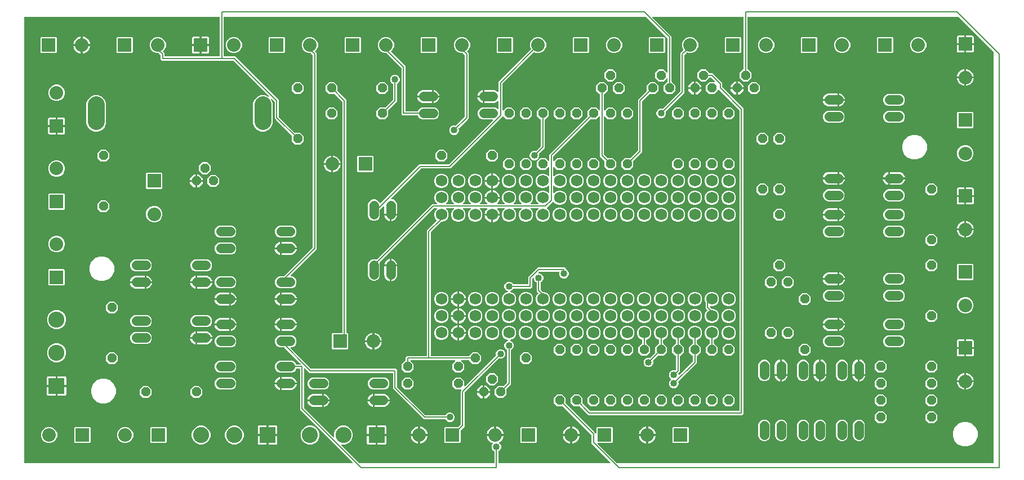
<source format=gbl>
G04 EAGLE Gerber RS-274X export*
G75*
%MOMM*%
%FSLAX34Y34*%
%LPD*%
%INBottom Copper*%
%IPPOS*%
%AMOC8*
5,1,8,0,0,1.08239X$1,22.5*%
G01*
%ADD10P,1.539592X8X22.500000*%
%ADD11C,1.752600*%
%ADD12C,1.422400*%
%ADD13P,1.539592X8X112.500000*%
%ADD14P,1.539592X8X292.500000*%
%ADD15P,1.539592X8X202.500000*%
%ADD16R,2.032000X2.032000*%
%ADD17C,2.032000*%
%ADD18R,2.413000X2.413000*%
%ADD19C,2.413000*%
%ADD20C,2.540000*%
%ADD21C,0.203200*%
%ADD22C,1.016000*%

G36*
X514113Y19570D02*
X514113Y19570D01*
X514184Y19572D01*
X514233Y19590D01*
X514285Y19599D01*
X514348Y19632D01*
X514415Y19657D01*
X514456Y19689D01*
X514502Y19714D01*
X514551Y19766D01*
X514607Y19810D01*
X514636Y19854D01*
X514671Y19892D01*
X514702Y19957D01*
X514740Y20017D01*
X514753Y20068D01*
X514775Y20115D01*
X514783Y20186D01*
X514800Y20256D01*
X514796Y20308D01*
X514802Y20359D01*
X514787Y20430D01*
X514781Y20501D01*
X514761Y20549D01*
X514750Y20600D01*
X514713Y20661D01*
X514685Y20727D01*
X514640Y20783D01*
X514624Y20811D01*
X514606Y20826D01*
X514580Y20858D01*
X435101Y100337D01*
X435101Y161290D01*
X435098Y161310D01*
X435100Y161329D01*
X435078Y161431D01*
X435062Y161533D01*
X435052Y161550D01*
X435048Y161570D01*
X434995Y161659D01*
X434946Y161750D01*
X434932Y161764D01*
X434922Y161781D01*
X434843Y161848D01*
X434768Y161920D01*
X434750Y161928D01*
X434735Y161941D01*
X434639Y161980D01*
X434545Y162023D01*
X434525Y162025D01*
X434507Y162033D01*
X434340Y162051D01*
X429768Y162051D01*
X429653Y162032D01*
X429537Y162015D01*
X429531Y162013D01*
X429525Y162012D01*
X429423Y161957D01*
X429318Y161904D01*
X429313Y161899D01*
X429308Y161896D01*
X429228Y161812D01*
X429146Y161728D01*
X429142Y161722D01*
X429139Y161718D01*
X429131Y161701D01*
X429065Y161581D01*
X428377Y159920D01*
X425804Y157347D01*
X422443Y155955D01*
X404581Y155955D01*
X401220Y157347D01*
X398647Y159920D01*
X397255Y163281D01*
X397255Y166919D01*
X398647Y170280D01*
X401220Y172853D01*
X404581Y174245D01*
X422443Y174245D01*
X425804Y172853D01*
X428377Y170280D01*
X429065Y168619D01*
X429126Y168519D01*
X429186Y168419D01*
X429191Y168415D01*
X429194Y168410D01*
X429284Y168335D01*
X429373Y168259D01*
X429379Y168257D01*
X429384Y168253D01*
X429492Y168211D01*
X429601Y168167D01*
X429609Y168166D01*
X429613Y168165D01*
X429632Y168164D01*
X429768Y168149D01*
X435302Y168149D01*
X435373Y168160D01*
X435444Y168162D01*
X435493Y168180D01*
X435545Y168188D01*
X435608Y168222D01*
X435675Y168247D01*
X435716Y168279D01*
X435762Y168304D01*
X435811Y168355D01*
X435867Y168400D01*
X435896Y168444D01*
X435931Y168482D01*
X435962Y168547D01*
X436000Y168607D01*
X436013Y168658D01*
X436035Y168705D01*
X436043Y168776D01*
X436060Y168846D01*
X436056Y168898D01*
X436062Y168949D01*
X436047Y169020D01*
X436041Y169091D01*
X436021Y169139D01*
X436010Y169190D01*
X435973Y169251D01*
X435945Y169317D01*
X435900Y169373D01*
X435884Y169401D01*
X435866Y169416D01*
X435840Y169448D01*
X411456Y193832D01*
X411382Y193885D01*
X411313Y193945D01*
X411283Y193957D01*
X411256Y193976D01*
X411169Y194003D01*
X411085Y194037D01*
X411044Y194041D01*
X411021Y194048D01*
X410989Y194047D01*
X410918Y194055D01*
X404581Y194055D01*
X401220Y195447D01*
X398647Y198020D01*
X397255Y201381D01*
X397255Y205019D01*
X398647Y208380D01*
X401220Y210953D01*
X404581Y212345D01*
X422443Y212345D01*
X425804Y210953D01*
X428377Y208380D01*
X429769Y205019D01*
X429769Y201381D01*
X428377Y198020D01*
X425804Y195447D01*
X422443Y194055D01*
X421694Y194055D01*
X421623Y194044D01*
X421552Y194042D01*
X421503Y194024D01*
X421451Y194016D01*
X421388Y193982D01*
X421321Y193957D01*
X421280Y193925D01*
X421234Y193900D01*
X421185Y193848D01*
X421129Y193804D01*
X421100Y193760D01*
X421065Y193722D01*
X421034Y193657D01*
X420996Y193597D01*
X420983Y193546D01*
X420961Y193499D01*
X420953Y193428D01*
X420936Y193358D01*
X420940Y193306D01*
X420934Y193255D01*
X420949Y193184D01*
X420955Y193113D01*
X420975Y193065D01*
X420986Y193014D01*
X421023Y192953D01*
X421051Y192887D01*
X421096Y192831D01*
X421112Y192803D01*
X421130Y192788D01*
X421156Y192756D01*
X451890Y162022D01*
X451964Y161969D01*
X452033Y161909D01*
X452063Y161897D01*
X452090Y161878D01*
X452177Y161851D01*
X452261Y161817D01*
X452302Y161813D01*
X452325Y161806D01*
X452357Y161807D01*
X452428Y161799D01*
X579113Y161799D01*
X580899Y160013D01*
X580899Y134928D01*
X580913Y134838D01*
X580921Y134747D01*
X580933Y134717D01*
X580938Y134685D01*
X580981Y134605D01*
X581017Y134521D01*
X581043Y134489D01*
X581054Y134468D01*
X581077Y134446D01*
X581122Y134390D01*
X623340Y92172D01*
X623414Y92119D01*
X623483Y92059D01*
X623513Y92047D01*
X623540Y92028D01*
X623627Y92001D01*
X623711Y91967D01*
X623752Y91963D01*
X623775Y91956D01*
X623807Y91957D01*
X623878Y91949D01*
X653455Y91949D01*
X653570Y91968D01*
X653686Y91985D01*
X653692Y91987D01*
X653698Y91988D01*
X653800Y92043D01*
X653906Y92096D01*
X653910Y92101D01*
X653916Y92104D01*
X653995Y92188D01*
X654078Y92272D01*
X654081Y92278D01*
X654085Y92282D01*
X654093Y92299D01*
X654159Y92419D01*
X654370Y92929D01*
X656371Y94930D01*
X658985Y96013D01*
X661815Y96013D01*
X664429Y94930D01*
X666430Y92929D01*
X667513Y90315D01*
X667513Y87485D01*
X666430Y84871D01*
X664429Y82870D01*
X661815Y81787D01*
X658985Y81787D01*
X656371Y82870D01*
X654370Y84871D01*
X654159Y85381D01*
X654097Y85481D01*
X654037Y85581D01*
X654032Y85585D01*
X654029Y85590D01*
X653939Y85665D01*
X653850Y85741D01*
X653844Y85743D01*
X653840Y85747D01*
X653731Y85789D01*
X653622Y85833D01*
X653615Y85834D01*
X653610Y85835D01*
X653592Y85836D01*
X653455Y85851D01*
X621037Y85851D01*
X574801Y132087D01*
X574801Y154940D01*
X574798Y154960D01*
X574800Y154979D01*
X574778Y155081D01*
X574762Y155183D01*
X574752Y155200D01*
X574748Y155220D01*
X574695Y155309D01*
X574646Y155400D01*
X574632Y155414D01*
X574622Y155431D01*
X574543Y155498D01*
X574468Y155570D01*
X574450Y155578D01*
X574435Y155591D01*
X574339Y155630D01*
X574245Y155673D01*
X574225Y155675D01*
X574207Y155683D01*
X574040Y155701D01*
X449587Y155701D01*
X447578Y157710D01*
X442498Y162790D01*
X442440Y162832D01*
X442388Y162881D01*
X442341Y162903D01*
X442299Y162934D01*
X442230Y162955D01*
X442165Y162985D01*
X442113Y162991D01*
X442063Y163006D01*
X441992Y163004D01*
X441921Y163012D01*
X441870Y163001D01*
X441818Y163000D01*
X441750Y162975D01*
X441680Y162960D01*
X441635Y162933D01*
X441587Y162915D01*
X441531Y162870D01*
X441469Y162834D01*
X441435Y162794D01*
X441395Y162762D01*
X441356Y162701D01*
X441309Y162647D01*
X441290Y162598D01*
X441262Y162555D01*
X441244Y162485D01*
X441217Y162419D01*
X441209Y162347D01*
X441201Y162316D01*
X441203Y162293D01*
X441199Y162252D01*
X441199Y103178D01*
X441213Y103088D01*
X441221Y102997D01*
X441233Y102967D01*
X441238Y102935D01*
X441281Y102855D01*
X441317Y102771D01*
X441343Y102739D01*
X441354Y102718D01*
X441377Y102696D01*
X441422Y102640D01*
X484843Y59219D01*
X484901Y59177D01*
X484953Y59128D01*
X485000Y59106D01*
X485042Y59075D01*
X485111Y59054D01*
X485176Y59024D01*
X485228Y59018D01*
X485278Y59003D01*
X485349Y59005D01*
X485420Y58997D01*
X485471Y59008D01*
X485523Y59009D01*
X485591Y59034D01*
X485661Y59049D01*
X485706Y59076D01*
X485754Y59094D01*
X485810Y59139D01*
X485872Y59175D01*
X485906Y59215D01*
X485946Y59247D01*
X485985Y59308D01*
X486032Y59362D01*
X486051Y59411D01*
X486079Y59454D01*
X486097Y59524D01*
X486124Y59590D01*
X486132Y59662D01*
X486140Y59693D01*
X486138Y59716D01*
X486142Y59757D01*
X486142Y65034D01*
X488289Y70216D01*
X492254Y74181D01*
X497436Y76328D01*
X503044Y76328D01*
X508226Y74181D01*
X512191Y70216D01*
X514338Y65034D01*
X514338Y59426D01*
X512191Y54244D01*
X508226Y50279D01*
X503044Y48132D01*
X497767Y48132D01*
X497696Y48121D01*
X497625Y48119D01*
X497576Y48101D01*
X497524Y48093D01*
X497461Y48059D01*
X497394Y48034D01*
X497353Y48002D01*
X497307Y47977D01*
X497258Y47925D01*
X497202Y47881D01*
X497173Y47837D01*
X497138Y47799D01*
X497107Y47734D01*
X497069Y47674D01*
X497056Y47623D01*
X497034Y47576D01*
X497026Y47505D01*
X497009Y47435D01*
X497013Y47383D01*
X497007Y47332D01*
X497022Y47261D01*
X497028Y47190D01*
X497048Y47142D01*
X497059Y47091D01*
X497096Y47030D01*
X497124Y46964D01*
X497169Y46908D01*
X497185Y46880D01*
X497203Y46865D01*
X497229Y46833D01*
X524280Y19782D01*
X524354Y19729D01*
X524423Y19669D01*
X524453Y19657D01*
X524480Y19638D01*
X524567Y19611D01*
X524651Y19577D01*
X524692Y19573D01*
X524715Y19566D01*
X524747Y19567D01*
X524818Y19559D01*
X726440Y19559D01*
X726460Y19562D01*
X726479Y19560D01*
X726581Y19582D01*
X726683Y19599D01*
X726700Y19608D01*
X726720Y19612D01*
X726809Y19665D01*
X726900Y19714D01*
X726914Y19728D01*
X726931Y19738D01*
X726998Y19817D01*
X727070Y19892D01*
X727078Y19910D01*
X727091Y19925D01*
X727130Y20021D01*
X727173Y20115D01*
X727175Y20135D01*
X727183Y20153D01*
X727201Y20320D01*
X727201Y37505D01*
X727182Y37620D01*
X727165Y37736D01*
X727163Y37742D01*
X727162Y37748D01*
X727107Y37850D01*
X727054Y37956D01*
X727049Y37960D01*
X727046Y37966D01*
X726962Y38045D01*
X726878Y38128D01*
X726872Y38131D01*
X726868Y38135D01*
X726851Y38143D01*
X726731Y38209D01*
X726221Y38420D01*
X724220Y40421D01*
X723137Y43035D01*
X723137Y45865D01*
X724220Y48479D01*
X724693Y48952D01*
X724737Y49014D01*
X724789Y49069D01*
X724809Y49113D01*
X724837Y49152D01*
X724859Y49224D01*
X724890Y49293D01*
X724895Y49341D01*
X724909Y49387D01*
X724907Y49462D01*
X724915Y49538D01*
X724904Y49585D01*
X724903Y49633D01*
X724877Y49704D01*
X724860Y49777D01*
X724835Y49819D01*
X724818Y49864D01*
X724771Y49923D01*
X724732Y49987D01*
X724695Y50018D01*
X724665Y50056D01*
X724601Y50097D01*
X724543Y50145D01*
X724484Y50172D01*
X724458Y50189D01*
X724433Y50195D01*
X724390Y50214D01*
X723635Y50460D01*
X721853Y51367D01*
X720236Y52543D01*
X718823Y53956D01*
X717647Y55573D01*
X716740Y57355D01*
X716122Y59256D01*
X715892Y60707D01*
X727748Y60707D01*
X727768Y60710D01*
X727787Y60708D01*
X727889Y60730D01*
X727991Y60747D01*
X728008Y60756D01*
X728028Y60760D01*
X728117Y60813D01*
X728208Y60862D01*
X728222Y60876D01*
X728239Y60886D01*
X728306Y60965D01*
X728377Y61040D01*
X728386Y61058D01*
X728399Y61073D01*
X728437Y61169D01*
X728481Y61263D01*
X728483Y61283D01*
X728491Y61301D01*
X728509Y61468D01*
X728509Y62231D01*
X728511Y62231D01*
X728511Y61468D01*
X728514Y61448D01*
X728512Y61429D01*
X728534Y61327D01*
X728551Y61225D01*
X728560Y61208D01*
X728564Y61188D01*
X728617Y61099D01*
X728666Y61008D01*
X728680Y60994D01*
X728690Y60977D01*
X728769Y60910D01*
X728844Y60839D01*
X728862Y60830D01*
X728877Y60817D01*
X728973Y60778D01*
X729067Y60735D01*
X729087Y60733D01*
X729105Y60725D01*
X729272Y60707D01*
X741128Y60707D01*
X740898Y59256D01*
X740280Y57355D01*
X739373Y55573D01*
X738197Y53956D01*
X736784Y52543D01*
X735167Y51367D01*
X734924Y51244D01*
X734911Y51234D01*
X734896Y51229D01*
X734813Y51162D01*
X734726Y51098D01*
X734717Y51085D01*
X734704Y51075D01*
X734646Y50985D01*
X734585Y50897D01*
X734580Y50882D01*
X734571Y50868D01*
X734545Y50764D01*
X734515Y50661D01*
X734515Y50645D01*
X734511Y50630D01*
X734520Y50523D01*
X734524Y50415D01*
X734529Y50400D01*
X734530Y50385D01*
X734572Y50286D01*
X734610Y50185D01*
X734621Y50173D01*
X734627Y50158D01*
X734732Y50027D01*
X736280Y48479D01*
X737363Y45865D01*
X737363Y43035D01*
X736280Y40421D01*
X734279Y38420D01*
X733769Y38209D01*
X733669Y38147D01*
X733569Y38087D01*
X733565Y38082D01*
X733560Y38079D01*
X733485Y37989D01*
X733409Y37900D01*
X733407Y37894D01*
X733403Y37890D01*
X733361Y37781D01*
X733317Y37672D01*
X733316Y37665D01*
X733315Y37660D01*
X733314Y37642D01*
X733299Y37505D01*
X733299Y20320D01*
X733302Y20300D01*
X733300Y20281D01*
X733322Y20179D01*
X733338Y20077D01*
X733348Y20060D01*
X733352Y20040D01*
X733405Y19951D01*
X733454Y19860D01*
X733468Y19846D01*
X733478Y19829D01*
X733557Y19762D01*
X733632Y19691D01*
X733650Y19682D01*
X733665Y19669D01*
X733761Y19630D01*
X733855Y19587D01*
X733875Y19585D01*
X733893Y19577D01*
X734060Y19559D01*
X901392Y19559D01*
X901463Y19570D01*
X901534Y19572D01*
X901583Y19590D01*
X901635Y19599D01*
X901698Y19632D01*
X901765Y19657D01*
X901806Y19689D01*
X901852Y19714D01*
X901901Y19766D01*
X901957Y19810D01*
X901986Y19854D01*
X902021Y19892D01*
X902052Y19957D01*
X902090Y20017D01*
X902103Y20068D01*
X902125Y20115D01*
X902133Y20186D01*
X902150Y20256D01*
X902146Y20308D01*
X902152Y20359D01*
X902137Y20430D01*
X902131Y20501D01*
X902111Y20549D01*
X902100Y20600D01*
X902063Y20661D01*
X902035Y20727D01*
X901990Y20783D01*
X901974Y20811D01*
X901956Y20826D01*
X901930Y20858D01*
X873251Y49537D01*
X873251Y61922D01*
X873237Y62012D01*
X873229Y62103D01*
X873217Y62133D01*
X873212Y62165D01*
X873169Y62245D01*
X873133Y62329D01*
X873107Y62361D01*
X873096Y62382D01*
X873073Y62404D01*
X873028Y62460D01*
X830349Y105140D01*
X830333Y105151D01*
X830320Y105167D01*
X830233Y105223D01*
X830149Y105283D01*
X830130Y105289D01*
X830113Y105300D01*
X830013Y105325D01*
X829914Y105356D01*
X829894Y105355D01*
X829875Y105360D01*
X829772Y105352D01*
X829668Y105349D01*
X829649Y105342D01*
X829629Y105341D01*
X829535Y105300D01*
X829437Y105265D01*
X829421Y105252D01*
X829403Y105244D01*
X829292Y105155D01*
X821712Y105155D01*
X816355Y110512D01*
X816355Y118088D01*
X821712Y123445D01*
X829288Y123445D01*
X834645Y118088D01*
X834645Y110508D01*
X834633Y110499D01*
X834577Y110412D01*
X834517Y110328D01*
X834511Y110309D01*
X834500Y110292D01*
X834475Y110192D01*
X834444Y110093D01*
X834445Y110073D01*
X834440Y110054D01*
X834448Y109951D01*
X834451Y109847D01*
X834458Y109828D01*
X834459Y109809D01*
X834500Y109713D01*
X834535Y109616D01*
X834548Y109601D01*
X834556Y109582D01*
X834660Y109451D01*
X877340Y66772D01*
X879318Y64794D01*
X879376Y64752D01*
X879428Y64703D01*
X879475Y64681D01*
X879517Y64650D01*
X879586Y64629D01*
X879651Y64599D01*
X879703Y64593D01*
X879753Y64578D01*
X879824Y64580D01*
X879895Y64572D01*
X879946Y64583D01*
X879998Y64584D01*
X880066Y64609D01*
X880136Y64624D01*
X880181Y64651D01*
X880229Y64669D01*
X880285Y64714D01*
X880347Y64750D01*
X880381Y64790D01*
X880421Y64822D01*
X880460Y64883D01*
X880507Y64937D01*
X880526Y64986D01*
X880554Y65029D01*
X880572Y65099D01*
X880599Y65165D01*
X880607Y65237D01*
X880615Y65268D01*
X880613Y65291D01*
X880617Y65332D01*
X880617Y73232D01*
X881808Y74423D01*
X903812Y74423D01*
X905003Y73232D01*
X905003Y51228D01*
X903812Y50037D01*
X883212Y50037D01*
X883141Y50026D01*
X883070Y50024D01*
X883021Y50006D01*
X882969Y49998D01*
X882906Y49964D01*
X882839Y49939D01*
X882798Y49907D01*
X882752Y49882D01*
X882703Y49830D01*
X882647Y49786D01*
X882618Y49742D01*
X882583Y49704D01*
X882552Y49639D01*
X882514Y49579D01*
X882501Y49528D01*
X882479Y49481D01*
X882471Y49410D01*
X882454Y49340D01*
X882458Y49288D01*
X882452Y49237D01*
X882467Y49166D01*
X882473Y49095D01*
X882493Y49047D01*
X882504Y48996D01*
X882541Y48935D01*
X882569Y48869D01*
X882614Y48813D01*
X882630Y48785D01*
X882648Y48770D01*
X882674Y48738D01*
X911630Y19782D01*
X911704Y19729D01*
X911773Y19669D01*
X911803Y19657D01*
X911830Y19638D01*
X911917Y19611D01*
X912001Y19577D01*
X912042Y19573D01*
X912065Y19566D01*
X912097Y19567D01*
X912168Y19559D01*
X1477010Y19559D01*
X1477030Y19562D01*
X1477049Y19560D01*
X1477151Y19582D01*
X1477253Y19599D01*
X1477270Y19608D01*
X1477290Y19612D01*
X1477379Y19665D01*
X1477470Y19714D01*
X1477484Y19728D01*
X1477501Y19738D01*
X1477568Y19817D01*
X1477640Y19892D01*
X1477648Y19910D01*
X1477661Y19925D01*
X1477700Y20021D01*
X1477743Y20115D01*
X1477745Y20135D01*
X1477753Y20153D01*
X1477771Y20320D01*
X1477771Y638502D01*
X1477757Y638592D01*
X1477749Y638683D01*
X1477737Y638713D01*
X1477732Y638745D01*
X1477689Y638825D01*
X1477653Y638909D01*
X1477627Y638941D01*
X1477616Y638962D01*
X1477593Y638984D01*
X1477548Y639040D01*
X1425170Y691418D01*
X1425096Y691471D01*
X1425027Y691531D01*
X1424997Y691543D01*
X1424970Y691562D01*
X1424883Y691589D01*
X1424799Y691623D01*
X1424758Y691627D01*
X1424735Y691634D01*
X1424703Y691633D01*
X1424632Y691641D01*
X1108710Y691641D01*
X1108690Y691638D01*
X1108671Y691640D01*
X1108569Y691618D01*
X1108467Y691602D01*
X1108450Y691592D01*
X1108430Y691588D01*
X1108341Y691535D01*
X1108250Y691486D01*
X1108236Y691472D01*
X1108219Y691462D01*
X1108152Y691383D01*
X1108080Y691308D01*
X1108072Y691290D01*
X1108059Y691275D01*
X1108020Y691179D01*
X1107977Y691085D01*
X1107975Y691065D01*
X1107967Y691047D01*
X1107949Y690880D01*
X1107949Y613156D01*
X1107952Y613136D01*
X1107950Y613117D01*
X1107972Y613015D01*
X1107988Y612913D01*
X1107998Y612896D01*
X1108002Y612876D01*
X1108055Y612787D01*
X1108104Y612696D01*
X1108118Y612682D01*
X1108128Y612665D01*
X1108207Y612598D01*
X1108282Y612526D01*
X1108300Y612518D01*
X1108315Y612505D01*
X1108411Y612466D01*
X1108505Y612423D01*
X1108525Y612421D01*
X1108543Y612413D01*
X1108685Y612397D01*
X1114045Y607038D01*
X1114045Y599462D01*
X1108688Y594105D01*
X1101112Y594105D01*
X1095755Y599462D01*
X1095755Y607038D01*
X1101115Y612397D01*
X1101129Y612396D01*
X1101231Y612418D01*
X1101333Y612434D01*
X1101350Y612444D01*
X1101370Y612448D01*
X1101459Y612501D01*
X1101550Y612550D01*
X1101564Y612564D01*
X1101581Y612574D01*
X1101648Y612653D01*
X1101720Y612728D01*
X1101728Y612746D01*
X1101741Y612761D01*
X1101780Y612857D01*
X1101823Y612951D01*
X1101825Y612971D01*
X1101833Y612989D01*
X1101851Y613156D01*
X1101851Y690880D01*
X1101848Y690900D01*
X1101850Y690919D01*
X1101828Y691021D01*
X1101812Y691123D01*
X1101802Y691140D01*
X1101798Y691160D01*
X1101745Y691249D01*
X1101696Y691340D01*
X1101682Y691354D01*
X1101672Y691371D01*
X1101593Y691438D01*
X1101518Y691510D01*
X1101500Y691518D01*
X1101485Y691531D01*
X1101389Y691570D01*
X1101295Y691613D01*
X1101275Y691615D01*
X1101257Y691623D01*
X1101090Y691641D01*
X965508Y691641D01*
X965437Y691630D01*
X965366Y691628D01*
X965317Y691610D01*
X965265Y691602D01*
X965202Y691568D01*
X965135Y691543D01*
X965094Y691511D01*
X965048Y691486D01*
X964999Y691435D01*
X964943Y691390D01*
X964914Y691346D01*
X964879Y691308D01*
X964848Y691243D01*
X964810Y691183D01*
X964797Y691132D01*
X964775Y691085D01*
X964767Y691014D01*
X964750Y690944D01*
X964754Y690892D01*
X964748Y690841D01*
X964763Y690770D01*
X964769Y690699D01*
X964789Y690651D01*
X964800Y690600D01*
X964837Y690539D01*
X964865Y690473D01*
X964910Y690417D01*
X964926Y690389D01*
X964944Y690374D01*
X964970Y690342D01*
X993649Y661663D01*
X993649Y594106D01*
X993652Y594086D01*
X993650Y594067D01*
X993672Y593965D01*
X993688Y593863D01*
X993698Y593846D01*
X993702Y593826D01*
X993755Y593737D01*
X993804Y593646D01*
X993818Y593632D01*
X993828Y593615D01*
X993907Y593548D01*
X993982Y593476D01*
X994000Y593468D01*
X994015Y593455D01*
X994111Y593416D01*
X994205Y593373D01*
X994225Y593371D01*
X994243Y593363D01*
X994385Y593347D01*
X999745Y587988D01*
X999745Y580412D01*
X994388Y575055D01*
X986812Y575055D01*
X981455Y580412D01*
X981455Y587988D01*
X986815Y593347D01*
X986829Y593346D01*
X986931Y593368D01*
X987033Y593384D01*
X987050Y593394D01*
X987070Y593398D01*
X987159Y593451D01*
X987250Y593500D01*
X987264Y593514D01*
X987281Y593524D01*
X987348Y593603D01*
X987420Y593678D01*
X987428Y593696D01*
X987441Y593711D01*
X987480Y593807D01*
X987523Y593901D01*
X987525Y593921D01*
X987533Y593939D01*
X987551Y594106D01*
X987551Y598131D01*
X987550Y598142D01*
X987550Y598148D01*
X987543Y598182D01*
X987540Y598202D01*
X987538Y598273D01*
X987520Y598322D01*
X987512Y598374D01*
X987478Y598437D01*
X987453Y598504D01*
X987421Y598545D01*
X987396Y598591D01*
X987344Y598640D01*
X987300Y598696D01*
X987256Y598725D01*
X987218Y598760D01*
X987153Y598791D01*
X987093Y598829D01*
X987042Y598842D01*
X986995Y598864D01*
X986924Y598872D01*
X986854Y598889D01*
X986802Y598885D01*
X986751Y598891D01*
X986680Y598876D01*
X986609Y598870D01*
X986561Y598850D01*
X986510Y598839D01*
X986449Y598802D01*
X986383Y598774D01*
X986327Y598729D01*
X986299Y598713D01*
X986284Y598695D01*
X986252Y598669D01*
X981688Y594105D01*
X974112Y594105D01*
X968755Y599462D01*
X968755Y607038D01*
X974112Y612395D01*
X981688Y612395D01*
X986252Y607831D01*
X986310Y607789D01*
X986362Y607740D01*
X986409Y607718D01*
X986451Y607687D01*
X986520Y607666D01*
X986585Y607636D01*
X986637Y607630D01*
X986687Y607615D01*
X986758Y607617D01*
X986829Y607609D01*
X986880Y607620D01*
X986932Y607621D01*
X987000Y607646D01*
X987070Y607661D01*
X987115Y607688D01*
X987163Y607706D01*
X987219Y607751D01*
X987281Y607787D01*
X987315Y607827D01*
X987355Y607859D01*
X987394Y607920D01*
X987441Y607974D01*
X987460Y608023D01*
X987488Y608066D01*
X987506Y608136D01*
X987533Y608202D01*
X987541Y608274D01*
X987549Y608305D01*
X987547Y608328D01*
X987551Y608369D01*
X987551Y658822D01*
X987537Y658912D01*
X987529Y659003D01*
X987517Y659033D01*
X987512Y659065D01*
X987469Y659145D01*
X987433Y659229D01*
X987407Y659261D01*
X987396Y659282D01*
X987373Y659304D01*
X987328Y659360D01*
X955270Y691418D01*
X955196Y691471D01*
X955127Y691531D01*
X955097Y691543D01*
X955070Y691562D01*
X954983Y691589D01*
X954899Y691623D01*
X954858Y691627D01*
X954835Y691634D01*
X954803Y691633D01*
X954732Y691641D01*
X321310Y691641D01*
X321290Y691638D01*
X321271Y691640D01*
X321169Y691618D01*
X321067Y691602D01*
X321050Y691592D01*
X321030Y691588D01*
X320941Y691535D01*
X320850Y691486D01*
X320836Y691472D01*
X320819Y691462D01*
X320752Y691383D01*
X320680Y691308D01*
X320672Y691290D01*
X320659Y691275D01*
X320620Y691179D01*
X320577Y691085D01*
X320575Y691065D01*
X320567Y691047D01*
X320549Y690880D01*
X320549Y632460D01*
X320552Y632440D01*
X320550Y632421D01*
X320572Y632319D01*
X320588Y632217D01*
X320598Y632200D01*
X320602Y632180D01*
X320655Y632091D01*
X320704Y632000D01*
X320718Y631986D01*
X320728Y631969D01*
X320807Y631902D01*
X320882Y631830D01*
X320900Y631822D01*
X320915Y631809D01*
X321011Y631770D01*
X321105Y631727D01*
X321125Y631725D01*
X321143Y631717D01*
X321310Y631699D01*
X337813Y631699D01*
X403099Y566413D01*
X403099Y541328D01*
X403113Y541238D01*
X403121Y541147D01*
X403133Y541117D01*
X403138Y541085D01*
X403181Y541005D01*
X403217Y540921D01*
X403243Y540889D01*
X403254Y540868D01*
X403277Y540846D01*
X403322Y540790D01*
X426951Y517160D01*
X426967Y517149D01*
X426980Y517133D01*
X427067Y517077D01*
X427151Y517017D01*
X427170Y517011D01*
X427187Y517000D01*
X427287Y516975D01*
X427386Y516944D01*
X427406Y516945D01*
X427425Y516940D01*
X427528Y516948D01*
X427632Y516951D01*
X427651Y516958D01*
X427670Y516959D01*
X427765Y517000D01*
X427863Y517035D01*
X427879Y517048D01*
X427897Y517056D01*
X428008Y517145D01*
X435588Y517145D01*
X440945Y511788D01*
X440945Y504212D01*
X435588Y498855D01*
X428012Y498855D01*
X422655Y504212D01*
X422655Y511792D01*
X422667Y511801D01*
X422723Y511888D01*
X422783Y511972D01*
X422789Y511991D01*
X422800Y512008D01*
X422825Y512108D01*
X422856Y512207D01*
X422855Y512227D01*
X422860Y512246D01*
X422852Y512349D01*
X422849Y512453D01*
X422842Y512472D01*
X422841Y512492D01*
X422800Y512586D01*
X422765Y512684D01*
X422752Y512700D01*
X422744Y512718D01*
X422640Y512849D01*
X399010Y536478D01*
X397001Y538487D01*
X397001Y563572D01*
X396987Y563662D01*
X396979Y563753D01*
X396967Y563783D01*
X396962Y563815D01*
X396919Y563895D01*
X396883Y563979D01*
X396857Y564011D01*
X396846Y564032D01*
X396823Y564054D01*
X396778Y564110D01*
X392982Y567907D01*
X392903Y567964D01*
X392828Y568026D01*
X392803Y568035D01*
X392782Y568050D01*
X392689Y568079D01*
X392598Y568114D01*
X392572Y568115D01*
X392547Y568123D01*
X392449Y568120D01*
X392352Y568124D01*
X392327Y568117D01*
X392301Y568116D01*
X392209Y568083D01*
X392116Y568056D01*
X392095Y568041D01*
X392070Y568032D01*
X391994Y567971D01*
X391914Y567916D01*
X391898Y567895D01*
X391878Y567878D01*
X391825Y567796D01*
X391767Y567718D01*
X391759Y567693D01*
X391745Y567671D01*
X391721Y567577D01*
X391691Y567484D01*
X391691Y567458D01*
X391685Y567433D01*
X391692Y567336D01*
X391693Y567238D01*
X391702Y567207D01*
X391704Y567188D01*
X391717Y567157D01*
X391740Y567077D01*
X393955Y561731D01*
X393955Y530469D01*
X391712Y525055D01*
X387567Y520910D01*
X382153Y518667D01*
X376291Y518667D01*
X370877Y520910D01*
X366732Y525055D01*
X364489Y530469D01*
X364489Y561731D01*
X366732Y567145D01*
X370877Y571290D01*
X376291Y573533D01*
X382153Y573533D01*
X387499Y571318D01*
X387594Y571296D01*
X387687Y571267D01*
X387713Y571268D01*
X387739Y571262D01*
X387835Y571271D01*
X387933Y571274D01*
X387958Y571283D01*
X387984Y571285D01*
X388073Y571325D01*
X388164Y571358D01*
X388184Y571374D01*
X388208Y571385D01*
X388280Y571451D01*
X388356Y571512D01*
X388370Y571534D01*
X388389Y571551D01*
X388436Y571637D01*
X388489Y571719D01*
X388495Y571744D01*
X388508Y571767D01*
X388525Y571863D01*
X388549Y571957D01*
X388547Y571983D01*
X388552Y572009D01*
X388537Y572105D01*
X388530Y572202D01*
X388520Y572226D01*
X388516Y572252D01*
X388472Y572339D01*
X388434Y572429D01*
X388413Y572454D01*
X388404Y572472D01*
X388381Y572495D01*
X388329Y572560D01*
X335510Y625378D01*
X335436Y625431D01*
X335367Y625491D01*
X335337Y625503D01*
X335310Y625522D01*
X335223Y625549D01*
X335139Y625583D01*
X335098Y625587D01*
X335075Y625594D01*
X335043Y625593D01*
X334972Y625601D01*
X227337Y625601D01*
X225551Y627387D01*
X225551Y633422D01*
X225537Y633512D01*
X225529Y633603D01*
X225517Y633633D01*
X225512Y633665D01*
X225469Y633745D01*
X225433Y633829D01*
X225407Y633861D01*
X225396Y633882D01*
X225373Y633904D01*
X225328Y633960D01*
X222734Y636554D01*
X222660Y636607D01*
X222591Y636667D01*
X222561Y636679D01*
X222534Y636698D01*
X222447Y636725D01*
X222363Y636759D01*
X222322Y636763D01*
X222299Y636770D01*
X222267Y636769D01*
X222196Y636777D01*
X219025Y636777D01*
X214543Y638634D01*
X211114Y642063D01*
X209257Y646545D01*
X209257Y651395D01*
X211114Y655877D01*
X214543Y659306D01*
X219025Y661163D01*
X223875Y661163D01*
X228357Y659306D01*
X231786Y655877D01*
X233643Y651395D01*
X233643Y646545D01*
X231786Y642063D01*
X229356Y639632D01*
X229344Y639616D01*
X229328Y639604D01*
X229272Y639516D01*
X229212Y639433D01*
X229206Y639414D01*
X229195Y639397D01*
X229170Y639296D01*
X229140Y639198D01*
X229140Y639178D01*
X229135Y639158D01*
X229143Y639055D01*
X229146Y638952D01*
X229153Y638933D01*
X229155Y638913D01*
X229195Y638818D01*
X229231Y638721D01*
X229243Y638705D01*
X229251Y638687D01*
X229356Y638556D01*
X231649Y636263D01*
X231649Y632460D01*
X231652Y632440D01*
X231650Y632421D01*
X231672Y632319D01*
X231688Y632217D01*
X231698Y632200D01*
X231702Y632180D01*
X231755Y632091D01*
X231804Y632000D01*
X231818Y631986D01*
X231828Y631969D01*
X231907Y631902D01*
X231982Y631830D01*
X232000Y631822D01*
X232015Y631809D01*
X232111Y631770D01*
X232205Y631727D01*
X232225Y631725D01*
X232243Y631717D01*
X232410Y631699D01*
X313690Y631699D01*
X313710Y631702D01*
X313729Y631700D01*
X313831Y631722D01*
X313933Y631738D01*
X313950Y631748D01*
X313970Y631752D01*
X314059Y631805D01*
X314150Y631854D01*
X314164Y631868D01*
X314181Y631878D01*
X314248Y631957D01*
X314320Y632032D01*
X314328Y632050D01*
X314341Y632065D01*
X314380Y632161D01*
X314423Y632255D01*
X314425Y632275D01*
X314433Y632293D01*
X314451Y632460D01*
X314451Y690880D01*
X314448Y690900D01*
X314450Y690919D01*
X314428Y691021D01*
X314412Y691123D01*
X314402Y691140D01*
X314398Y691160D01*
X314345Y691249D01*
X314296Y691340D01*
X314282Y691354D01*
X314272Y691371D01*
X314193Y691438D01*
X314118Y691510D01*
X314100Y691518D01*
X314085Y691531D01*
X313989Y691570D01*
X313895Y691613D01*
X313875Y691615D01*
X313857Y691623D01*
X313690Y691641D01*
X21590Y691641D01*
X21570Y691638D01*
X21551Y691640D01*
X21449Y691618D01*
X21347Y691602D01*
X21330Y691592D01*
X21310Y691588D01*
X21221Y691535D01*
X21130Y691486D01*
X21116Y691472D01*
X21099Y691462D01*
X21032Y691383D01*
X20961Y691308D01*
X20952Y691290D01*
X20939Y691275D01*
X20900Y691179D01*
X20857Y691085D01*
X20855Y691065D01*
X20847Y691047D01*
X20829Y690880D01*
X20829Y20320D01*
X20832Y20300D01*
X20830Y20281D01*
X20852Y20179D01*
X20869Y20077D01*
X20878Y20060D01*
X20882Y20040D01*
X20935Y19951D01*
X20984Y19860D01*
X20998Y19846D01*
X21008Y19829D01*
X21087Y19762D01*
X21162Y19691D01*
X21180Y19682D01*
X21195Y19669D01*
X21291Y19630D01*
X21385Y19587D01*
X21405Y19585D01*
X21423Y19577D01*
X21590Y19559D01*
X514042Y19559D01*
X514113Y19570D01*
G37*
%LPC*%
G36*
X593112Y155955D02*
X593112Y155955D01*
X587755Y161312D01*
X587755Y168888D01*
X593115Y174247D01*
X593129Y174246D01*
X593231Y174268D01*
X593333Y174284D01*
X593350Y174294D01*
X593370Y174298D01*
X593459Y174351D01*
X593550Y174400D01*
X593564Y174414D01*
X593581Y174424D01*
X593648Y174503D01*
X593720Y174578D01*
X593728Y174596D01*
X593741Y174611D01*
X593780Y174707D01*
X593823Y174801D01*
X593825Y174821D01*
X593833Y174839D01*
X593851Y175006D01*
X593851Y179063D01*
X595637Y180849D01*
X624840Y180849D01*
X624860Y180852D01*
X624879Y180850D01*
X624981Y180872D01*
X625083Y180888D01*
X625100Y180898D01*
X625120Y180902D01*
X625209Y180955D01*
X625300Y181004D01*
X625314Y181018D01*
X625331Y181028D01*
X625398Y181107D01*
X625470Y181182D01*
X625478Y181200D01*
X625491Y181215D01*
X625530Y181311D01*
X625573Y181405D01*
X625575Y181425D01*
X625583Y181443D01*
X625601Y181610D01*
X625601Y369563D01*
X640547Y384509D01*
X640559Y384525D01*
X640574Y384537D01*
X640631Y384625D01*
X640691Y384709D01*
X640697Y384727D01*
X640707Y384744D01*
X640733Y384845D01*
X640763Y384944D01*
X640763Y384964D01*
X640767Y384983D01*
X640759Y385086D01*
X640757Y385189D01*
X640750Y385208D01*
X640748Y385228D01*
X640708Y385323D01*
X640672Y385420D01*
X640660Y385436D01*
X640652Y385454D01*
X640547Y385585D01*
X638548Y387585D01*
X636904Y391553D01*
X636904Y395847D01*
X638548Y399815D01*
X640784Y402052D01*
X640826Y402110D01*
X640875Y402162D01*
X640897Y402209D01*
X640928Y402251D01*
X640949Y402320D01*
X640979Y402385D01*
X640985Y402437D01*
X641000Y402487D01*
X640998Y402558D01*
X641006Y402629D01*
X640995Y402680D01*
X640994Y402732D01*
X640969Y402800D01*
X640954Y402870D01*
X640927Y402915D01*
X640909Y402963D01*
X640864Y403019D01*
X640828Y403081D01*
X640788Y403115D01*
X640756Y403155D01*
X640695Y403194D01*
X640641Y403241D01*
X640593Y403260D01*
X640549Y403288D01*
X640479Y403306D01*
X640413Y403333D01*
X640341Y403341D01*
X640310Y403349D01*
X640287Y403347D01*
X640246Y403351D01*
X636578Y403351D01*
X636488Y403337D01*
X636397Y403329D01*
X636367Y403317D01*
X636335Y403312D01*
X636255Y403269D01*
X636171Y403233D01*
X636139Y403207D01*
X636118Y403196D01*
X636096Y403173D01*
X636040Y403128D01*
X554722Y321810D01*
X554654Y321716D01*
X554584Y321621D01*
X554582Y321615D01*
X554578Y321610D01*
X554544Y321499D01*
X554507Y321387D01*
X554508Y321381D01*
X554506Y321375D01*
X554509Y321258D01*
X554510Y321142D01*
X554512Y321134D01*
X554512Y321129D01*
X554518Y321112D01*
X554557Y320980D01*
X555245Y319319D01*
X555245Y301457D01*
X553853Y298096D01*
X551280Y295523D01*
X547919Y294131D01*
X544281Y294131D01*
X540920Y295523D01*
X538347Y298096D01*
X536955Y301457D01*
X536955Y319319D01*
X538347Y322680D01*
X540920Y325253D01*
X544281Y326645D01*
X547919Y326645D01*
X549580Y325957D01*
X549694Y325930D01*
X549808Y325901D01*
X549814Y325902D01*
X549820Y325900D01*
X549936Y325911D01*
X550053Y325920D01*
X550058Y325923D01*
X550065Y325923D01*
X550172Y325971D01*
X550279Y326017D01*
X550285Y326021D01*
X550289Y326023D01*
X550303Y326036D01*
X550410Y326122D01*
X631728Y407440D01*
X633737Y409449D01*
X640246Y409449D01*
X640317Y409460D01*
X640388Y409462D01*
X640437Y409480D01*
X640489Y409488D01*
X640552Y409522D01*
X640619Y409547D01*
X640660Y409579D01*
X640706Y409604D01*
X640755Y409656D01*
X640811Y409700D01*
X640840Y409744D01*
X640875Y409782D01*
X640906Y409847D01*
X640944Y409907D01*
X640957Y409958D01*
X640979Y410005D01*
X640987Y410076D01*
X641005Y410146D01*
X641000Y410198D01*
X641006Y410249D01*
X640991Y410320D01*
X640985Y410391D01*
X640965Y410439D01*
X640954Y410490D01*
X640917Y410551D01*
X640889Y410617D01*
X640844Y410673D01*
X640828Y410701D01*
X640810Y410716D01*
X640784Y410748D01*
X638548Y412985D01*
X636904Y416953D01*
X636904Y421247D01*
X638548Y425215D01*
X641585Y428252D01*
X645553Y429896D01*
X649847Y429896D01*
X653815Y428252D01*
X656852Y425215D01*
X658496Y421247D01*
X658496Y416953D01*
X656852Y412985D01*
X654616Y410748D01*
X654574Y410690D01*
X654525Y410638D01*
X654503Y410591D01*
X654472Y410549D01*
X654451Y410480D01*
X654421Y410415D01*
X654415Y410363D01*
X654400Y410313D01*
X654402Y410242D01*
X654394Y410171D01*
X654405Y410120D01*
X654406Y410068D01*
X654431Y410000D01*
X654446Y409930D01*
X654473Y409885D01*
X654491Y409837D01*
X654536Y409781D01*
X654572Y409719D01*
X654612Y409685D01*
X654644Y409645D01*
X654705Y409606D01*
X654759Y409559D01*
X654807Y409540D01*
X654851Y409512D01*
X654921Y409494D01*
X654987Y409467D01*
X655059Y409459D01*
X655090Y409451D01*
X655113Y409453D01*
X655154Y409449D01*
X665646Y409449D01*
X665717Y409460D01*
X665788Y409462D01*
X665837Y409480D01*
X665889Y409488D01*
X665952Y409522D01*
X666019Y409547D01*
X666060Y409579D01*
X666106Y409604D01*
X666155Y409656D01*
X666211Y409700D01*
X666240Y409744D01*
X666275Y409782D01*
X666306Y409847D01*
X666344Y409907D01*
X666357Y409958D01*
X666379Y410005D01*
X666387Y410076D01*
X666405Y410146D01*
X666400Y410198D01*
X666406Y410249D01*
X666391Y410320D01*
X666385Y410391D01*
X666365Y410439D01*
X666354Y410490D01*
X666317Y410551D01*
X666289Y410617D01*
X666244Y410673D01*
X666228Y410701D01*
X666210Y410716D01*
X666184Y410748D01*
X663948Y412985D01*
X662304Y416953D01*
X662304Y421247D01*
X663948Y425215D01*
X666985Y428252D01*
X670953Y429896D01*
X675247Y429896D01*
X679215Y428252D01*
X682252Y425215D01*
X683896Y421247D01*
X683896Y416953D01*
X682252Y412985D01*
X680016Y410748D01*
X679974Y410690D01*
X679925Y410638D01*
X679903Y410591D01*
X679872Y410549D01*
X679851Y410480D01*
X679821Y410415D01*
X679815Y410363D01*
X679800Y410313D01*
X679802Y410242D01*
X679794Y410171D01*
X679805Y410120D01*
X679806Y410068D01*
X679831Y410000D01*
X679846Y409930D01*
X679873Y409885D01*
X679891Y409837D01*
X679936Y409781D01*
X679972Y409719D01*
X680012Y409685D01*
X680044Y409645D01*
X680105Y409606D01*
X680159Y409559D01*
X680207Y409540D01*
X680251Y409512D01*
X680321Y409494D01*
X680387Y409467D01*
X680459Y409459D01*
X680490Y409451D01*
X680513Y409453D01*
X680554Y409449D01*
X691046Y409449D01*
X691117Y409460D01*
X691188Y409462D01*
X691237Y409480D01*
X691289Y409488D01*
X691352Y409522D01*
X691419Y409547D01*
X691460Y409579D01*
X691506Y409604D01*
X691555Y409656D01*
X691611Y409700D01*
X691640Y409744D01*
X691675Y409782D01*
X691706Y409847D01*
X691744Y409907D01*
X691757Y409958D01*
X691779Y410005D01*
X691787Y410076D01*
X691805Y410146D01*
X691800Y410198D01*
X691806Y410249D01*
X691791Y410320D01*
X691785Y410391D01*
X691765Y410439D01*
X691754Y410490D01*
X691717Y410551D01*
X691689Y410617D01*
X691644Y410673D01*
X691628Y410701D01*
X691610Y410716D01*
X691584Y410748D01*
X689348Y412985D01*
X687704Y416953D01*
X687704Y421247D01*
X689348Y425215D01*
X692385Y428252D01*
X696353Y429896D01*
X700647Y429896D01*
X704615Y428252D01*
X707652Y425215D01*
X709296Y421247D01*
X709296Y416953D01*
X707652Y412985D01*
X705416Y410748D01*
X705374Y410690D01*
X705325Y410638D01*
X705303Y410591D01*
X705272Y410549D01*
X705251Y410480D01*
X705221Y410415D01*
X705215Y410363D01*
X705200Y410313D01*
X705202Y410242D01*
X705194Y410171D01*
X705205Y410120D01*
X705206Y410068D01*
X705231Y410000D01*
X705246Y409930D01*
X705273Y409885D01*
X705291Y409837D01*
X705336Y409781D01*
X705372Y409719D01*
X705412Y409685D01*
X705444Y409645D01*
X705505Y409606D01*
X705559Y409559D01*
X705607Y409540D01*
X705651Y409512D01*
X705721Y409494D01*
X705787Y409467D01*
X705859Y409459D01*
X705890Y409451D01*
X705913Y409453D01*
X705954Y409449D01*
X715728Y409449D01*
X715798Y409460D01*
X715870Y409462D01*
X715919Y409480D01*
X715970Y409488D01*
X716034Y409522D01*
X716101Y409547D01*
X716142Y409579D01*
X716188Y409604D01*
X716237Y409656D01*
X716293Y409700D01*
X716321Y409744D01*
X716357Y409782D01*
X716387Y409847D01*
X716426Y409907D01*
X716439Y409958D01*
X716461Y410005D01*
X716469Y410076D01*
X716486Y410146D01*
X716482Y410198D01*
X716488Y410249D01*
X716473Y410320D01*
X716467Y410391D01*
X716447Y410439D01*
X716436Y410490D01*
X716399Y410551D01*
X716371Y410617D01*
X716326Y410673D01*
X716309Y410701D01*
X716292Y410716D01*
X716266Y410748D01*
X715278Y411736D01*
X714232Y413176D01*
X713424Y414761D01*
X712875Y416453D01*
X712697Y417577D01*
X723138Y417577D01*
X723158Y417580D01*
X723177Y417578D01*
X723279Y417600D01*
X723381Y417617D01*
X723398Y417626D01*
X723418Y417630D01*
X723507Y417683D01*
X723598Y417732D01*
X723612Y417746D01*
X723629Y417756D01*
X723696Y417835D01*
X723767Y417910D01*
X723776Y417928D01*
X723789Y417943D01*
X723827Y418039D01*
X723871Y418133D01*
X723873Y418153D01*
X723881Y418171D01*
X723899Y418338D01*
X723899Y419101D01*
X723901Y419101D01*
X723901Y418338D01*
X723904Y418318D01*
X723902Y418299D01*
X723924Y418197D01*
X723941Y418095D01*
X723950Y418078D01*
X723954Y418058D01*
X724007Y417969D01*
X724056Y417878D01*
X724070Y417864D01*
X724080Y417847D01*
X724159Y417780D01*
X724234Y417709D01*
X724252Y417700D01*
X724267Y417687D01*
X724363Y417648D01*
X724457Y417605D01*
X724477Y417603D01*
X724495Y417595D01*
X724662Y417577D01*
X735103Y417577D01*
X734925Y416453D01*
X734376Y414761D01*
X733568Y413176D01*
X732522Y411736D01*
X731534Y410748D01*
X731492Y410690D01*
X731443Y410638D01*
X731421Y410591D01*
X731391Y410549D01*
X731370Y410480D01*
X731339Y410415D01*
X731334Y410363D01*
X731318Y410313D01*
X731320Y410242D01*
X731312Y410171D01*
X731323Y410120D01*
X731325Y410068D01*
X731349Y410000D01*
X731364Y409930D01*
X731391Y409885D01*
X731409Y409837D01*
X731454Y409781D01*
X731491Y409719D01*
X731530Y409685D01*
X731563Y409645D01*
X731623Y409606D01*
X731678Y409559D01*
X731726Y409540D01*
X731770Y409512D01*
X731839Y409494D01*
X731906Y409467D01*
X731977Y409459D01*
X732008Y409451D01*
X732032Y409453D01*
X732072Y409449D01*
X741846Y409449D01*
X741917Y409460D01*
X741988Y409462D01*
X742037Y409480D01*
X742089Y409488D01*
X742152Y409522D01*
X742219Y409547D01*
X742260Y409579D01*
X742306Y409604D01*
X742355Y409656D01*
X742411Y409700D01*
X742440Y409744D01*
X742475Y409782D01*
X742506Y409847D01*
X742544Y409907D01*
X742557Y409958D01*
X742579Y410005D01*
X742587Y410076D01*
X742605Y410146D01*
X742600Y410198D01*
X742606Y410249D01*
X742591Y410320D01*
X742585Y410391D01*
X742565Y410439D01*
X742554Y410490D01*
X742517Y410551D01*
X742489Y410617D01*
X742444Y410673D01*
X742428Y410701D01*
X742410Y410716D01*
X742384Y410748D01*
X740148Y412985D01*
X738504Y416953D01*
X738504Y421247D01*
X740148Y425215D01*
X743185Y428252D01*
X747153Y429896D01*
X751447Y429896D01*
X755415Y428252D01*
X758452Y425215D01*
X760096Y421247D01*
X760096Y416953D01*
X758452Y412985D01*
X756216Y410748D01*
X756174Y410690D01*
X756125Y410638D01*
X756103Y410591D01*
X756072Y410549D01*
X756051Y410480D01*
X756021Y410415D01*
X756015Y410363D01*
X756000Y410313D01*
X756002Y410242D01*
X755994Y410171D01*
X756005Y410120D01*
X756006Y410068D01*
X756031Y410000D01*
X756046Y409930D01*
X756073Y409885D01*
X756091Y409837D01*
X756136Y409781D01*
X756172Y409719D01*
X756212Y409685D01*
X756244Y409645D01*
X756305Y409606D01*
X756359Y409559D01*
X756407Y409540D01*
X756451Y409512D01*
X756521Y409494D01*
X756587Y409467D01*
X756659Y409459D01*
X756690Y409451D01*
X756713Y409453D01*
X756754Y409449D01*
X767246Y409449D01*
X767317Y409460D01*
X767388Y409462D01*
X767437Y409480D01*
X767489Y409488D01*
X767552Y409522D01*
X767619Y409547D01*
X767660Y409579D01*
X767706Y409604D01*
X767755Y409656D01*
X767811Y409700D01*
X767840Y409744D01*
X767875Y409782D01*
X767906Y409847D01*
X767944Y409907D01*
X767957Y409958D01*
X767979Y410005D01*
X767987Y410076D01*
X768005Y410146D01*
X768000Y410198D01*
X768006Y410249D01*
X767991Y410320D01*
X767985Y410391D01*
X767965Y410439D01*
X767954Y410490D01*
X767917Y410551D01*
X767889Y410617D01*
X767844Y410673D01*
X767828Y410701D01*
X767810Y410716D01*
X767784Y410748D01*
X765548Y412985D01*
X763904Y416953D01*
X763904Y421247D01*
X765548Y425215D01*
X768585Y428252D01*
X772553Y429896D01*
X776847Y429896D01*
X780815Y428252D01*
X783852Y425215D01*
X785496Y421247D01*
X785496Y416953D01*
X783852Y412985D01*
X781616Y410748D01*
X781574Y410690D01*
X781525Y410638D01*
X781503Y410591D01*
X781472Y410549D01*
X781451Y410480D01*
X781421Y410415D01*
X781415Y410363D01*
X781400Y410313D01*
X781402Y410242D01*
X781394Y410171D01*
X781405Y410120D01*
X781406Y410068D01*
X781431Y410000D01*
X781446Y409930D01*
X781473Y409885D01*
X781491Y409837D01*
X781536Y409781D01*
X781572Y409719D01*
X781612Y409685D01*
X781644Y409645D01*
X781705Y409606D01*
X781759Y409559D01*
X781807Y409540D01*
X781851Y409512D01*
X781921Y409494D01*
X781987Y409467D01*
X782059Y409459D01*
X782090Y409451D01*
X782113Y409453D01*
X782154Y409449D01*
X792646Y409449D01*
X792717Y409460D01*
X792788Y409462D01*
X792837Y409480D01*
X792889Y409488D01*
X792952Y409522D01*
X793019Y409547D01*
X793060Y409579D01*
X793106Y409604D01*
X793155Y409656D01*
X793211Y409700D01*
X793240Y409744D01*
X793275Y409782D01*
X793306Y409847D01*
X793344Y409907D01*
X793357Y409958D01*
X793379Y410005D01*
X793387Y410076D01*
X793405Y410146D01*
X793400Y410198D01*
X793406Y410249D01*
X793391Y410320D01*
X793385Y410391D01*
X793365Y410439D01*
X793354Y410490D01*
X793317Y410551D01*
X793289Y410617D01*
X793244Y410673D01*
X793228Y410701D01*
X793210Y410716D01*
X793184Y410748D01*
X790948Y412985D01*
X789304Y416953D01*
X789304Y421247D01*
X790948Y425215D01*
X793985Y428252D01*
X797953Y429896D01*
X802247Y429896D01*
X806215Y428252D01*
X808452Y426016D01*
X808510Y425974D01*
X808562Y425925D01*
X808609Y425903D01*
X808651Y425872D01*
X808720Y425851D01*
X808785Y425821D01*
X808837Y425815D01*
X808887Y425800D01*
X808958Y425802D01*
X809029Y425794D01*
X809080Y425805D01*
X809132Y425806D01*
X809200Y425831D01*
X809270Y425846D01*
X809315Y425873D01*
X809363Y425891D01*
X809419Y425936D01*
X809481Y425972D01*
X809515Y426012D01*
X809555Y426044D01*
X809594Y426105D01*
X809641Y426159D01*
X809660Y426207D01*
X809688Y426251D01*
X809706Y426321D01*
X809733Y426387D01*
X809741Y426459D01*
X809749Y426490D01*
X809747Y426513D01*
X809751Y426554D01*
X809751Y437046D01*
X809740Y437117D01*
X809738Y437188D01*
X809720Y437237D01*
X809712Y437289D01*
X809678Y437352D01*
X809653Y437419D01*
X809621Y437460D01*
X809596Y437506D01*
X809544Y437555D01*
X809500Y437611D01*
X809456Y437640D01*
X809418Y437675D01*
X809353Y437706D01*
X809293Y437744D01*
X809242Y437757D01*
X809195Y437779D01*
X809124Y437787D01*
X809054Y437805D01*
X809002Y437800D01*
X808951Y437806D01*
X808880Y437791D01*
X808809Y437785D01*
X808761Y437765D01*
X808710Y437754D01*
X808649Y437717D01*
X808583Y437689D01*
X808527Y437644D01*
X808499Y437628D01*
X808484Y437610D01*
X808452Y437584D01*
X806215Y435348D01*
X802247Y433704D01*
X797953Y433704D01*
X793985Y435348D01*
X790948Y438385D01*
X789304Y442353D01*
X789304Y446647D01*
X790948Y450615D01*
X793985Y453652D01*
X797953Y455296D01*
X802247Y455296D01*
X806215Y453652D01*
X808452Y451416D01*
X808510Y451374D01*
X808562Y451325D01*
X808609Y451303D01*
X808651Y451272D01*
X808720Y451251D01*
X808785Y451221D01*
X808837Y451215D01*
X808887Y451200D01*
X808958Y451202D01*
X809029Y451194D01*
X809080Y451205D01*
X809132Y451206D01*
X809200Y451231D01*
X809270Y451246D01*
X809315Y451273D01*
X809363Y451291D01*
X809419Y451336D01*
X809481Y451372D01*
X809515Y451412D01*
X809555Y451444D01*
X809594Y451505D01*
X809641Y451559D01*
X809660Y451607D01*
X809688Y451651D01*
X809706Y451721D01*
X809733Y451787D01*
X809741Y451859D01*
X809749Y451890D01*
X809747Y451913D01*
X809751Y451954D01*
X809751Y464781D01*
X809740Y464852D01*
X809738Y464923D01*
X809720Y464972D01*
X809712Y465024D01*
X809678Y465087D01*
X809653Y465154D01*
X809621Y465195D01*
X809596Y465241D01*
X809544Y465290D01*
X809500Y465346D01*
X809456Y465375D01*
X809418Y465410D01*
X809353Y465441D01*
X809293Y465479D01*
X809242Y465492D01*
X809195Y465514D01*
X809124Y465522D01*
X809054Y465539D01*
X809002Y465535D01*
X808951Y465541D01*
X808880Y465526D01*
X808809Y465520D01*
X808761Y465500D01*
X808710Y465489D01*
X808649Y465452D01*
X808583Y465424D01*
X808527Y465379D01*
X808499Y465363D01*
X808484Y465345D01*
X808452Y465319D01*
X803888Y460755D01*
X796312Y460755D01*
X790955Y466112D01*
X790955Y473688D01*
X796312Y479045D01*
X803888Y479045D01*
X808452Y474481D01*
X808510Y474439D01*
X808562Y474390D01*
X808609Y474368D01*
X808651Y474337D01*
X808720Y474316D01*
X808785Y474286D01*
X808837Y474280D01*
X808887Y474265D01*
X808958Y474267D01*
X809029Y474259D01*
X809080Y474270D01*
X809132Y474271D01*
X809200Y474296D01*
X809270Y474311D01*
X809315Y474338D01*
X809363Y474356D01*
X809419Y474401D01*
X809481Y474437D01*
X809515Y474477D01*
X809555Y474509D01*
X809594Y474570D01*
X809641Y474624D01*
X809660Y474673D01*
X809688Y474716D01*
X809706Y474786D01*
X809733Y474852D01*
X809741Y474924D01*
X809749Y474955D01*
X809747Y474978D01*
X809751Y475019D01*
X809751Y483863D01*
X867140Y541251D01*
X867151Y541267D01*
X867167Y541280D01*
X867196Y541326D01*
X867218Y541348D01*
X867233Y541381D01*
X867283Y541451D01*
X867289Y541470D01*
X867300Y541487D01*
X867321Y541571D01*
X867321Y541572D01*
X867325Y541587D01*
X867356Y541686D01*
X867355Y541706D01*
X867360Y541725D01*
X867352Y541828D01*
X867349Y541932D01*
X867342Y541951D01*
X867341Y541970D01*
X867300Y542065D01*
X867265Y542163D01*
X867252Y542179D01*
X867244Y542197D01*
X867155Y542308D01*
X867155Y549888D01*
X872512Y555245D01*
X880088Y555245D01*
X884652Y550681D01*
X884710Y550639D01*
X884762Y550590D01*
X884809Y550568D01*
X884851Y550537D01*
X884920Y550516D01*
X884985Y550486D01*
X885037Y550480D01*
X885087Y550465D01*
X885158Y550467D01*
X885229Y550459D01*
X885280Y550470D01*
X885332Y550471D01*
X885400Y550496D01*
X885470Y550511D01*
X885515Y550538D01*
X885563Y550556D01*
X885619Y550601D01*
X885681Y550637D01*
X885715Y550677D01*
X885755Y550709D01*
X885794Y550770D01*
X885841Y550824D01*
X885860Y550873D01*
X885888Y550916D01*
X885906Y550986D01*
X885933Y551052D01*
X885941Y551124D01*
X885949Y551155D01*
X885947Y551178D01*
X885951Y551219D01*
X885951Y574294D01*
X885948Y574314D01*
X885950Y574333D01*
X885928Y574435D01*
X885912Y574537D01*
X885902Y574554D01*
X885898Y574574D01*
X885845Y574663D01*
X885796Y574754D01*
X885782Y574768D01*
X885772Y574785D01*
X885693Y574852D01*
X885618Y574924D01*
X885600Y574932D01*
X885585Y574945D01*
X885489Y574984D01*
X885395Y575027D01*
X885375Y575029D01*
X885357Y575037D01*
X885215Y575053D01*
X879855Y580412D01*
X879855Y587988D01*
X885212Y593345D01*
X892788Y593345D01*
X898145Y587988D01*
X898145Y580412D01*
X892785Y575053D01*
X892771Y575054D01*
X892669Y575032D01*
X892567Y575016D01*
X892550Y575006D01*
X892530Y575002D01*
X892441Y574949D01*
X892350Y574900D01*
X892336Y574886D01*
X892319Y574876D01*
X892252Y574797D01*
X892180Y574722D01*
X892172Y574704D01*
X892159Y574689D01*
X892120Y574593D01*
X892077Y574499D01*
X892075Y574479D01*
X892067Y574461D01*
X892049Y574294D01*
X892049Y551219D01*
X892060Y551148D01*
X892062Y551077D01*
X892080Y551028D01*
X892088Y550976D01*
X892122Y550913D01*
X892147Y550846D01*
X892179Y550805D01*
X892204Y550759D01*
X892256Y550710D01*
X892300Y550654D01*
X892344Y550625D01*
X892382Y550590D01*
X892447Y550559D01*
X892507Y550521D01*
X892558Y550508D01*
X892605Y550486D01*
X892676Y550478D01*
X892746Y550461D01*
X892798Y550465D01*
X892849Y550459D01*
X892920Y550474D01*
X892991Y550480D01*
X893039Y550500D01*
X893090Y550511D01*
X893151Y550548D01*
X893217Y550576D01*
X893273Y550621D01*
X893301Y550637D01*
X893316Y550655D01*
X893348Y550681D01*
X897912Y555245D01*
X905488Y555245D01*
X910845Y549888D01*
X910845Y542312D01*
X905488Y536955D01*
X897912Y536955D01*
X893348Y541519D01*
X893290Y541561D01*
X893238Y541610D01*
X893191Y541632D01*
X893149Y541663D01*
X893080Y541684D01*
X893015Y541714D01*
X892963Y541720D01*
X892913Y541735D01*
X892842Y541733D01*
X892771Y541741D01*
X892720Y541730D01*
X892668Y541729D01*
X892600Y541704D01*
X892530Y541689D01*
X892485Y541662D01*
X892437Y541644D01*
X892381Y541599D01*
X892319Y541563D01*
X892285Y541523D01*
X892245Y541491D01*
X892206Y541430D01*
X892159Y541376D01*
X892140Y541327D01*
X892112Y541284D01*
X892094Y541214D01*
X892067Y541148D01*
X892059Y541076D01*
X892051Y541045D01*
X892053Y541022D01*
X892049Y540981D01*
X892049Y484178D01*
X892063Y484088D01*
X892071Y483997D01*
X892083Y483967D01*
X892088Y483935D01*
X892131Y483855D01*
X892167Y483771D01*
X892193Y483739D01*
X892204Y483718D01*
X892227Y483696D01*
X892272Y483640D01*
X896851Y479060D01*
X896867Y479049D01*
X896880Y479033D01*
X896967Y478977D01*
X897051Y478917D01*
X897070Y478911D01*
X897087Y478900D01*
X897187Y478875D01*
X897286Y478844D01*
X897306Y478845D01*
X897325Y478840D01*
X897428Y478848D01*
X897532Y478851D01*
X897551Y478858D01*
X897571Y478859D01*
X897665Y478900D01*
X897763Y478935D01*
X897779Y478948D01*
X897797Y478956D01*
X897908Y479045D01*
X905488Y479045D01*
X910845Y473688D01*
X910845Y466112D01*
X905488Y460755D01*
X897912Y460755D01*
X892555Y466112D01*
X892555Y473692D01*
X892567Y473701D01*
X892623Y473788D01*
X892683Y473872D01*
X892689Y473891D01*
X892700Y473908D01*
X892725Y474008D01*
X892756Y474107D01*
X892755Y474127D01*
X892760Y474146D01*
X892752Y474249D01*
X892749Y474353D01*
X892742Y474372D01*
X892741Y474391D01*
X892700Y474487D01*
X892665Y474584D01*
X892652Y474599D01*
X892644Y474618D01*
X892540Y474749D01*
X885951Y481337D01*
X885951Y540981D01*
X885940Y541052D01*
X885938Y541123D01*
X885920Y541172D01*
X885912Y541224D01*
X885878Y541287D01*
X885853Y541354D01*
X885821Y541395D01*
X885796Y541441D01*
X885744Y541490D01*
X885700Y541546D01*
X885656Y541575D01*
X885618Y541610D01*
X885553Y541641D01*
X885493Y541679D01*
X885442Y541692D01*
X885395Y541714D01*
X885324Y541722D01*
X885254Y541739D01*
X885202Y541735D01*
X885151Y541741D01*
X885080Y541726D01*
X885009Y541720D01*
X884961Y541700D01*
X884910Y541689D01*
X884849Y541652D01*
X884783Y541624D01*
X884727Y541579D01*
X884699Y541563D01*
X884684Y541545D01*
X884652Y541519D01*
X880088Y536955D01*
X872508Y536955D01*
X872499Y536967D01*
X872412Y537023D01*
X872328Y537083D01*
X872309Y537089D01*
X872292Y537100D01*
X872192Y537125D01*
X872093Y537156D01*
X872073Y537155D01*
X872054Y537160D01*
X871951Y537152D01*
X871847Y537149D01*
X871828Y537142D01*
X871808Y537141D01*
X871714Y537100D01*
X871616Y537065D01*
X871600Y537052D01*
X871582Y537044D01*
X871451Y536940D01*
X816072Y481560D01*
X816019Y481486D01*
X815959Y481417D01*
X815947Y481387D01*
X815928Y481360D01*
X815901Y481273D01*
X815867Y481189D01*
X815863Y481148D01*
X815856Y481125D01*
X815857Y481093D01*
X815849Y481022D01*
X815849Y475019D01*
X815860Y474948D01*
X815862Y474877D01*
X815880Y474828D01*
X815888Y474776D01*
X815922Y474713D01*
X815947Y474646D01*
X815979Y474605D01*
X816004Y474559D01*
X816056Y474510D01*
X816100Y474454D01*
X816144Y474425D01*
X816182Y474390D01*
X816247Y474359D01*
X816307Y474321D01*
X816358Y474308D01*
X816405Y474286D01*
X816476Y474278D01*
X816546Y474261D01*
X816598Y474265D01*
X816649Y474259D01*
X816720Y474274D01*
X816791Y474280D01*
X816839Y474300D01*
X816890Y474311D01*
X816951Y474348D01*
X817017Y474376D01*
X817073Y474421D01*
X817101Y474437D01*
X817116Y474455D01*
X817148Y474481D01*
X821712Y479045D01*
X829288Y479045D01*
X834645Y473688D01*
X834645Y466112D01*
X829288Y460755D01*
X821712Y460755D01*
X817148Y465319D01*
X817090Y465361D01*
X817038Y465410D01*
X816991Y465432D01*
X816949Y465463D01*
X816880Y465484D01*
X816815Y465514D01*
X816763Y465520D01*
X816713Y465535D01*
X816642Y465533D01*
X816571Y465541D01*
X816520Y465530D01*
X816468Y465529D01*
X816400Y465504D01*
X816330Y465489D01*
X816285Y465462D01*
X816237Y465444D01*
X816181Y465399D01*
X816119Y465363D01*
X816085Y465323D01*
X816045Y465291D01*
X816006Y465230D01*
X815959Y465176D01*
X815940Y465127D01*
X815912Y465084D01*
X815894Y465014D01*
X815867Y464948D01*
X815859Y464876D01*
X815851Y464845D01*
X815853Y464822D01*
X815849Y464781D01*
X815849Y451954D01*
X815860Y451883D01*
X815862Y451812D01*
X815880Y451763D01*
X815888Y451711D01*
X815922Y451648D01*
X815947Y451581D01*
X815979Y451540D01*
X816004Y451494D01*
X816056Y451445D01*
X816100Y451389D01*
X816144Y451360D01*
X816182Y451325D01*
X816247Y451294D01*
X816307Y451256D01*
X816358Y451243D01*
X816405Y451221D01*
X816476Y451213D01*
X816546Y451195D01*
X816598Y451200D01*
X816649Y451194D01*
X816720Y451209D01*
X816791Y451215D01*
X816839Y451235D01*
X816890Y451246D01*
X816951Y451283D01*
X817017Y451311D01*
X817073Y451356D01*
X817101Y451372D01*
X817116Y451390D01*
X817148Y451416D01*
X819385Y453652D01*
X823353Y455296D01*
X827647Y455296D01*
X831615Y453652D01*
X834652Y450615D01*
X836296Y446647D01*
X836296Y442353D01*
X834652Y438385D01*
X831615Y435348D01*
X827647Y433704D01*
X823353Y433704D01*
X819385Y435348D01*
X817148Y437584D01*
X817090Y437626D01*
X817038Y437675D01*
X816991Y437697D01*
X816949Y437728D01*
X816880Y437749D01*
X816815Y437779D01*
X816763Y437785D01*
X816713Y437800D01*
X816642Y437798D01*
X816571Y437806D01*
X816520Y437795D01*
X816468Y437794D01*
X816400Y437769D01*
X816330Y437754D01*
X816285Y437727D01*
X816237Y437709D01*
X816181Y437664D01*
X816119Y437628D01*
X816085Y437588D01*
X816045Y437556D01*
X816006Y437495D01*
X815959Y437441D01*
X815940Y437393D01*
X815912Y437349D01*
X815894Y437279D01*
X815867Y437213D01*
X815859Y437141D01*
X815851Y437110D01*
X815853Y437087D01*
X815849Y437046D01*
X815849Y426554D01*
X815860Y426483D01*
X815862Y426412D01*
X815880Y426363D01*
X815888Y426311D01*
X815922Y426248D01*
X815947Y426181D01*
X815979Y426140D01*
X816004Y426094D01*
X816056Y426045D01*
X816100Y425989D01*
X816144Y425960D01*
X816182Y425925D01*
X816247Y425894D01*
X816307Y425856D01*
X816358Y425843D01*
X816405Y425821D01*
X816476Y425813D01*
X816546Y425795D01*
X816598Y425800D01*
X816649Y425794D01*
X816720Y425809D01*
X816791Y425815D01*
X816839Y425835D01*
X816890Y425846D01*
X816951Y425883D01*
X817017Y425911D01*
X817073Y425956D01*
X817101Y425972D01*
X817116Y425990D01*
X817148Y426016D01*
X819385Y428252D01*
X823353Y429896D01*
X827647Y429896D01*
X831615Y428252D01*
X834652Y425215D01*
X836296Y421247D01*
X836296Y416953D01*
X834652Y412985D01*
X831615Y409948D01*
X827647Y408304D01*
X823353Y408304D01*
X819385Y409948D01*
X816294Y413038D01*
X816260Y413094D01*
X816224Y413124D01*
X816195Y413160D01*
X816130Y413202D01*
X816070Y413251D01*
X816027Y413268D01*
X815988Y413293D01*
X815913Y413312D01*
X815841Y413339D01*
X815795Y413341D01*
X815750Y413353D01*
X815673Y413347D01*
X815595Y413350D01*
X815551Y413337D01*
X815505Y413334D01*
X815433Y413303D01*
X815359Y413282D01*
X815321Y413255D01*
X815278Y413237D01*
X815172Y413152D01*
X815157Y413141D01*
X815153Y413137D01*
X815147Y413132D01*
X813840Y411825D01*
X806068Y404053D01*
X806041Y404015D01*
X806007Y403984D01*
X805969Y403916D01*
X805924Y403853D01*
X805910Y403809D01*
X805888Y403768D01*
X805875Y403692D01*
X805852Y403618D01*
X805853Y403572D01*
X805845Y403526D01*
X805856Y403450D01*
X805858Y403372D01*
X805874Y403329D01*
X805881Y403283D01*
X805916Y403214D01*
X805942Y403141D01*
X805971Y403105D01*
X805992Y403064D01*
X806048Y403010D01*
X806096Y402949D01*
X806135Y402924D01*
X806168Y402892D01*
X806185Y402882D01*
X809252Y399815D01*
X810896Y395847D01*
X810896Y391553D01*
X809252Y387585D01*
X806215Y384548D01*
X802247Y382904D01*
X797953Y382904D01*
X793985Y384548D01*
X790948Y387585D01*
X789304Y391553D01*
X789304Y395847D01*
X790948Y399815D01*
X793184Y402052D01*
X793226Y402110D01*
X793275Y402162D01*
X793297Y402209D01*
X793328Y402251D01*
X793349Y402320D01*
X793379Y402385D01*
X793385Y402437D01*
X793400Y402487D01*
X793398Y402558D01*
X793406Y402629D01*
X793395Y402680D01*
X793394Y402732D01*
X793369Y402800D01*
X793354Y402870D01*
X793327Y402915D01*
X793309Y402963D01*
X793264Y403019D01*
X793228Y403081D01*
X793188Y403115D01*
X793156Y403155D01*
X793095Y403194D01*
X793041Y403241D01*
X792993Y403260D01*
X792949Y403288D01*
X792879Y403306D01*
X792813Y403333D01*
X792741Y403341D01*
X792710Y403349D01*
X792687Y403347D01*
X792646Y403351D01*
X782154Y403351D01*
X782083Y403340D01*
X782012Y403338D01*
X781963Y403320D01*
X781911Y403312D01*
X781848Y403278D01*
X781781Y403253D01*
X781740Y403221D01*
X781694Y403196D01*
X781645Y403144D01*
X781589Y403100D01*
X781560Y403056D01*
X781525Y403018D01*
X781494Y402953D01*
X781456Y402893D01*
X781443Y402842D01*
X781421Y402795D01*
X781413Y402724D01*
X781395Y402654D01*
X781400Y402602D01*
X781394Y402551D01*
X781409Y402480D01*
X781415Y402409D01*
X781435Y402361D01*
X781446Y402310D01*
X781483Y402249D01*
X781511Y402183D01*
X781556Y402127D01*
X781572Y402099D01*
X781590Y402084D01*
X781616Y402052D01*
X783852Y399815D01*
X785496Y395847D01*
X785496Y391553D01*
X783852Y387585D01*
X780815Y384548D01*
X776847Y382904D01*
X772553Y382904D01*
X768585Y384548D01*
X765548Y387585D01*
X763904Y391553D01*
X763904Y395847D01*
X765548Y399815D01*
X767784Y402052D01*
X767826Y402110D01*
X767875Y402162D01*
X767897Y402209D01*
X767928Y402251D01*
X767949Y402320D01*
X767979Y402385D01*
X767985Y402437D01*
X768000Y402487D01*
X767998Y402558D01*
X768006Y402629D01*
X767995Y402680D01*
X767994Y402732D01*
X767969Y402800D01*
X767954Y402870D01*
X767927Y402915D01*
X767909Y402963D01*
X767864Y403019D01*
X767828Y403081D01*
X767788Y403115D01*
X767756Y403155D01*
X767695Y403194D01*
X767641Y403241D01*
X767593Y403260D01*
X767549Y403288D01*
X767479Y403306D01*
X767413Y403333D01*
X767341Y403341D01*
X767310Y403349D01*
X767287Y403347D01*
X767246Y403351D01*
X756754Y403351D01*
X756683Y403340D01*
X756612Y403338D01*
X756563Y403320D01*
X756511Y403312D01*
X756448Y403278D01*
X756381Y403253D01*
X756340Y403221D01*
X756294Y403196D01*
X756245Y403144D01*
X756189Y403100D01*
X756160Y403056D01*
X756125Y403018D01*
X756094Y402953D01*
X756056Y402893D01*
X756043Y402842D01*
X756021Y402795D01*
X756013Y402724D01*
X755995Y402654D01*
X756000Y402602D01*
X755994Y402551D01*
X756009Y402480D01*
X756015Y402409D01*
X756035Y402361D01*
X756046Y402310D01*
X756083Y402249D01*
X756111Y402183D01*
X756156Y402127D01*
X756172Y402099D01*
X756190Y402084D01*
X756216Y402052D01*
X758452Y399815D01*
X760096Y395847D01*
X760096Y391553D01*
X758452Y387585D01*
X755415Y384548D01*
X751447Y382904D01*
X747153Y382904D01*
X743185Y384548D01*
X740148Y387585D01*
X738504Y391553D01*
X738504Y395847D01*
X740148Y399815D01*
X742384Y402052D01*
X742426Y402110D01*
X742475Y402162D01*
X742497Y402209D01*
X742528Y402251D01*
X742549Y402320D01*
X742579Y402385D01*
X742585Y402437D01*
X742600Y402487D01*
X742598Y402558D01*
X742606Y402629D01*
X742595Y402680D01*
X742594Y402732D01*
X742569Y402800D01*
X742554Y402870D01*
X742527Y402915D01*
X742509Y402963D01*
X742464Y403019D01*
X742428Y403081D01*
X742388Y403115D01*
X742356Y403155D01*
X742295Y403194D01*
X742241Y403241D01*
X742193Y403260D01*
X742149Y403288D01*
X742079Y403306D01*
X742013Y403333D01*
X741941Y403341D01*
X741910Y403349D01*
X741887Y403347D01*
X741846Y403351D01*
X732072Y403351D01*
X732002Y403340D01*
X731930Y403338D01*
X731881Y403320D01*
X731830Y403312D01*
X731766Y403278D01*
X731699Y403253D01*
X731658Y403221D01*
X731612Y403196D01*
X731563Y403144D01*
X731507Y403100D01*
X731479Y403056D01*
X731443Y403018D01*
X731413Y402953D01*
X731374Y402893D01*
X731361Y402842D01*
X731339Y402795D01*
X731331Y402724D01*
X731314Y402654D01*
X731318Y402602D01*
X731312Y402551D01*
X731327Y402480D01*
X731333Y402409D01*
X731353Y402361D01*
X731364Y402310D01*
X731401Y402249D01*
X731429Y402183D01*
X731474Y402127D01*
X731491Y402099D01*
X731508Y402084D01*
X731534Y402052D01*
X732522Y401064D01*
X733568Y399624D01*
X734376Y398039D01*
X734925Y396347D01*
X735103Y395223D01*
X724662Y395223D01*
X724642Y395220D01*
X724623Y395222D01*
X724521Y395200D01*
X724419Y395183D01*
X724402Y395174D01*
X724382Y395170D01*
X724293Y395117D01*
X724202Y395068D01*
X724188Y395054D01*
X724171Y395044D01*
X724104Y394965D01*
X724033Y394890D01*
X724024Y394872D01*
X724011Y394857D01*
X723973Y394761D01*
X723929Y394667D01*
X723927Y394647D01*
X723919Y394629D01*
X723901Y394462D01*
X723901Y393699D01*
X723899Y393699D01*
X723899Y394462D01*
X723896Y394482D01*
X723898Y394501D01*
X723876Y394603D01*
X723859Y394705D01*
X723850Y394722D01*
X723846Y394742D01*
X723793Y394831D01*
X723744Y394922D01*
X723730Y394936D01*
X723720Y394953D01*
X723641Y395020D01*
X723566Y395091D01*
X723548Y395100D01*
X723533Y395113D01*
X723437Y395152D01*
X723343Y395195D01*
X723323Y395197D01*
X723305Y395205D01*
X723138Y395223D01*
X712697Y395223D01*
X712875Y396347D01*
X713424Y398039D01*
X714232Y399624D01*
X715278Y401064D01*
X716266Y402052D01*
X716308Y402110D01*
X716357Y402162D01*
X716379Y402209D01*
X716409Y402251D01*
X716430Y402320D01*
X716461Y402385D01*
X716466Y402437D01*
X716482Y402487D01*
X716480Y402558D01*
X716488Y402629D01*
X716477Y402680D01*
X716475Y402732D01*
X716451Y402800D01*
X716436Y402870D01*
X716409Y402915D01*
X716391Y402963D01*
X716346Y403019D01*
X716309Y403081D01*
X716270Y403115D01*
X716237Y403155D01*
X716177Y403194D01*
X716122Y403241D01*
X716074Y403260D01*
X716030Y403288D01*
X715961Y403306D01*
X715894Y403333D01*
X715823Y403341D01*
X715792Y403349D01*
X715768Y403347D01*
X715728Y403351D01*
X705954Y403351D01*
X705883Y403340D01*
X705812Y403338D01*
X705763Y403320D01*
X705711Y403312D01*
X705648Y403278D01*
X705581Y403253D01*
X705540Y403221D01*
X705494Y403196D01*
X705445Y403144D01*
X705389Y403100D01*
X705360Y403056D01*
X705325Y403018D01*
X705294Y402953D01*
X705256Y402893D01*
X705243Y402842D01*
X705221Y402795D01*
X705213Y402724D01*
X705195Y402654D01*
X705200Y402602D01*
X705194Y402551D01*
X705209Y402480D01*
X705215Y402409D01*
X705235Y402361D01*
X705246Y402310D01*
X705283Y402249D01*
X705311Y402183D01*
X705356Y402127D01*
X705372Y402099D01*
X705390Y402084D01*
X705416Y402052D01*
X707652Y399815D01*
X709296Y395847D01*
X709296Y391553D01*
X707652Y387585D01*
X704615Y384548D01*
X700647Y382904D01*
X696353Y382904D01*
X692385Y384548D01*
X689348Y387585D01*
X687704Y391553D01*
X687704Y395847D01*
X689348Y399815D01*
X691584Y402052D01*
X691626Y402110D01*
X691675Y402162D01*
X691697Y402209D01*
X691728Y402251D01*
X691749Y402320D01*
X691779Y402385D01*
X691785Y402437D01*
X691800Y402487D01*
X691798Y402558D01*
X691806Y402629D01*
X691795Y402680D01*
X691794Y402732D01*
X691769Y402800D01*
X691754Y402870D01*
X691727Y402915D01*
X691709Y402963D01*
X691664Y403019D01*
X691628Y403081D01*
X691588Y403115D01*
X691556Y403155D01*
X691495Y403194D01*
X691441Y403241D01*
X691393Y403260D01*
X691349Y403288D01*
X691279Y403306D01*
X691213Y403333D01*
X691141Y403341D01*
X691110Y403349D01*
X691087Y403347D01*
X691046Y403351D01*
X680554Y403351D01*
X680483Y403340D01*
X680412Y403338D01*
X680363Y403320D01*
X680311Y403312D01*
X680248Y403278D01*
X680181Y403253D01*
X680140Y403221D01*
X680094Y403196D01*
X680045Y403144D01*
X679989Y403100D01*
X679960Y403056D01*
X679925Y403018D01*
X679894Y402953D01*
X679856Y402893D01*
X679843Y402842D01*
X679821Y402795D01*
X679813Y402724D01*
X679795Y402654D01*
X679800Y402602D01*
X679794Y402551D01*
X679809Y402480D01*
X679815Y402409D01*
X679835Y402361D01*
X679846Y402310D01*
X679883Y402249D01*
X679911Y402183D01*
X679956Y402127D01*
X679972Y402099D01*
X679990Y402084D01*
X680016Y402052D01*
X682252Y399815D01*
X683896Y395847D01*
X683896Y391553D01*
X682252Y387585D01*
X679215Y384548D01*
X675247Y382904D01*
X670953Y382904D01*
X666985Y384548D01*
X663948Y387585D01*
X662304Y391553D01*
X662304Y395847D01*
X663948Y399815D01*
X666184Y402052D01*
X666226Y402110D01*
X666275Y402162D01*
X666297Y402209D01*
X666328Y402251D01*
X666349Y402320D01*
X666379Y402385D01*
X666385Y402437D01*
X666400Y402487D01*
X666398Y402558D01*
X666406Y402629D01*
X666395Y402680D01*
X666394Y402732D01*
X666369Y402800D01*
X666354Y402870D01*
X666327Y402915D01*
X666309Y402963D01*
X666264Y403019D01*
X666228Y403081D01*
X666188Y403115D01*
X666156Y403155D01*
X666095Y403194D01*
X666041Y403241D01*
X665993Y403260D01*
X665949Y403288D01*
X665879Y403306D01*
X665813Y403333D01*
X665741Y403341D01*
X665710Y403349D01*
X665687Y403347D01*
X665646Y403351D01*
X655154Y403351D01*
X655083Y403340D01*
X655012Y403338D01*
X654963Y403320D01*
X654911Y403312D01*
X654848Y403278D01*
X654781Y403253D01*
X654740Y403221D01*
X654694Y403196D01*
X654645Y403144D01*
X654589Y403100D01*
X654560Y403056D01*
X654525Y403018D01*
X654494Y402953D01*
X654456Y402893D01*
X654443Y402842D01*
X654421Y402795D01*
X654413Y402724D01*
X654395Y402654D01*
X654400Y402602D01*
X654394Y402551D01*
X654409Y402480D01*
X654415Y402409D01*
X654435Y402361D01*
X654446Y402310D01*
X654483Y402249D01*
X654511Y402183D01*
X654556Y402127D01*
X654572Y402099D01*
X654590Y402084D01*
X654616Y402052D01*
X656852Y399815D01*
X658496Y395847D01*
X658496Y391553D01*
X656852Y387585D01*
X653815Y384548D01*
X649847Y382904D01*
X647881Y382904D01*
X647791Y382890D01*
X647700Y382882D01*
X647670Y382870D01*
X647638Y382865D01*
X647558Y382822D01*
X647474Y382786D01*
X647442Y382760D01*
X647421Y382749D01*
X647399Y382726D01*
X647343Y382681D01*
X631922Y367260D01*
X631869Y367186D01*
X631809Y367117D01*
X631797Y367087D01*
X631778Y367060D01*
X631751Y366973D01*
X631717Y366889D01*
X631713Y366848D01*
X631706Y366825D01*
X631707Y366793D01*
X631699Y366722D01*
X631699Y181610D01*
X631702Y181590D01*
X631700Y181571D01*
X631722Y181469D01*
X631738Y181367D01*
X631748Y181350D01*
X631752Y181330D01*
X631805Y181241D01*
X631854Y181150D01*
X631868Y181136D01*
X631878Y181119D01*
X631957Y181052D01*
X632032Y180980D01*
X632050Y180972D01*
X632065Y180959D01*
X632161Y180920D01*
X632255Y180877D01*
X632275Y180875D01*
X632293Y180867D01*
X632460Y180849D01*
X688594Y180849D01*
X688614Y180852D01*
X688633Y180850D01*
X688735Y180872D01*
X688837Y180888D01*
X688854Y180898D01*
X688874Y180902D01*
X688963Y180955D01*
X689054Y181004D01*
X689068Y181018D01*
X689085Y181028D01*
X689152Y181107D01*
X689224Y181182D01*
X689232Y181200D01*
X689245Y181215D01*
X689284Y181311D01*
X689327Y181405D01*
X689329Y181425D01*
X689337Y181443D01*
X689353Y181585D01*
X694712Y186945D01*
X702288Y186945D01*
X707645Y181588D01*
X707645Y174012D01*
X702288Y168655D01*
X694712Y168655D01*
X689353Y174015D01*
X689354Y174029D01*
X689332Y174131D01*
X689316Y174233D01*
X689306Y174250D01*
X689302Y174270D01*
X689249Y174359D01*
X689200Y174450D01*
X689186Y174464D01*
X689176Y174481D01*
X689097Y174548D01*
X689022Y174620D01*
X689004Y174628D01*
X688989Y174641D01*
X688893Y174680D01*
X688799Y174723D01*
X688779Y174725D01*
X688761Y174733D01*
X688594Y174751D01*
X678219Y174751D01*
X678148Y174740D01*
X678077Y174738D01*
X678028Y174720D01*
X677976Y174712D01*
X677913Y174678D01*
X677846Y174653D01*
X677805Y174621D01*
X677759Y174596D01*
X677710Y174544D01*
X677654Y174500D01*
X677625Y174456D01*
X677590Y174418D01*
X677559Y174353D01*
X677521Y174293D01*
X677508Y174242D01*
X677486Y174195D01*
X677478Y174124D01*
X677461Y174054D01*
X677465Y174002D01*
X677459Y173951D01*
X677474Y173880D01*
X677480Y173809D01*
X677500Y173761D01*
X677511Y173710D01*
X677548Y173649D01*
X677576Y173583D01*
X677621Y173527D01*
X677637Y173499D01*
X677655Y173484D01*
X677681Y173452D01*
X682245Y168888D01*
X682245Y161312D01*
X676888Y155955D01*
X669312Y155955D01*
X663955Y161312D01*
X663955Y168888D01*
X668519Y173452D01*
X668561Y173510D01*
X668610Y173562D01*
X668632Y173609D01*
X668663Y173651D01*
X668684Y173720D01*
X668714Y173785D01*
X668720Y173837D01*
X668735Y173887D01*
X668733Y173958D01*
X668741Y174029D01*
X668730Y174080D01*
X668729Y174132D01*
X668704Y174200D01*
X668689Y174270D01*
X668662Y174315D01*
X668644Y174363D01*
X668599Y174419D01*
X668563Y174481D01*
X668523Y174515D01*
X668491Y174555D01*
X668430Y174594D01*
X668376Y174641D01*
X668327Y174660D01*
X668284Y174688D01*
X668214Y174706D01*
X668148Y174733D01*
X668076Y174741D01*
X668045Y174749D01*
X668022Y174747D01*
X667981Y174751D01*
X602019Y174751D01*
X601948Y174740D01*
X601877Y174738D01*
X601828Y174720D01*
X601776Y174712D01*
X601713Y174678D01*
X601646Y174653D01*
X601605Y174621D01*
X601559Y174596D01*
X601510Y174544D01*
X601454Y174500D01*
X601425Y174456D01*
X601390Y174418D01*
X601359Y174353D01*
X601321Y174293D01*
X601308Y174242D01*
X601286Y174195D01*
X601278Y174124D01*
X601261Y174054D01*
X601265Y174002D01*
X601259Y173951D01*
X601274Y173880D01*
X601280Y173809D01*
X601300Y173761D01*
X601311Y173710D01*
X601348Y173649D01*
X601376Y173583D01*
X601421Y173527D01*
X601437Y173499D01*
X601455Y173484D01*
X601481Y173452D01*
X606045Y168888D01*
X606045Y161312D01*
X600688Y155955D01*
X593112Y155955D01*
G37*
%LPD*%
%LPC*%
G36*
X868687Y92201D02*
X868687Y92201D01*
X855749Y105140D01*
X855733Y105151D01*
X855720Y105167D01*
X855633Y105223D01*
X855549Y105283D01*
X855530Y105289D01*
X855513Y105300D01*
X855413Y105325D01*
X855314Y105356D01*
X855294Y105355D01*
X855275Y105360D01*
X855172Y105352D01*
X855068Y105349D01*
X855049Y105342D01*
X855029Y105341D01*
X854935Y105300D01*
X854837Y105265D01*
X854821Y105252D01*
X854803Y105244D01*
X854692Y105155D01*
X847112Y105155D01*
X841755Y110512D01*
X841755Y118088D01*
X847112Y123445D01*
X854688Y123445D01*
X860045Y118088D01*
X860045Y110508D01*
X860033Y110499D01*
X859977Y110412D01*
X859917Y110328D01*
X859911Y110309D01*
X859900Y110292D01*
X859875Y110192D01*
X859844Y110093D01*
X859845Y110073D01*
X859840Y110054D01*
X859848Y109951D01*
X859851Y109847D01*
X859858Y109828D01*
X859859Y109809D01*
X859900Y109713D01*
X859935Y109616D01*
X859948Y109601D01*
X859956Y109582D01*
X860060Y109451D01*
X870990Y98522D01*
X871064Y98469D01*
X871133Y98409D01*
X871163Y98397D01*
X871190Y98378D01*
X871277Y98351D01*
X871361Y98317D01*
X871402Y98313D01*
X871425Y98306D01*
X871457Y98307D01*
X871528Y98299D01*
X1094740Y98299D01*
X1094760Y98302D01*
X1094779Y98300D01*
X1094881Y98322D01*
X1094983Y98338D01*
X1095000Y98348D01*
X1095020Y98352D01*
X1095109Y98405D01*
X1095200Y98454D01*
X1095214Y98468D01*
X1095231Y98478D01*
X1095298Y98557D01*
X1095370Y98632D01*
X1095378Y98650D01*
X1095391Y98665D01*
X1095430Y98761D01*
X1095473Y98855D01*
X1095475Y98875D01*
X1095483Y98893D01*
X1095501Y99060D01*
X1095501Y550872D01*
X1095487Y550962D01*
X1095479Y551053D01*
X1095467Y551083D01*
X1095462Y551115D01*
X1095419Y551195D01*
X1095383Y551279D01*
X1095357Y551311D01*
X1095346Y551332D01*
X1095323Y551354D01*
X1095278Y551410D01*
X1065760Y580928D01*
X1064544Y582144D01*
X1064486Y582186D01*
X1064434Y582235D01*
X1064387Y582257D01*
X1064345Y582288D01*
X1064276Y582309D01*
X1064211Y582339D01*
X1064159Y582345D01*
X1064109Y582360D01*
X1064038Y582358D01*
X1063967Y582366D01*
X1063916Y582355D01*
X1063864Y582354D01*
X1063796Y582329D01*
X1063726Y582314D01*
X1063681Y582287D01*
X1063633Y582269D01*
X1063577Y582224D01*
X1063515Y582188D01*
X1063481Y582148D01*
X1063441Y582116D01*
X1063402Y582055D01*
X1063355Y582001D01*
X1063336Y581952D01*
X1063308Y581909D01*
X1063290Y581839D01*
X1063263Y581773D01*
X1063255Y581701D01*
X1063247Y581670D01*
X1063249Y581647D01*
X1063245Y581606D01*
X1063245Y580412D01*
X1057888Y575055D01*
X1050312Y575055D01*
X1044955Y580412D01*
X1044955Y587988D01*
X1050312Y593345D01*
X1057856Y593345D01*
X1057927Y593356D01*
X1057998Y593358D01*
X1058047Y593376D01*
X1058099Y593384D01*
X1058162Y593418D01*
X1058229Y593443D01*
X1058270Y593475D01*
X1058316Y593500D01*
X1058365Y593551D01*
X1058421Y593596D01*
X1058450Y593640D01*
X1058485Y593678D01*
X1058516Y593743D01*
X1058554Y593803D01*
X1058567Y593854D01*
X1058589Y593901D01*
X1058597Y593972D01*
X1058614Y594042D01*
X1058610Y594094D01*
X1058616Y594145D01*
X1058601Y594216D01*
X1058595Y594287D01*
X1058575Y594335D01*
X1058564Y594386D01*
X1058527Y594447D01*
X1058499Y594513D01*
X1058454Y594569D01*
X1058438Y594597D01*
X1058420Y594612D01*
X1058394Y594644D01*
X1053060Y599978D01*
X1052986Y600031D01*
X1052917Y600091D01*
X1052887Y600103D01*
X1052860Y600122D01*
X1052773Y600149D01*
X1052689Y600183D01*
X1052648Y600187D01*
X1052625Y600194D01*
X1052593Y600193D01*
X1052522Y600201D01*
X1051306Y600201D01*
X1051286Y600198D01*
X1051267Y600200D01*
X1051165Y600178D01*
X1051063Y600162D01*
X1051046Y600152D01*
X1051026Y600148D01*
X1050937Y600095D01*
X1050846Y600046D01*
X1050832Y600032D01*
X1050815Y600022D01*
X1050748Y599943D01*
X1050676Y599868D01*
X1050668Y599850D01*
X1050655Y599835D01*
X1050616Y599739D01*
X1050573Y599645D01*
X1050571Y599625D01*
X1050563Y599607D01*
X1050547Y599465D01*
X1045188Y594105D01*
X1037612Y594105D01*
X1032255Y599462D01*
X1032255Y607038D01*
X1037612Y612395D01*
X1045188Y612395D01*
X1050547Y607035D01*
X1050546Y607021D01*
X1050568Y606919D01*
X1050584Y606817D01*
X1050594Y606800D01*
X1050598Y606780D01*
X1050651Y606691D01*
X1050700Y606600D01*
X1050714Y606586D01*
X1050724Y606569D01*
X1050803Y606502D01*
X1050878Y606430D01*
X1050896Y606422D01*
X1050911Y606409D01*
X1051007Y606370D01*
X1051101Y606327D01*
X1051121Y606325D01*
X1051139Y606317D01*
X1051306Y606299D01*
X1055363Y606299D01*
X1057372Y604290D01*
X1067840Y593822D01*
X1069849Y591813D01*
X1069849Y585778D01*
X1069863Y585688D01*
X1069871Y585597D01*
X1069883Y585567D01*
X1069888Y585535D01*
X1069931Y585455D01*
X1069967Y585371D01*
X1069993Y585339D01*
X1070004Y585318D01*
X1070027Y585296D01*
X1070072Y585240D01*
X1101599Y553713D01*
X1101599Y93987D01*
X1099813Y92201D01*
X868687Y92201D01*
G37*
%LPD*%
%LPC*%
G36*
X544281Y384555D02*
X544281Y384555D01*
X540920Y385947D01*
X538347Y388520D01*
X536955Y391881D01*
X536955Y409743D01*
X538347Y413104D01*
X540920Y415677D01*
X544281Y417069D01*
X547919Y417069D01*
X551280Y415677D01*
X553853Y413104D01*
X554631Y411224D01*
X554655Y411185D01*
X554671Y411142D01*
X554720Y411081D01*
X554761Y411015D01*
X554796Y410986D01*
X554825Y410950D01*
X554890Y410908D01*
X554950Y410858D01*
X554993Y410842D01*
X555032Y410817D01*
X555107Y410798D01*
X555180Y410770D01*
X555226Y410768D01*
X555270Y410757D01*
X555348Y410763D01*
X555426Y410760D01*
X555470Y410772D01*
X555516Y410776D01*
X555587Y410806D01*
X555662Y410828D01*
X555700Y410854D01*
X555742Y410872D01*
X555849Y410958D01*
X555864Y410968D01*
X555867Y410972D01*
X555873Y410977D01*
X614316Y469420D01*
X658486Y469420D01*
X658576Y469435D01*
X658667Y469442D01*
X658697Y469455D01*
X658729Y469460D01*
X658809Y469503D01*
X658893Y469538D01*
X658925Y469564D01*
X658946Y469575D01*
X658968Y469598D01*
X659024Y469643D01*
X725037Y535656D01*
X725079Y535714D01*
X725128Y535766D01*
X725150Y535813D01*
X725180Y535855D01*
X725201Y535924D01*
X725232Y535989D01*
X725237Y536041D01*
X725253Y536091D01*
X725251Y536162D01*
X725259Y536233D01*
X725248Y536284D01*
X725246Y536336D01*
X725222Y536404D01*
X725206Y536474D01*
X725180Y536518D01*
X725162Y536567D01*
X725117Y536623D01*
X725080Y536685D01*
X725041Y536719D01*
X725008Y536759D01*
X724948Y536798D01*
X724893Y536845D01*
X724845Y536864D01*
X724801Y536892D01*
X724732Y536910D01*
X724665Y536937D01*
X724594Y536945D01*
X724563Y536953D01*
X724539Y536951D01*
X724498Y536955D01*
X709381Y536955D01*
X706020Y538347D01*
X703447Y540920D01*
X702055Y544281D01*
X702055Y547919D01*
X703447Y551280D01*
X706020Y553853D01*
X709381Y555245D01*
X727243Y555245D01*
X730604Y553853D01*
X732252Y552205D01*
X732310Y552163D01*
X732362Y552114D01*
X732409Y552092D01*
X732451Y552061D01*
X732520Y552040D01*
X732585Y552010D01*
X732637Y552004D01*
X732687Y551989D01*
X732758Y551991D01*
X732829Y551983D01*
X732880Y551994D01*
X732932Y551995D01*
X733000Y552020D01*
X733070Y552035D01*
X733115Y552062D01*
X733163Y552080D01*
X733219Y552125D01*
X733281Y552161D01*
X733315Y552201D01*
X733355Y552233D01*
X733394Y552294D01*
X733441Y552348D01*
X733460Y552397D01*
X733488Y552440D01*
X733506Y552510D01*
X733533Y552576D01*
X733541Y552648D01*
X733549Y552679D01*
X733547Y552702D01*
X733551Y552743D01*
X733551Y564138D01*
X733540Y564209D01*
X733538Y564281D01*
X733520Y564330D01*
X733512Y564381D01*
X733478Y564444D01*
X733453Y564512D01*
X733421Y564553D01*
X733396Y564599D01*
X733344Y564648D01*
X733300Y564704D01*
X733256Y564732D01*
X733218Y564768D01*
X733153Y564798D01*
X733093Y564837D01*
X733042Y564850D01*
X732995Y564872D01*
X732924Y564879D01*
X732854Y564897D01*
X732802Y564893D01*
X732751Y564899D01*
X732680Y564883D01*
X732609Y564878D01*
X732561Y564857D01*
X732510Y564846D01*
X732449Y564810D01*
X732383Y564782D01*
X732327Y564737D01*
X732299Y564720D01*
X732284Y564702D01*
X732252Y564677D01*
X731712Y564137D01*
X730483Y563244D01*
X729129Y562554D01*
X727684Y562085D01*
X726184Y561847D01*
X712723Y561847D01*
X712723Y570738D01*
X712720Y570758D01*
X712722Y570777D01*
X712700Y570879D01*
X712683Y570981D01*
X712674Y570998D01*
X712670Y571018D01*
X712617Y571107D01*
X712568Y571198D01*
X712554Y571212D01*
X712544Y571229D01*
X712465Y571296D01*
X712390Y571367D01*
X712372Y571376D01*
X712357Y571389D01*
X712261Y571427D01*
X712167Y571471D01*
X712147Y571473D01*
X712129Y571481D01*
X711962Y571499D01*
X711199Y571499D01*
X711199Y571501D01*
X711962Y571501D01*
X711982Y571504D01*
X712001Y571502D01*
X712103Y571524D01*
X712205Y571541D01*
X712222Y571550D01*
X712242Y571554D01*
X712331Y571607D01*
X712422Y571656D01*
X712436Y571670D01*
X712453Y571680D01*
X712520Y571759D01*
X712591Y571834D01*
X712600Y571852D01*
X712613Y571867D01*
X712652Y571963D01*
X712695Y572057D01*
X712697Y572077D01*
X712705Y572095D01*
X712723Y572262D01*
X712723Y581153D01*
X726184Y581153D01*
X727684Y580915D01*
X729129Y580446D01*
X730483Y579756D01*
X731712Y578863D01*
X732252Y578323D01*
X732310Y578281D01*
X732362Y578232D01*
X732409Y578210D01*
X732451Y578180D01*
X732520Y578159D01*
X732585Y578128D01*
X732637Y578123D01*
X732687Y578107D01*
X732758Y578109D01*
X732829Y578101D01*
X732880Y578112D01*
X732932Y578114D01*
X733000Y578138D01*
X733070Y578154D01*
X733115Y578180D01*
X733163Y578198D01*
X733219Y578243D01*
X733281Y578280D01*
X733315Y578319D01*
X733355Y578352D01*
X733394Y578412D01*
X733441Y578467D01*
X733460Y578515D01*
X733488Y578559D01*
X733506Y578628D01*
X733533Y578695D01*
X733541Y578766D01*
X733549Y578797D01*
X733547Y578821D01*
X733551Y578862D01*
X733551Y593883D01*
X781996Y642327D01*
X782063Y642421D01*
X782134Y642516D01*
X782135Y642522D01*
X782139Y642527D01*
X782173Y642638D01*
X782210Y642750D01*
X782210Y642756D01*
X782211Y642762D01*
X782208Y642879D01*
X782207Y642996D01*
X782205Y643003D01*
X782205Y643008D01*
X782199Y643025D01*
X782161Y643157D01*
X780757Y646545D01*
X780757Y651395D01*
X782614Y655877D01*
X786043Y659306D01*
X790525Y661163D01*
X795375Y661163D01*
X799857Y659306D01*
X803286Y655877D01*
X805143Y651395D01*
X805143Y646545D01*
X803286Y642063D01*
X799857Y638634D01*
X795375Y636777D01*
X790525Y636777D01*
X787137Y638181D01*
X787023Y638207D01*
X786910Y638236D01*
X786903Y638235D01*
X786897Y638237D01*
X786781Y638226D01*
X786664Y638217D01*
X786659Y638214D01*
X786652Y638214D01*
X786545Y638166D01*
X786438Y638120D01*
X786432Y638116D01*
X786428Y638114D01*
X786414Y638101D01*
X786307Y638016D01*
X739872Y591580D01*
X739819Y591506D01*
X739759Y591437D01*
X739747Y591407D01*
X739728Y591380D01*
X739701Y591293D01*
X739667Y591209D01*
X739663Y591168D01*
X739656Y591145D01*
X739657Y591113D01*
X739649Y591042D01*
X739649Y551219D01*
X739660Y551148D01*
X739662Y551077D01*
X739680Y551028D01*
X739688Y550976D01*
X739722Y550913D01*
X739747Y550846D01*
X739779Y550805D01*
X739804Y550759D01*
X739856Y550710D01*
X739900Y550654D01*
X739944Y550625D01*
X739982Y550590D01*
X740047Y550559D01*
X740107Y550521D01*
X740158Y550508D01*
X740205Y550486D01*
X740276Y550478D01*
X740346Y550461D01*
X740398Y550465D01*
X740449Y550459D01*
X740520Y550474D01*
X740591Y550480D01*
X740639Y550500D01*
X740690Y550511D01*
X740751Y550548D01*
X740817Y550576D01*
X740873Y550621D01*
X740901Y550637D01*
X740916Y550655D01*
X740948Y550681D01*
X745512Y555245D01*
X753088Y555245D01*
X758445Y549888D01*
X758445Y542312D01*
X753088Y536955D01*
X745512Y536955D01*
X740774Y541693D01*
X740758Y541705D01*
X740745Y541721D01*
X740658Y541777D01*
X740574Y541837D01*
X740555Y541843D01*
X740539Y541854D01*
X740438Y541879D01*
X740339Y541909D01*
X740319Y541909D01*
X740300Y541914D01*
X740197Y541906D01*
X740093Y541903D01*
X740075Y541896D01*
X740055Y541894D01*
X739960Y541854D01*
X739862Y541818D01*
X739847Y541806D01*
X739828Y541798D01*
X739698Y541693D01*
X663336Y465332D01*
X661327Y463323D01*
X617157Y463323D01*
X617067Y463308D01*
X616976Y463301D01*
X616946Y463288D01*
X616914Y463283D01*
X616834Y463240D01*
X616750Y463205D01*
X616718Y463179D01*
X616697Y463168D01*
X616675Y463145D01*
X616619Y463100D01*
X572311Y418792D01*
X572304Y418783D01*
X572295Y418775D01*
X572233Y418683D01*
X572168Y418593D01*
X572164Y418581D01*
X572158Y418571D01*
X572128Y418464D01*
X572095Y418357D01*
X572096Y418345D01*
X572093Y418334D01*
X572099Y418223D01*
X572102Y418112D01*
X572106Y418100D01*
X572107Y418088D01*
X572148Y417986D01*
X572186Y417881D01*
X572194Y417871D01*
X572198Y417860D01*
X572270Y417776D01*
X572340Y417689D01*
X572350Y417682D01*
X572358Y417673D01*
X572453Y417616D01*
X572547Y417556D01*
X572558Y417553D01*
X572569Y417546D01*
X572730Y417502D01*
X573760Y417339D01*
X575205Y416870D01*
X576559Y416180D01*
X577788Y415287D01*
X578863Y414212D01*
X579756Y412983D01*
X580446Y411629D01*
X580915Y410184D01*
X581153Y408684D01*
X581153Y395223D01*
X572262Y395223D01*
X572242Y395220D01*
X572223Y395222D01*
X572121Y395200D01*
X572019Y395183D01*
X572002Y395174D01*
X571982Y395170D01*
X571893Y395117D01*
X571802Y395068D01*
X571788Y395054D01*
X571771Y395044D01*
X571704Y394965D01*
X571633Y394890D01*
X571624Y394872D01*
X571611Y394857D01*
X571573Y394761D01*
X571529Y394667D01*
X571527Y394647D01*
X571519Y394629D01*
X571501Y394462D01*
X571501Y393699D01*
X571499Y393699D01*
X571499Y394462D01*
X571496Y394482D01*
X571498Y394501D01*
X571476Y394603D01*
X571459Y394705D01*
X571450Y394722D01*
X571446Y394742D01*
X571393Y394831D01*
X571344Y394922D01*
X571330Y394936D01*
X571320Y394953D01*
X571241Y395020D01*
X571166Y395091D01*
X571148Y395100D01*
X571133Y395113D01*
X571037Y395152D01*
X570943Y395195D01*
X570923Y395197D01*
X570905Y395205D01*
X570738Y395223D01*
X561847Y395223D01*
X561847Y406490D01*
X561836Y406561D01*
X561834Y406633D01*
X561816Y406682D01*
X561808Y406733D01*
X561774Y406797D01*
X561749Y406864D01*
X561717Y406905D01*
X561692Y406951D01*
X561640Y407000D01*
X561596Y407056D01*
X561552Y407084D01*
X561514Y407120D01*
X561449Y407150D01*
X561389Y407189D01*
X561338Y407202D01*
X561291Y407224D01*
X561220Y407232D01*
X561150Y407249D01*
X561098Y407245D01*
X561047Y407251D01*
X560976Y407235D01*
X560905Y407230D01*
X560857Y407210D01*
X560806Y407198D01*
X560745Y407162D01*
X560679Y407134D01*
X560623Y407089D01*
X560595Y407072D01*
X560580Y407054D01*
X560548Y407029D01*
X555468Y401949D01*
X555415Y401875D01*
X555355Y401805D01*
X555343Y401775D01*
X555324Y401749D01*
X555297Y401662D01*
X555263Y401577D01*
X555259Y401536D01*
X555252Y401514D01*
X555253Y401482D01*
X555245Y401410D01*
X555245Y391881D01*
X553853Y388520D01*
X551280Y385947D01*
X547919Y384555D01*
X544281Y384555D01*
G37*
%LPD*%
%LPC*%
G36*
X404581Y282955D02*
X404581Y282955D01*
X401220Y284347D01*
X398647Y286920D01*
X397255Y290281D01*
X397255Y293919D01*
X398647Y297280D01*
X401220Y299853D01*
X404581Y301245D01*
X410918Y301245D01*
X411008Y301259D01*
X411099Y301267D01*
X411129Y301279D01*
X411161Y301284D01*
X411241Y301327D01*
X411325Y301363D01*
X411357Y301389D01*
X411378Y301400D01*
X411400Y301423D01*
X411456Y301468D01*
X453928Y343940D01*
X453981Y344014D01*
X454041Y344083D01*
X454053Y344113D01*
X454072Y344140D01*
X454099Y344227D01*
X454133Y344311D01*
X454137Y344352D01*
X454144Y344375D01*
X454143Y344407D01*
X454151Y344478D01*
X454151Y633422D01*
X454137Y633512D01*
X454129Y633603D01*
X454117Y633633D01*
X454112Y633665D01*
X454069Y633745D01*
X454033Y633829D01*
X454007Y633861D01*
X453996Y633882D01*
X453973Y633904D01*
X453928Y633960D01*
X451334Y636554D01*
X451260Y636607D01*
X451191Y636667D01*
X451161Y636679D01*
X451134Y636698D01*
X451047Y636725D01*
X450963Y636759D01*
X450922Y636763D01*
X450899Y636770D01*
X450867Y636769D01*
X450796Y636777D01*
X447625Y636777D01*
X443143Y638634D01*
X439714Y642063D01*
X437857Y646545D01*
X437857Y651395D01*
X439714Y655877D01*
X443143Y659306D01*
X447625Y661163D01*
X452475Y661163D01*
X456957Y659306D01*
X460386Y655877D01*
X462243Y651395D01*
X462243Y646545D01*
X460386Y642063D01*
X457956Y639633D01*
X457944Y639616D01*
X457928Y639604D01*
X457872Y639517D01*
X457812Y639433D01*
X457806Y639414D01*
X457795Y639397D01*
X457770Y639297D01*
X457740Y639198D01*
X457740Y639178D01*
X457735Y639158D01*
X457743Y639055D01*
X457746Y638952D01*
X457753Y638933D01*
X457755Y638913D01*
X457795Y638818D01*
X457831Y638721D01*
X457843Y638705D01*
X457851Y638687D01*
X457956Y638556D01*
X460249Y636263D01*
X460249Y341637D01*
X458240Y339628D01*
X421156Y302544D01*
X421114Y302486D01*
X421065Y302434D01*
X421043Y302387D01*
X421012Y302345D01*
X420991Y302276D01*
X420961Y302211D01*
X420955Y302159D01*
X420940Y302109D01*
X420942Y302038D01*
X420934Y301967D01*
X420945Y301916D01*
X420946Y301864D01*
X420971Y301796D01*
X420986Y301726D01*
X421013Y301681D01*
X421031Y301633D01*
X421076Y301577D01*
X421112Y301515D01*
X421152Y301481D01*
X421184Y301441D01*
X421245Y301402D01*
X421299Y301355D01*
X421348Y301336D01*
X421391Y301308D01*
X421461Y301290D01*
X421527Y301263D01*
X421599Y301255D01*
X421630Y301247D01*
X421653Y301249D01*
X421694Y301245D01*
X422443Y301245D01*
X425804Y299853D01*
X428377Y297280D01*
X429769Y293919D01*
X429769Y290281D01*
X428377Y286920D01*
X425804Y284347D01*
X422443Y282955D01*
X404581Y282955D01*
G37*
%LPD*%
%LPC*%
G36*
X484298Y191007D02*
X484298Y191007D01*
X483107Y192198D01*
X483107Y214202D01*
X484298Y215393D01*
X497840Y215393D01*
X497860Y215396D01*
X497879Y215394D01*
X497981Y215416D01*
X498083Y215432D01*
X498100Y215442D01*
X498120Y215446D01*
X498209Y215499D01*
X498300Y215548D01*
X498314Y215562D01*
X498331Y215572D01*
X498398Y215651D01*
X498470Y215726D01*
X498478Y215744D01*
X498491Y215759D01*
X498530Y215855D01*
X498573Y215949D01*
X498575Y215969D01*
X498583Y215987D01*
X498601Y216154D01*
X498601Y563572D01*
X498587Y563662D01*
X498579Y563753D01*
X498567Y563783D01*
X498562Y563815D01*
X498519Y563895D01*
X498483Y563979D01*
X498457Y564011D01*
X498446Y564032D01*
X498423Y564054D01*
X498378Y564110D01*
X487449Y575040D01*
X487433Y575051D01*
X487420Y575067D01*
X487333Y575123D01*
X487249Y575183D01*
X487230Y575189D01*
X487213Y575200D01*
X487113Y575225D01*
X487014Y575256D01*
X486994Y575255D01*
X486975Y575260D01*
X486872Y575252D01*
X486768Y575249D01*
X486749Y575242D01*
X486729Y575241D01*
X486635Y575200D01*
X486537Y575165D01*
X486521Y575152D01*
X486503Y575144D01*
X486392Y575055D01*
X478812Y575055D01*
X473455Y580412D01*
X473455Y587988D01*
X478812Y593345D01*
X486388Y593345D01*
X491745Y587988D01*
X491745Y580408D01*
X491733Y580399D01*
X491677Y580312D01*
X491617Y580228D01*
X491611Y580209D01*
X491600Y580192D01*
X491575Y580092D01*
X491544Y579993D01*
X491545Y579973D01*
X491540Y579954D01*
X491548Y579851D01*
X491551Y579747D01*
X491558Y579728D01*
X491559Y579709D01*
X491600Y579613D01*
X491635Y579516D01*
X491648Y579501D01*
X491656Y579482D01*
X491760Y579351D01*
X504699Y566413D01*
X504699Y216154D01*
X504702Y216134D01*
X504700Y216115D01*
X504722Y216013D01*
X504738Y215911D01*
X504748Y215894D01*
X504752Y215874D01*
X504805Y215785D01*
X504854Y215694D01*
X504868Y215680D01*
X504878Y215663D01*
X504957Y215596D01*
X505032Y215524D01*
X505050Y215516D01*
X505065Y215503D01*
X505161Y215464D01*
X505255Y215421D01*
X505275Y215419D01*
X505293Y215411D01*
X505460Y215393D01*
X506302Y215393D01*
X507493Y214202D01*
X507493Y192198D01*
X506302Y191007D01*
X484298Y191007D01*
G37*
%LPD*%
%LPC*%
G36*
X995535Y132587D02*
X995535Y132587D01*
X992921Y133670D01*
X990920Y135671D01*
X989837Y138285D01*
X989837Y141115D01*
X990920Y143729D01*
X992703Y145512D01*
X992714Y145528D01*
X992730Y145540D01*
X992786Y145628D01*
X992846Y145711D01*
X992852Y145730D01*
X992863Y145747D01*
X992888Y145848D01*
X992919Y145947D01*
X992918Y145966D01*
X992923Y145986D01*
X992915Y146089D01*
X992912Y146192D01*
X992905Y146211D01*
X992904Y146231D01*
X992864Y146326D01*
X992828Y146423D01*
X992815Y146439D01*
X992808Y146457D01*
X992703Y146588D01*
X990920Y148371D01*
X989837Y150985D01*
X989837Y153815D01*
X990920Y156429D01*
X992921Y158430D01*
X995535Y159513D01*
X998365Y159513D01*
X998875Y159301D01*
X998989Y159275D01*
X999102Y159246D01*
X999109Y159247D01*
X999115Y159245D01*
X999231Y159256D01*
X999347Y159265D01*
X999353Y159268D01*
X999360Y159268D01*
X999467Y159316D01*
X999574Y159362D01*
X999580Y159366D01*
X999584Y159368D01*
X999598Y159381D01*
X999705Y159466D01*
X1000028Y159790D01*
X1000081Y159864D01*
X1000141Y159933D01*
X1000153Y159963D01*
X1000172Y159990D01*
X1000199Y160077D01*
X1000233Y160161D01*
X1000237Y160202D01*
X1000244Y160225D01*
X1000243Y160257D01*
X1000251Y160328D01*
X1000251Y180594D01*
X1000248Y180614D01*
X1000250Y180633D01*
X1000228Y180735D01*
X1000212Y180837D01*
X1000202Y180854D01*
X1000198Y180874D01*
X1000145Y180963D01*
X1000096Y181054D01*
X1000082Y181068D01*
X1000072Y181085D01*
X999993Y181152D01*
X999918Y181224D01*
X999900Y181232D01*
X999885Y181245D01*
X999789Y181284D01*
X999695Y181327D01*
X999675Y181329D01*
X999657Y181337D01*
X999515Y181353D01*
X994155Y186712D01*
X994155Y194288D01*
X999515Y199647D01*
X999529Y199646D01*
X999631Y199668D01*
X999733Y199684D01*
X999750Y199694D01*
X999770Y199698D01*
X999859Y199751D01*
X999950Y199800D01*
X999964Y199814D01*
X999981Y199824D01*
X1000048Y199903D01*
X1000120Y199978D01*
X1000128Y199996D01*
X1000141Y200011D01*
X1000180Y200107D01*
X1000223Y200201D01*
X1000225Y200221D01*
X1000233Y200239D01*
X1000251Y200406D01*
X1000251Y204969D01*
X1000232Y205084D01*
X1000215Y205200D01*
X1000213Y205206D01*
X1000212Y205212D01*
X1000157Y205314D01*
X1000104Y205419D01*
X1000099Y205424D01*
X1000096Y205429D01*
X1000012Y205509D01*
X999928Y205591D01*
X999922Y205595D01*
X999918Y205598D01*
X999901Y205606D01*
X999781Y205672D01*
X997185Y206748D01*
X994148Y209785D01*
X992504Y213753D01*
X992504Y218047D01*
X994148Y222015D01*
X997185Y225052D01*
X1001153Y226696D01*
X1005447Y226696D01*
X1009415Y225052D01*
X1012452Y222015D01*
X1014096Y218047D01*
X1014096Y213753D01*
X1012452Y209785D01*
X1009415Y206748D01*
X1006819Y205672D01*
X1006719Y205611D01*
X1006619Y205551D01*
X1006615Y205546D01*
X1006610Y205543D01*
X1006535Y205453D01*
X1006459Y205364D01*
X1006457Y205358D01*
X1006453Y205353D01*
X1006411Y205245D01*
X1006367Y205136D01*
X1006366Y205128D01*
X1006365Y205124D01*
X1006364Y205105D01*
X1006349Y204969D01*
X1006349Y200406D01*
X1006352Y200386D01*
X1006350Y200367D01*
X1006372Y200265D01*
X1006388Y200163D01*
X1006398Y200146D01*
X1006402Y200126D01*
X1006455Y200037D01*
X1006504Y199946D01*
X1006518Y199932D01*
X1006528Y199915D01*
X1006607Y199848D01*
X1006682Y199776D01*
X1006700Y199768D01*
X1006715Y199755D01*
X1006811Y199716D01*
X1006905Y199673D01*
X1006925Y199671D01*
X1006943Y199663D01*
X1007085Y199647D01*
X1012445Y194288D01*
X1012445Y186712D01*
X1007085Y181353D01*
X1007071Y181354D01*
X1006969Y181332D01*
X1006867Y181316D01*
X1006850Y181306D01*
X1006830Y181302D01*
X1006741Y181249D01*
X1006650Y181200D01*
X1006636Y181186D01*
X1006619Y181176D01*
X1006552Y181097D01*
X1006480Y181022D01*
X1006472Y181004D01*
X1006459Y180989D01*
X1006420Y180893D01*
X1006377Y180799D01*
X1006375Y180779D01*
X1006367Y180761D01*
X1006349Y180594D01*
X1006349Y157487D01*
X1004016Y155155D01*
X1003949Y155061D01*
X1003878Y154966D01*
X1003876Y154960D01*
X1003873Y154955D01*
X1003839Y154844D01*
X1003802Y154732D01*
X1003802Y154726D01*
X1003800Y154720D01*
X1003803Y154603D01*
X1003805Y154486D01*
X1003807Y154479D01*
X1003807Y154474D01*
X1003813Y154457D01*
X1003851Y154325D01*
X1004063Y153815D01*
X1004063Y152962D01*
X1004074Y152891D01*
X1004076Y152820D01*
X1004094Y152771D01*
X1004102Y152719D01*
X1004136Y152656D01*
X1004161Y152589D01*
X1004193Y152548D01*
X1004218Y152502D01*
X1004270Y152453D01*
X1004314Y152397D01*
X1004358Y152368D01*
X1004396Y152333D01*
X1004461Y152302D01*
X1004521Y152264D01*
X1004572Y152251D01*
X1004619Y152229D01*
X1004690Y152221D01*
X1004760Y152204D01*
X1004812Y152208D01*
X1004863Y152202D01*
X1004934Y152217D01*
X1005005Y152223D01*
X1005053Y152243D01*
X1005104Y152254D01*
X1005165Y152291D01*
X1005231Y152319D01*
X1005287Y152364D01*
X1005315Y152380D01*
X1005330Y152398D01*
X1005362Y152424D01*
X1025428Y172490D01*
X1025481Y172564D01*
X1025541Y172633D01*
X1025553Y172663D01*
X1025572Y172690D01*
X1025599Y172777D01*
X1025633Y172861D01*
X1025637Y172902D01*
X1025644Y172925D01*
X1025643Y172957D01*
X1025651Y173028D01*
X1025651Y180594D01*
X1025648Y180614D01*
X1025650Y180633D01*
X1025628Y180735D01*
X1025612Y180837D01*
X1025602Y180854D01*
X1025598Y180874D01*
X1025545Y180963D01*
X1025496Y181054D01*
X1025482Y181068D01*
X1025472Y181085D01*
X1025393Y181152D01*
X1025318Y181224D01*
X1025300Y181232D01*
X1025285Y181245D01*
X1025189Y181284D01*
X1025095Y181327D01*
X1025075Y181329D01*
X1025057Y181337D01*
X1024915Y181353D01*
X1019555Y186712D01*
X1019555Y194288D01*
X1024915Y199647D01*
X1024929Y199646D01*
X1025031Y199668D01*
X1025133Y199684D01*
X1025150Y199694D01*
X1025170Y199698D01*
X1025259Y199751D01*
X1025350Y199800D01*
X1025364Y199814D01*
X1025381Y199824D01*
X1025448Y199903D01*
X1025520Y199978D01*
X1025528Y199996D01*
X1025541Y200011D01*
X1025580Y200107D01*
X1025623Y200201D01*
X1025625Y200221D01*
X1025633Y200239D01*
X1025651Y200406D01*
X1025651Y204969D01*
X1025632Y205084D01*
X1025615Y205200D01*
X1025613Y205206D01*
X1025612Y205212D01*
X1025557Y205314D01*
X1025504Y205419D01*
X1025499Y205424D01*
X1025496Y205429D01*
X1025412Y205509D01*
X1025328Y205591D01*
X1025322Y205595D01*
X1025318Y205598D01*
X1025301Y205606D01*
X1025181Y205672D01*
X1022585Y206748D01*
X1019548Y209785D01*
X1017904Y213753D01*
X1017904Y218047D01*
X1019548Y222015D01*
X1022585Y225052D01*
X1026553Y226696D01*
X1030847Y226696D01*
X1034815Y225052D01*
X1037852Y222015D01*
X1039496Y218047D01*
X1039496Y213753D01*
X1037852Y209785D01*
X1034815Y206748D01*
X1032219Y205672D01*
X1032119Y205611D01*
X1032019Y205551D01*
X1032015Y205546D01*
X1032010Y205543D01*
X1031935Y205453D01*
X1031859Y205364D01*
X1031857Y205358D01*
X1031853Y205353D01*
X1031811Y205245D01*
X1031767Y205136D01*
X1031766Y205128D01*
X1031765Y205124D01*
X1031764Y205105D01*
X1031749Y204969D01*
X1031749Y200406D01*
X1031752Y200386D01*
X1031750Y200367D01*
X1031772Y200265D01*
X1031788Y200163D01*
X1031798Y200146D01*
X1031802Y200126D01*
X1031855Y200037D01*
X1031904Y199946D01*
X1031918Y199932D01*
X1031928Y199915D01*
X1032007Y199848D01*
X1032082Y199776D01*
X1032100Y199768D01*
X1032115Y199755D01*
X1032211Y199716D01*
X1032305Y199673D01*
X1032325Y199671D01*
X1032343Y199663D01*
X1032485Y199647D01*
X1037845Y194288D01*
X1037845Y186712D01*
X1032485Y181353D01*
X1032471Y181354D01*
X1032369Y181332D01*
X1032267Y181316D01*
X1032250Y181306D01*
X1032230Y181302D01*
X1032141Y181249D01*
X1032050Y181200D01*
X1032036Y181186D01*
X1032019Y181176D01*
X1031952Y181097D01*
X1031880Y181022D01*
X1031872Y181004D01*
X1031859Y180989D01*
X1031820Y180893D01*
X1031777Y180799D01*
X1031775Y180779D01*
X1031767Y180761D01*
X1031749Y180594D01*
X1031749Y170187D01*
X1004016Y142455D01*
X1003949Y142361D01*
X1003878Y142266D01*
X1003876Y142260D01*
X1003873Y142255D01*
X1003839Y142144D01*
X1003802Y142032D01*
X1003802Y142026D01*
X1003800Y142020D01*
X1003803Y141903D01*
X1003805Y141786D01*
X1003807Y141779D01*
X1003807Y141774D01*
X1003813Y141757D01*
X1003851Y141625D01*
X1004063Y141115D01*
X1004063Y138285D01*
X1002980Y135671D01*
X1000979Y133670D01*
X998365Y132587D01*
X995535Y132587D01*
G37*
%LPD*%
%LPC*%
G36*
X747153Y255904D02*
X747153Y255904D01*
X743185Y257548D01*
X740148Y260585D01*
X738504Y264553D01*
X738504Y268847D01*
X740148Y272815D01*
X743185Y275852D01*
X747199Y277515D01*
X747260Y277553D01*
X747325Y277582D01*
X747364Y277617D01*
X747408Y277645D01*
X747454Y277700D01*
X747507Y277748D01*
X747532Y277794D01*
X747565Y277834D01*
X747591Y277901D01*
X747625Y277964D01*
X747634Y278015D01*
X747653Y278064D01*
X747656Y278135D01*
X747669Y278206D01*
X747661Y278257D01*
X747663Y278309D01*
X747643Y278378D01*
X747633Y278449D01*
X747609Y278496D01*
X747595Y278546D01*
X747554Y278604D01*
X747522Y278668D01*
X747484Y278705D01*
X747455Y278748D01*
X747397Y278790D01*
X747346Y278841D01*
X747283Y278875D01*
X747257Y278894D01*
X747235Y278902D01*
X747199Y278922D01*
X745271Y279720D01*
X743270Y281721D01*
X742187Y284335D01*
X742187Y287165D01*
X743270Y289779D01*
X745271Y291780D01*
X747885Y292863D01*
X750715Y292863D01*
X753329Y291780D01*
X755330Y289779D01*
X755541Y289269D01*
X755603Y289169D01*
X755663Y289069D01*
X755668Y289065D01*
X755671Y289060D01*
X755761Y288985D01*
X755850Y288909D01*
X755856Y288907D01*
X755860Y288903D01*
X755969Y288861D01*
X756078Y288817D01*
X756085Y288816D01*
X756090Y288815D01*
X756108Y288814D01*
X756245Y288799D01*
X777240Y288799D01*
X777260Y288802D01*
X777279Y288800D01*
X777381Y288822D01*
X777483Y288838D01*
X777500Y288848D01*
X777520Y288852D01*
X777609Y288905D01*
X777700Y288954D01*
X777714Y288968D01*
X777731Y288978D01*
X777798Y289057D01*
X777870Y289132D01*
X777878Y289150D01*
X777891Y289165D01*
X777930Y289261D01*
X777973Y289355D01*
X777975Y289375D01*
X777983Y289393D01*
X778001Y289560D01*
X778001Y299713D01*
X792487Y314199D01*
X833113Y314199D01*
X834899Y312413D01*
X834899Y311745D01*
X834918Y311630D01*
X834935Y311514D01*
X834937Y311508D01*
X834938Y311502D01*
X834993Y311400D01*
X835046Y311294D01*
X835051Y311290D01*
X835054Y311284D01*
X835138Y311205D01*
X835222Y311122D01*
X835228Y311119D01*
X835232Y311115D01*
X835249Y311107D01*
X835369Y311041D01*
X835879Y310830D01*
X837880Y308829D01*
X838963Y306215D01*
X838963Y303385D01*
X837880Y300771D01*
X835879Y298770D01*
X833265Y297687D01*
X830435Y297687D01*
X827821Y298770D01*
X825820Y300771D01*
X824737Y303385D01*
X824737Y306215D01*
X825083Y307049D01*
X825092Y307087D01*
X825101Y307106D01*
X825101Y307110D01*
X825113Y307135D01*
X825121Y307212D01*
X825139Y307288D01*
X825135Y307334D01*
X825140Y307379D01*
X825123Y307456D01*
X825116Y307533D01*
X825097Y307575D01*
X825087Y307620D01*
X825047Y307687D01*
X825016Y307758D01*
X824985Y307792D01*
X824961Y307831D01*
X824902Y307882D01*
X824849Y307939D01*
X824809Y307961D01*
X824774Y307991D01*
X824702Y308020D01*
X824634Y308057D01*
X824589Y308066D01*
X824546Y308083D01*
X824410Y308098D01*
X824392Y308101D01*
X824387Y308100D01*
X824379Y308101D01*
X795328Y308101D01*
X795238Y308087D01*
X795147Y308079D01*
X795117Y308067D01*
X795085Y308062D01*
X795005Y308019D01*
X794921Y307983D01*
X794889Y307957D01*
X794868Y307946D01*
X794846Y307923D01*
X794790Y307878D01*
X793774Y306862D01*
X793732Y306804D01*
X793683Y306752D01*
X793661Y306705D01*
X793630Y306663D01*
X793609Y306594D01*
X793579Y306529D01*
X793573Y306477D01*
X793558Y306427D01*
X793560Y306356D01*
X793552Y306285D01*
X793563Y306234D01*
X793564Y306182D01*
X793589Y306114D01*
X793604Y306044D01*
X793631Y305999D01*
X793649Y305951D01*
X793694Y305895D01*
X793730Y305833D01*
X793770Y305799D01*
X793802Y305759D01*
X793863Y305720D01*
X793917Y305673D01*
X793966Y305654D01*
X794009Y305626D01*
X794079Y305608D01*
X794145Y305581D01*
X794217Y305573D01*
X794248Y305565D01*
X794271Y305567D01*
X794312Y305563D01*
X795165Y305563D01*
X797779Y304480D01*
X799780Y302479D01*
X800863Y299865D01*
X800863Y297035D01*
X799780Y294421D01*
X797779Y292420D01*
X797269Y292209D01*
X797169Y292147D01*
X797069Y292087D01*
X797065Y292082D01*
X797060Y292079D01*
X796985Y291989D01*
X796909Y291900D01*
X796907Y291894D01*
X796903Y291890D01*
X796861Y291781D01*
X796817Y291672D01*
X796816Y291665D01*
X796815Y291660D01*
X796814Y291642D01*
X796799Y291505D01*
X796799Y280978D01*
X796813Y280888D01*
X796821Y280797D01*
X796833Y280767D01*
X796838Y280735D01*
X796881Y280655D01*
X796917Y280571D01*
X796943Y280539D01*
X796954Y280518D01*
X796977Y280496D01*
X797022Y280440D01*
X799743Y277719D01*
X799817Y277666D01*
X799886Y277606D01*
X799916Y277594D01*
X799943Y277575D01*
X800030Y277548D01*
X800114Y277514D01*
X800155Y277510D01*
X800178Y277503D01*
X800210Y277504D01*
X800281Y277496D01*
X802247Y277496D01*
X806215Y275852D01*
X809252Y272815D01*
X810896Y268847D01*
X810896Y264553D01*
X809252Y260585D01*
X806215Y257548D01*
X802247Y255904D01*
X797953Y255904D01*
X793985Y257548D01*
X790948Y260585D01*
X789304Y264553D01*
X789304Y268847D01*
X790948Y272815D01*
X792947Y274815D01*
X792959Y274831D01*
X792974Y274843D01*
X793004Y274889D01*
X793024Y274911D01*
X793039Y274942D01*
X793091Y275014D01*
X793097Y275033D01*
X793107Y275050D01*
X793133Y275151D01*
X793163Y275249D01*
X793163Y275269D01*
X793167Y275289D01*
X793159Y275392D01*
X793157Y275495D01*
X793150Y275514D01*
X793148Y275534D01*
X793108Y275629D01*
X793072Y275726D01*
X793060Y275742D01*
X793052Y275760D01*
X792947Y275891D01*
X790701Y278137D01*
X790701Y291505D01*
X790682Y291620D01*
X790665Y291736D01*
X790663Y291742D01*
X790662Y291748D01*
X790607Y291850D01*
X790554Y291956D01*
X790549Y291960D01*
X790546Y291966D01*
X790462Y292045D01*
X790378Y292128D01*
X790372Y292131D01*
X790368Y292135D01*
X790351Y292143D01*
X790231Y292209D01*
X789721Y292420D01*
X787720Y294421D01*
X786637Y297035D01*
X786637Y297888D01*
X786626Y297959D01*
X786624Y298030D01*
X786606Y298079D01*
X786598Y298131D01*
X786564Y298194D01*
X786539Y298261D01*
X786507Y298302D01*
X786482Y298348D01*
X786430Y298397D01*
X786386Y298453D01*
X786342Y298482D01*
X786304Y298517D01*
X786239Y298548D01*
X786179Y298586D01*
X786128Y298599D01*
X786081Y298621D01*
X786010Y298629D01*
X785940Y298646D01*
X785888Y298642D01*
X785837Y298648D01*
X785766Y298633D01*
X785695Y298627D01*
X785647Y298607D01*
X785596Y298596D01*
X785535Y298559D01*
X785469Y298531D01*
X785413Y298486D01*
X785385Y298470D01*
X785370Y298452D01*
X785338Y298426D01*
X784322Y297410D01*
X784269Y297336D01*
X784209Y297267D01*
X784197Y297237D01*
X784178Y297210D01*
X784151Y297123D01*
X784117Y297039D01*
X784113Y296998D01*
X784106Y296975D01*
X784107Y296943D01*
X784099Y296872D01*
X784099Y284487D01*
X782313Y282701D01*
X756245Y282701D01*
X756130Y282682D01*
X756014Y282665D01*
X756008Y282663D01*
X756002Y282662D01*
X755900Y282607D01*
X755794Y282554D01*
X755790Y282549D01*
X755784Y282546D01*
X755705Y282462D01*
X755622Y282378D01*
X755619Y282372D01*
X755615Y282368D01*
X755607Y282351D01*
X755541Y282231D01*
X755330Y281721D01*
X753329Y279720D01*
X751401Y278922D01*
X751340Y278884D01*
X751275Y278855D01*
X751236Y278819D01*
X751192Y278792D01*
X751146Y278737D01*
X751093Y278688D01*
X751068Y278643D01*
X751035Y278602D01*
X751009Y278536D01*
X750975Y278473D01*
X750966Y278421D01*
X750947Y278373D01*
X750944Y278301D01*
X750931Y278231D01*
X750939Y278179D01*
X750937Y278127D01*
X750957Y278058D01*
X750967Y277987D01*
X750991Y277941D01*
X751005Y277891D01*
X751046Y277832D01*
X751078Y277768D01*
X751116Y277732D01*
X751145Y277689D01*
X751203Y277646D01*
X751254Y277596D01*
X751317Y277561D01*
X751343Y277542D01*
X751365Y277535D01*
X751401Y277515D01*
X755415Y275852D01*
X758452Y272815D01*
X760096Y268847D01*
X760096Y264553D01*
X758452Y260585D01*
X755415Y257548D01*
X751447Y255904D01*
X747153Y255904D01*
G37*
%LPD*%
%LPC*%
G36*
X653208Y50037D02*
X653208Y50037D01*
X652017Y51228D01*
X652017Y73232D01*
X653208Y74423D01*
X673046Y74423D01*
X673136Y74437D01*
X673227Y74445D01*
X673257Y74457D01*
X673289Y74462D01*
X673369Y74505D01*
X673453Y74541D01*
X673485Y74567D01*
X673506Y74578D01*
X673528Y74601D01*
X673584Y74646D01*
X676178Y77240D01*
X676231Y77314D01*
X676291Y77383D01*
X676303Y77413D01*
X676322Y77440D01*
X676349Y77527D01*
X676383Y77611D01*
X676387Y77652D01*
X676394Y77675D01*
X676393Y77707D01*
X676401Y77778D01*
X676401Y128263D01*
X677394Y129256D01*
X677436Y129314D01*
X677485Y129366D01*
X677507Y129413D01*
X677538Y129455D01*
X677559Y129524D01*
X677589Y129589D01*
X677595Y129641D01*
X677610Y129691D01*
X677608Y129762D01*
X677616Y129833D01*
X677605Y129884D01*
X677604Y129936D01*
X677579Y130004D01*
X677564Y130074D01*
X677537Y130119D01*
X677519Y130167D01*
X677474Y130223D01*
X677438Y130285D01*
X677398Y130319D01*
X677366Y130359D01*
X677305Y130398D01*
X677251Y130445D01*
X677202Y130464D01*
X677159Y130492D01*
X677089Y130510D01*
X677023Y130537D01*
X676951Y130545D01*
X676920Y130553D01*
X676897Y130551D01*
X676856Y130555D01*
X669312Y130555D01*
X663955Y135912D01*
X663955Y143488D01*
X669312Y148845D01*
X676888Y148845D01*
X682245Y143488D01*
X682245Y135944D01*
X682256Y135873D01*
X682258Y135802D01*
X682276Y135753D01*
X682284Y135701D01*
X682318Y135638D01*
X682343Y135571D01*
X682375Y135530D01*
X682400Y135484D01*
X682451Y135435D01*
X682496Y135379D01*
X682540Y135350D01*
X682578Y135315D01*
X682643Y135284D01*
X682703Y135246D01*
X682754Y135233D01*
X682801Y135211D01*
X682872Y135203D01*
X682942Y135186D01*
X682994Y135190D01*
X683045Y135184D01*
X683116Y135199D01*
X683187Y135205D01*
X683235Y135225D01*
X683286Y135236D01*
X683347Y135273D01*
X683413Y135301D01*
X683469Y135346D01*
X683497Y135362D01*
X683512Y135380D01*
X683544Y135406D01*
X729534Y181395D01*
X729601Y181490D01*
X729672Y181584D01*
X729674Y181590D01*
X729677Y181595D01*
X729712Y181706D01*
X729748Y181818D01*
X729748Y181824D01*
X729750Y181830D01*
X729747Y181947D01*
X729745Y182064D01*
X729743Y182071D01*
X729743Y182076D01*
X729737Y182093D01*
X729699Y182225D01*
X729487Y182735D01*
X729487Y185565D01*
X730570Y188179D01*
X732571Y190180D01*
X735185Y191263D01*
X738015Y191263D01*
X740629Y190180D01*
X742630Y188179D01*
X743713Y185565D01*
X743713Y182735D01*
X742630Y180121D01*
X740629Y178120D01*
X738015Y177037D01*
X735185Y177037D01*
X734675Y177249D01*
X734562Y177275D01*
X734448Y177304D01*
X734441Y177303D01*
X734435Y177305D01*
X734319Y177294D01*
X734203Y177285D01*
X734197Y177282D01*
X734191Y177282D01*
X734083Y177234D01*
X733976Y177188D01*
X733970Y177184D01*
X733966Y177182D01*
X733952Y177169D01*
X733845Y177084D01*
X682722Y125960D01*
X682669Y125886D01*
X682609Y125817D01*
X682597Y125787D01*
X682578Y125760D01*
X682551Y125673D01*
X682517Y125589D01*
X682513Y125548D01*
X682506Y125525D01*
X682507Y125493D01*
X682499Y125422D01*
X682499Y74937D01*
X676626Y69064D01*
X676573Y68990D01*
X676513Y68921D01*
X676501Y68891D01*
X676482Y68864D01*
X676455Y68777D01*
X676421Y68693D01*
X676417Y68652D01*
X676410Y68629D01*
X676411Y68597D01*
X676403Y68526D01*
X676403Y51228D01*
X675212Y50037D01*
X653208Y50037D01*
G37*
%LPD*%
%LPC*%
G36*
X618957Y536955D02*
X618957Y536955D01*
X615596Y538347D01*
X613023Y540920D01*
X612335Y542581D01*
X612273Y542681D01*
X612214Y542781D01*
X612209Y542785D01*
X612206Y542790D01*
X612115Y542865D01*
X612027Y542941D01*
X612021Y542943D01*
X612016Y542947D01*
X611908Y542989D01*
X611799Y543033D01*
X611791Y543034D01*
X611787Y543035D01*
X611768Y543036D01*
X611632Y543051D01*
X589287Y543051D01*
X587501Y544837D01*
X587501Y614372D01*
X587487Y614462D01*
X587479Y614553D01*
X587467Y614583D01*
X587462Y614615D01*
X587419Y614695D01*
X587383Y614779D01*
X587357Y614811D01*
X587346Y614832D01*
X587323Y614854D01*
X587278Y614910D01*
X565634Y636554D01*
X565560Y636607D01*
X565491Y636667D01*
X565461Y636679D01*
X565434Y636698D01*
X565347Y636725D01*
X565263Y636759D01*
X565222Y636763D01*
X565199Y636770D01*
X565167Y636769D01*
X565096Y636777D01*
X561925Y636777D01*
X557443Y638634D01*
X554014Y642063D01*
X552157Y646545D01*
X552157Y651395D01*
X554014Y655877D01*
X557443Y659306D01*
X561925Y661163D01*
X566775Y661163D01*
X571257Y659306D01*
X574686Y655877D01*
X576543Y651395D01*
X576543Y646545D01*
X574686Y642063D01*
X572256Y639633D01*
X572244Y639616D01*
X572228Y639604D01*
X572172Y639517D01*
X572112Y639433D01*
X572106Y639414D01*
X572095Y639397D01*
X572070Y639297D01*
X572040Y639198D01*
X572040Y639178D01*
X572035Y639158D01*
X572043Y639055D01*
X572046Y638952D01*
X572053Y638933D01*
X572055Y638913D01*
X572095Y638818D01*
X572131Y638721D01*
X572143Y638705D01*
X572151Y638687D01*
X572256Y638556D01*
X593599Y617213D01*
X593599Y549910D01*
X593602Y549890D01*
X593600Y549871D01*
X593622Y549769D01*
X593638Y549667D01*
X593648Y549650D01*
X593652Y549630D01*
X593705Y549541D01*
X593754Y549450D01*
X593768Y549436D01*
X593778Y549419D01*
X593857Y549352D01*
X593932Y549280D01*
X593950Y549272D01*
X593965Y549259D01*
X594061Y549220D01*
X594155Y549177D01*
X594175Y549175D01*
X594193Y549167D01*
X594360Y549149D01*
X611632Y549149D01*
X611747Y549168D01*
X611863Y549185D01*
X611869Y549187D01*
X611875Y549188D01*
X611977Y549243D01*
X612082Y549296D01*
X612087Y549301D01*
X612092Y549304D01*
X612172Y549388D01*
X612254Y549472D01*
X612258Y549478D01*
X612262Y549482D01*
X612269Y549499D01*
X612335Y549619D01*
X613023Y551280D01*
X615596Y553853D01*
X618957Y555245D01*
X636819Y555245D01*
X640180Y553853D01*
X642753Y551280D01*
X644145Y547919D01*
X644145Y544281D01*
X642753Y540920D01*
X640180Y538347D01*
X636819Y536955D01*
X618957Y536955D01*
G37*
%LPD*%
%LPC*%
G36*
X125847Y518667D02*
X125847Y518667D01*
X120433Y520910D01*
X116288Y525055D01*
X114045Y530469D01*
X114045Y561731D01*
X116288Y567145D01*
X120433Y571290D01*
X125847Y573533D01*
X131709Y573533D01*
X137123Y571290D01*
X141268Y567145D01*
X143511Y561731D01*
X143511Y530469D01*
X141268Y525055D01*
X137123Y520910D01*
X131709Y518667D01*
X125847Y518667D01*
G37*
%LPD*%
%LPC*%
G36*
X665335Y513587D02*
X665335Y513587D01*
X662721Y514670D01*
X660720Y516671D01*
X659637Y519285D01*
X659637Y522115D01*
X660720Y524729D01*
X662721Y526730D01*
X665335Y527813D01*
X668165Y527813D01*
X668675Y527601D01*
X668788Y527575D01*
X668902Y527546D01*
X668909Y527547D01*
X668915Y527545D01*
X669031Y527556D01*
X669147Y527565D01*
X669153Y527568D01*
X669159Y527568D01*
X669267Y527616D01*
X669374Y527662D01*
X669380Y527666D01*
X669384Y527668D01*
X669398Y527681D01*
X669505Y527766D01*
X682528Y540790D01*
X682581Y540864D01*
X682641Y540933D01*
X682653Y540963D01*
X682672Y540990D01*
X682699Y541077D01*
X682733Y541161D01*
X682737Y541202D01*
X682744Y541225D01*
X682743Y541257D01*
X682751Y541328D01*
X682751Y633422D01*
X682737Y633512D01*
X682729Y633603D01*
X682717Y633633D01*
X682712Y633665D01*
X682669Y633745D01*
X682633Y633829D01*
X682607Y633861D01*
X682596Y633882D01*
X682573Y633904D01*
X682528Y633960D01*
X679934Y636554D01*
X679860Y636607D01*
X679791Y636667D01*
X679761Y636679D01*
X679734Y636698D01*
X679647Y636725D01*
X679563Y636759D01*
X679522Y636763D01*
X679499Y636770D01*
X679467Y636769D01*
X679396Y636777D01*
X676225Y636777D01*
X671743Y638634D01*
X668314Y642063D01*
X666457Y646545D01*
X666457Y651395D01*
X668314Y655877D01*
X671743Y659306D01*
X676225Y661163D01*
X681075Y661163D01*
X685557Y659306D01*
X688986Y655877D01*
X690843Y651395D01*
X690843Y646545D01*
X688986Y642063D01*
X686556Y639633D01*
X686544Y639616D01*
X686528Y639604D01*
X686472Y639517D01*
X686412Y639433D01*
X686406Y639414D01*
X686395Y639397D01*
X686370Y639297D01*
X686340Y639198D01*
X686340Y639178D01*
X686335Y639158D01*
X686343Y639055D01*
X686346Y638952D01*
X686353Y638933D01*
X686355Y638913D01*
X686395Y638818D01*
X686431Y638721D01*
X686443Y638705D01*
X686451Y638687D01*
X686556Y638556D01*
X688849Y636263D01*
X688849Y538487D01*
X686840Y536478D01*
X673816Y523455D01*
X673749Y523360D01*
X673678Y523266D01*
X673676Y523260D01*
X673673Y523255D01*
X673638Y523144D01*
X673602Y523032D01*
X673602Y523026D01*
X673600Y523020D01*
X673603Y522903D01*
X673605Y522786D01*
X673607Y522779D01*
X673607Y522774D01*
X673613Y522757D01*
X673651Y522625D01*
X673863Y522115D01*
X673863Y519285D01*
X672780Y516671D01*
X670779Y514670D01*
X668165Y513587D01*
X665335Y513587D01*
G37*
%LPD*%
%LPC*%
G36*
X976485Y538987D02*
X976485Y538987D01*
X973871Y540070D01*
X971870Y542071D01*
X970787Y544685D01*
X970787Y547515D01*
X971870Y550129D01*
X973871Y552130D01*
X976485Y553213D01*
X979315Y553213D01*
X979825Y553001D01*
X979938Y552975D01*
X980052Y552946D01*
X980059Y552947D01*
X980065Y552945D01*
X980181Y552956D01*
X980297Y552965D01*
X980303Y552968D01*
X980309Y552968D01*
X980417Y553016D01*
X980524Y553062D01*
X980530Y553066D01*
X980534Y553068D01*
X980548Y553081D01*
X980655Y553166D01*
X1006378Y578890D01*
X1006431Y578964D01*
X1006491Y579033D01*
X1006503Y579063D01*
X1006522Y579090D01*
X1006549Y579177D01*
X1006583Y579261D01*
X1006587Y579302D01*
X1006594Y579325D01*
X1006593Y579357D01*
X1006601Y579428D01*
X1006601Y636263D01*
X1011269Y640931D01*
X1011281Y640947D01*
X1011297Y640960D01*
X1011353Y641047D01*
X1011413Y641131D01*
X1011419Y641150D01*
X1011430Y641166D01*
X1011455Y641267D01*
X1011485Y641366D01*
X1011485Y641386D01*
X1011490Y641405D01*
X1011482Y641508D01*
X1011479Y641612D01*
X1011472Y641630D01*
X1011470Y641650D01*
X1011430Y641745D01*
X1011394Y641843D01*
X1011382Y641858D01*
X1011374Y641877D01*
X1011269Y642007D01*
X1011214Y642063D01*
X1009357Y646545D01*
X1009357Y651395D01*
X1011214Y655877D01*
X1014643Y659306D01*
X1019125Y661163D01*
X1023975Y661163D01*
X1028457Y659306D01*
X1031886Y655877D01*
X1033743Y651395D01*
X1033743Y646545D01*
X1031886Y642063D01*
X1028457Y638634D01*
X1023975Y636777D01*
X1019125Y636777D01*
X1017200Y637574D01*
X1017087Y637601D01*
X1016973Y637630D01*
X1016967Y637629D01*
X1016961Y637630D01*
X1016844Y637619D01*
X1016728Y637610D01*
X1016722Y637608D01*
X1016716Y637607D01*
X1016609Y637560D01*
X1016502Y637514D01*
X1016496Y637509D01*
X1016491Y637507D01*
X1016478Y637495D01*
X1016371Y637409D01*
X1012922Y633960D01*
X1012869Y633886D01*
X1012809Y633817D01*
X1012797Y633787D01*
X1012778Y633760D01*
X1012751Y633673D01*
X1012717Y633589D01*
X1012713Y633548D01*
X1012706Y633525D01*
X1012707Y633493D01*
X1012699Y633422D01*
X1012699Y576587D01*
X1010690Y574578D01*
X984966Y548855D01*
X984899Y548760D01*
X984828Y548666D01*
X984826Y548660D01*
X984823Y548655D01*
X984788Y548544D01*
X984752Y548432D01*
X984752Y548426D01*
X984750Y548420D01*
X984753Y548303D01*
X984755Y548186D01*
X984757Y548179D01*
X984757Y548174D01*
X984763Y548157D01*
X984801Y548025D01*
X985013Y547515D01*
X985013Y544685D01*
X983930Y542071D01*
X981929Y540070D01*
X979315Y538987D01*
X976485Y538987D01*
G37*
%LPD*%
%LPC*%
G36*
X923312Y460755D02*
X923312Y460755D01*
X917955Y466112D01*
X917955Y473688D01*
X923312Y479045D01*
X930892Y479045D01*
X930901Y479033D01*
X930988Y478977D01*
X931072Y478917D01*
X931091Y478911D01*
X931108Y478900D01*
X931208Y478875D01*
X931307Y478844D01*
X931327Y478845D01*
X931346Y478840D01*
X931449Y478848D01*
X931553Y478851D01*
X931572Y478858D01*
X931591Y478859D01*
X931687Y478900D01*
X931784Y478935D01*
X931799Y478948D01*
X931818Y478956D01*
X931949Y479060D01*
X942878Y489990D01*
X942931Y490064D01*
X942991Y490133D01*
X943003Y490163D01*
X943022Y490190D01*
X943049Y490277D01*
X943083Y490361D01*
X943087Y490402D01*
X943094Y490425D01*
X943093Y490457D01*
X943101Y490528D01*
X943101Y566413D01*
X956040Y579351D01*
X956051Y579367D01*
X956067Y579380D01*
X956123Y579467D01*
X956183Y579551D01*
X956189Y579570D01*
X956200Y579587D01*
X956225Y579687D01*
X956256Y579786D01*
X956255Y579806D01*
X956260Y579825D01*
X956252Y579928D01*
X956249Y580032D01*
X956242Y580051D01*
X956241Y580071D01*
X956200Y580165D01*
X956165Y580263D01*
X956152Y580279D01*
X956144Y580297D01*
X956055Y580408D01*
X956055Y587988D01*
X961412Y593345D01*
X968988Y593345D01*
X974345Y587988D01*
X974345Y580412D01*
X968988Y575055D01*
X961408Y575055D01*
X961399Y575067D01*
X961312Y575123D01*
X961228Y575183D01*
X961209Y575189D01*
X961192Y575200D01*
X961092Y575225D01*
X960993Y575256D01*
X960973Y575255D01*
X960954Y575260D01*
X960851Y575252D01*
X960747Y575249D01*
X960728Y575242D01*
X960709Y575241D01*
X960613Y575200D01*
X960516Y575165D01*
X960501Y575152D01*
X960482Y575144D01*
X960351Y575040D01*
X949422Y564110D01*
X949369Y564036D01*
X949309Y563967D01*
X949297Y563937D01*
X949278Y563910D01*
X949251Y563823D01*
X949217Y563739D01*
X949213Y563698D01*
X949206Y563675D01*
X949207Y563643D01*
X949199Y563572D01*
X949199Y487687D01*
X936260Y474749D01*
X936249Y474733D01*
X936233Y474720D01*
X936177Y474633D01*
X936117Y474549D01*
X936111Y474530D01*
X936100Y474513D01*
X936075Y474413D01*
X936044Y474314D01*
X936045Y474294D01*
X936040Y474275D01*
X936048Y474172D01*
X936051Y474068D01*
X936058Y474049D01*
X936059Y474029D01*
X936100Y473935D01*
X936135Y473837D01*
X936148Y473821D01*
X936156Y473803D01*
X936245Y473692D01*
X936245Y466112D01*
X930888Y460755D01*
X923312Y460755D01*
G37*
%LPD*%
%LPC*%
G36*
X732812Y117855D02*
X732812Y117855D01*
X727455Y123212D01*
X727455Y130788D01*
X732812Y136145D01*
X740392Y136145D01*
X740401Y136133D01*
X740488Y136077D01*
X740572Y136017D01*
X740591Y136011D01*
X740608Y136000D01*
X740708Y135975D01*
X740807Y135944D01*
X740827Y135945D01*
X740846Y135940D01*
X740949Y135948D01*
X741053Y135951D01*
X741072Y135958D01*
X741092Y135959D01*
X741186Y136000D01*
X741284Y136035D01*
X741300Y136048D01*
X741318Y136056D01*
X741449Y136160D01*
X746028Y140740D01*
X746081Y140814D01*
X746141Y140883D01*
X746153Y140913D01*
X746172Y140940D01*
X746199Y141027D01*
X746233Y141111D01*
X746237Y141152D01*
X746244Y141175D01*
X746243Y141207D01*
X746251Y141278D01*
X746251Y189905D01*
X746232Y190020D01*
X746215Y190136D01*
X746213Y190142D01*
X746212Y190148D01*
X746157Y190250D01*
X746104Y190356D01*
X746099Y190360D01*
X746096Y190366D01*
X746012Y190445D01*
X745928Y190528D01*
X745922Y190531D01*
X745918Y190535D01*
X745901Y190543D01*
X745781Y190609D01*
X745271Y190820D01*
X743270Y192821D01*
X742187Y195435D01*
X742187Y198265D01*
X743270Y200879D01*
X745271Y202880D01*
X747199Y203678D01*
X747260Y203716D01*
X747325Y203745D01*
X747364Y203781D01*
X747408Y203808D01*
X747454Y203863D01*
X747507Y203912D01*
X747532Y203957D01*
X747565Y203998D01*
X747591Y204064D01*
X747625Y204127D01*
X747634Y204179D01*
X747653Y204227D01*
X747656Y204299D01*
X747669Y204369D01*
X747661Y204421D01*
X747663Y204473D01*
X747643Y204542D01*
X747633Y204613D01*
X747609Y204659D01*
X747595Y204709D01*
X747554Y204768D01*
X747522Y204832D01*
X747484Y204868D01*
X747455Y204911D01*
X747397Y204954D01*
X747346Y205004D01*
X747283Y205039D01*
X747257Y205058D01*
X747235Y205065D01*
X747199Y205085D01*
X743185Y206748D01*
X740148Y209785D01*
X738504Y213753D01*
X738504Y218047D01*
X740148Y222015D01*
X743185Y225052D01*
X747153Y226696D01*
X751447Y226696D01*
X755415Y225052D01*
X758452Y222015D01*
X760096Y218047D01*
X760096Y213753D01*
X758452Y209785D01*
X755415Y206748D01*
X751401Y205085D01*
X751340Y205047D01*
X751275Y205018D01*
X751236Y204983D01*
X751192Y204955D01*
X751146Y204900D01*
X751093Y204852D01*
X751068Y204806D01*
X751035Y204766D01*
X751009Y204699D01*
X750975Y204636D01*
X750966Y204585D01*
X750947Y204536D01*
X750944Y204465D01*
X750931Y204394D01*
X750939Y204343D01*
X750937Y204291D01*
X750957Y204222D01*
X750967Y204151D01*
X750991Y204104D01*
X751005Y204054D01*
X751046Y203996D01*
X751078Y203932D01*
X751116Y203895D01*
X751145Y203852D01*
X751203Y203810D01*
X751254Y203759D01*
X751317Y203725D01*
X751343Y203706D01*
X751365Y203698D01*
X751401Y203678D01*
X753329Y202880D01*
X755330Y200879D01*
X756413Y198265D01*
X756413Y195435D01*
X755330Y192821D01*
X753329Y190820D01*
X752819Y190609D01*
X752719Y190547D01*
X752619Y190487D01*
X752615Y190482D01*
X752610Y190479D01*
X752535Y190389D01*
X752459Y190300D01*
X752457Y190294D01*
X752453Y190290D01*
X752411Y190181D01*
X752367Y190072D01*
X752366Y190065D01*
X752365Y190060D01*
X752364Y190042D01*
X752349Y189905D01*
X752349Y138437D01*
X750340Y136428D01*
X745760Y131849D01*
X745749Y131833D01*
X745733Y131820D01*
X745677Y131733D01*
X745617Y131649D01*
X745611Y131630D01*
X745600Y131613D01*
X745575Y131513D01*
X745544Y131414D01*
X745545Y131394D01*
X745540Y131375D01*
X745548Y131272D01*
X745551Y131168D01*
X745558Y131149D01*
X745559Y131130D01*
X745600Y131035D01*
X745635Y130937D01*
X745648Y130921D01*
X745656Y130903D01*
X745745Y130792D01*
X745745Y123212D01*
X740388Y117855D01*
X732812Y117855D01*
G37*
%LPD*%
%LPC*%
G36*
X1431412Y44959D02*
X1431412Y44959D01*
X1424598Y47782D01*
X1419382Y52998D01*
X1416559Y59812D01*
X1416559Y67188D01*
X1419382Y74002D01*
X1424598Y79218D01*
X1431412Y82041D01*
X1438788Y82041D01*
X1445602Y79218D01*
X1450818Y74002D01*
X1453641Y67188D01*
X1453641Y59812D01*
X1450818Y52998D01*
X1445602Y47782D01*
X1438788Y44959D01*
X1431412Y44959D01*
G37*
%LPD*%
%LPC*%
G36*
X136012Y109729D02*
X136012Y109729D01*
X129198Y112552D01*
X123982Y117768D01*
X121159Y124582D01*
X121159Y131958D01*
X123982Y138772D01*
X129198Y143988D01*
X136012Y146811D01*
X143388Y146811D01*
X150202Y143988D01*
X155418Y138772D01*
X158241Y131958D01*
X158241Y124582D01*
X155418Y117768D01*
X150202Y112552D01*
X143388Y109729D01*
X136012Y109729D01*
G37*
%LPD*%
%LPC*%
G36*
X133472Y293879D02*
X133472Y293879D01*
X126658Y296702D01*
X121442Y301918D01*
X118619Y308732D01*
X118619Y316108D01*
X121442Y322922D01*
X126658Y328138D01*
X133472Y330961D01*
X140848Y330961D01*
X147662Y328138D01*
X152878Y322922D01*
X155701Y316108D01*
X155701Y308732D01*
X152878Y301918D01*
X147662Y296702D01*
X140848Y293879D01*
X133472Y293879D01*
G37*
%LPD*%
%LPC*%
G36*
X1355212Y476759D02*
X1355212Y476759D01*
X1348398Y479582D01*
X1343182Y484798D01*
X1340359Y491612D01*
X1340359Y498988D01*
X1343182Y505802D01*
X1348398Y511018D01*
X1355212Y513841D01*
X1362588Y513841D01*
X1369402Y511018D01*
X1374618Y505802D01*
X1377441Y498988D01*
X1377441Y491612D01*
X1374618Y484798D01*
X1369402Y479582D01*
X1362588Y476759D01*
X1355212Y476759D01*
G37*
%LPD*%
%LPC*%
G36*
X957435Y164337D02*
X957435Y164337D01*
X954821Y165420D01*
X952820Y167421D01*
X951737Y170035D01*
X951737Y172865D01*
X952820Y175479D01*
X954821Y177480D01*
X957435Y178563D01*
X960265Y178563D01*
X960775Y178351D01*
X960888Y178325D01*
X961002Y178296D01*
X961009Y178297D01*
X961015Y178295D01*
X961131Y178306D01*
X961247Y178315D01*
X961253Y178318D01*
X961259Y178318D01*
X961367Y178366D01*
X961474Y178412D01*
X961480Y178416D01*
X961484Y178418D01*
X961498Y178431D01*
X961605Y178516D01*
X968740Y185651D01*
X968751Y185667D01*
X968767Y185680D01*
X968823Y185767D01*
X968883Y185851D01*
X968889Y185870D01*
X968900Y185887D01*
X968925Y185987D01*
X968956Y186086D01*
X968955Y186106D01*
X968960Y186125D01*
X968952Y186228D01*
X968949Y186332D01*
X968942Y186351D01*
X968941Y186370D01*
X968900Y186465D01*
X968865Y186563D01*
X968852Y186579D01*
X968844Y186597D01*
X968755Y186708D01*
X968755Y194288D01*
X974115Y199647D01*
X974129Y199646D01*
X974231Y199668D01*
X974333Y199684D01*
X974350Y199694D01*
X974370Y199698D01*
X974459Y199751D01*
X974550Y199800D01*
X974564Y199814D01*
X974581Y199824D01*
X974648Y199903D01*
X974720Y199978D01*
X974728Y199996D01*
X974741Y200011D01*
X974780Y200107D01*
X974823Y200201D01*
X974825Y200221D01*
X974833Y200239D01*
X974851Y200406D01*
X974851Y204969D01*
X974832Y205084D01*
X974815Y205200D01*
X974813Y205206D01*
X974812Y205212D01*
X974757Y205314D01*
X974704Y205419D01*
X974699Y205424D01*
X974696Y205429D01*
X974612Y205509D01*
X974528Y205591D01*
X974522Y205595D01*
X974518Y205598D01*
X974501Y205606D01*
X974381Y205672D01*
X971785Y206748D01*
X968748Y209785D01*
X967104Y213753D01*
X967104Y218047D01*
X968748Y222015D01*
X971785Y225052D01*
X975753Y226696D01*
X980047Y226696D01*
X984015Y225052D01*
X987052Y222015D01*
X988696Y218047D01*
X988696Y213753D01*
X987052Y209785D01*
X984015Y206748D01*
X981419Y205672D01*
X981319Y205611D01*
X981219Y205551D01*
X981215Y205546D01*
X981210Y205543D01*
X981135Y205453D01*
X981059Y205364D01*
X981057Y205358D01*
X981053Y205353D01*
X981011Y205245D01*
X980967Y205136D01*
X980966Y205128D01*
X980965Y205124D01*
X980964Y205105D01*
X980949Y204969D01*
X980949Y200406D01*
X980952Y200386D01*
X980950Y200367D01*
X980972Y200265D01*
X980988Y200163D01*
X980998Y200146D01*
X981002Y200126D01*
X981055Y200037D01*
X981104Y199946D01*
X981118Y199932D01*
X981128Y199915D01*
X981207Y199848D01*
X981282Y199776D01*
X981300Y199768D01*
X981315Y199755D01*
X981411Y199716D01*
X981505Y199673D01*
X981525Y199671D01*
X981543Y199663D01*
X981685Y199647D01*
X987045Y194288D01*
X987045Y186712D01*
X981688Y181355D01*
X974108Y181355D01*
X974099Y181367D01*
X974012Y181423D01*
X973928Y181483D01*
X973909Y181489D01*
X973892Y181500D01*
X973792Y181525D01*
X973693Y181556D01*
X973673Y181555D01*
X973654Y181560D01*
X973551Y181552D01*
X973447Y181549D01*
X973428Y181542D01*
X973408Y181541D01*
X973314Y181500D01*
X973216Y181465D01*
X973200Y181452D01*
X973182Y181444D01*
X973051Y181340D01*
X965916Y174205D01*
X965848Y174110D01*
X965778Y174016D01*
X965776Y174010D01*
X965773Y174005D01*
X965738Y173894D01*
X965702Y173782D01*
X965702Y173776D01*
X965700Y173770D01*
X965703Y173652D01*
X965705Y173536D01*
X965707Y173529D01*
X965707Y173524D01*
X965713Y173507D01*
X965751Y173375D01*
X965963Y172865D01*
X965963Y170035D01*
X964880Y167421D01*
X962879Y165420D01*
X960265Y164337D01*
X957435Y164337D01*
G37*
%LPD*%
%LPC*%
G36*
X1051953Y230504D02*
X1051953Y230504D01*
X1047985Y232148D01*
X1044948Y235185D01*
X1043304Y239153D01*
X1043304Y243447D01*
X1044948Y247415D01*
X1046947Y249415D01*
X1046959Y249431D01*
X1046974Y249443D01*
X1047030Y249531D01*
X1047091Y249614D01*
X1047097Y249633D01*
X1047107Y249650D01*
X1047133Y249751D01*
X1047163Y249849D01*
X1047163Y249869D01*
X1047167Y249889D01*
X1047159Y249992D01*
X1047157Y250095D01*
X1047150Y250114D01*
X1047148Y250134D01*
X1047108Y250229D01*
X1047072Y250326D01*
X1047060Y250342D01*
X1047052Y250360D01*
X1046947Y250491D01*
X1044701Y252737D01*
X1044701Y261029D01*
X1044691Y261093D01*
X1044690Y261159D01*
X1044667Y261239D01*
X1044662Y261271D01*
X1044652Y261288D01*
X1044643Y261320D01*
X1043304Y264553D01*
X1043304Y268847D01*
X1044948Y272815D01*
X1047985Y275852D01*
X1051953Y277496D01*
X1056247Y277496D01*
X1060215Y275852D01*
X1063252Y272815D01*
X1064896Y268847D01*
X1064896Y264553D01*
X1063252Y260585D01*
X1060215Y257548D01*
X1056247Y255904D01*
X1051995Y255904D01*
X1051924Y255893D01*
X1051853Y255891D01*
X1051804Y255873D01*
X1051752Y255865D01*
X1051689Y255831D01*
X1051622Y255806D01*
X1051581Y255774D01*
X1051535Y255749D01*
X1051486Y255697D01*
X1051430Y255653D01*
X1051401Y255609D01*
X1051366Y255571D01*
X1051335Y255506D01*
X1051297Y255446D01*
X1051284Y255395D01*
X1051262Y255348D01*
X1051254Y255277D01*
X1051237Y255207D01*
X1051241Y255155D01*
X1051235Y255104D01*
X1051250Y255033D01*
X1051256Y254962D01*
X1051276Y254914D01*
X1051287Y254863D01*
X1051324Y254802D01*
X1051352Y254736D01*
X1051397Y254680D01*
X1051413Y254652D01*
X1051431Y254637D01*
X1051457Y254605D01*
X1053743Y252319D01*
X1053817Y252266D01*
X1053886Y252206D01*
X1053916Y252194D01*
X1053943Y252175D01*
X1054030Y252148D01*
X1054114Y252114D01*
X1054155Y252110D01*
X1054178Y252103D01*
X1054210Y252104D01*
X1054281Y252096D01*
X1056247Y252096D01*
X1060215Y250452D01*
X1063252Y247415D01*
X1064896Y243447D01*
X1064896Y239153D01*
X1063252Y235185D01*
X1060215Y232148D01*
X1056247Y230504D01*
X1051953Y230504D01*
G37*
%LPD*%
%LPC*%
G36*
X785985Y475487D02*
X785985Y475487D01*
X783371Y476570D01*
X781370Y478571D01*
X780287Y481185D01*
X780287Y484015D01*
X781370Y486629D01*
X783371Y488630D01*
X785985Y489713D01*
X788815Y489713D01*
X789325Y489501D01*
X789438Y489475D01*
X789552Y489446D01*
X789559Y489447D01*
X789565Y489445D01*
X789681Y489456D01*
X789797Y489465D01*
X789803Y489468D01*
X789809Y489468D01*
X789917Y489516D01*
X790024Y489562D01*
X790030Y489566D01*
X790034Y489568D01*
X790048Y489581D01*
X790155Y489666D01*
X796828Y496340D01*
X796872Y496401D01*
X796904Y496434D01*
X796910Y496447D01*
X796941Y496483D01*
X796953Y496513D01*
X796972Y496540D01*
X796999Y496627D01*
X797033Y496711D01*
X797037Y496752D01*
X797044Y496775D01*
X797043Y496807D01*
X797051Y496878D01*
X797051Y536194D01*
X797048Y536214D01*
X797050Y536233D01*
X797028Y536335D01*
X797012Y536437D01*
X797002Y536454D01*
X796998Y536474D01*
X796945Y536563D01*
X796896Y536654D01*
X796882Y536668D01*
X796872Y536685D01*
X796793Y536752D01*
X796718Y536824D01*
X796700Y536832D01*
X796685Y536845D01*
X796589Y536884D01*
X796495Y536927D01*
X796475Y536929D01*
X796457Y536937D01*
X796315Y536953D01*
X790955Y542312D01*
X790955Y549888D01*
X796312Y555245D01*
X803888Y555245D01*
X809245Y549888D01*
X809245Y542312D01*
X803885Y536953D01*
X803871Y536954D01*
X803769Y536932D01*
X803667Y536916D01*
X803650Y536906D01*
X803630Y536902D01*
X803541Y536849D01*
X803450Y536800D01*
X803436Y536786D01*
X803419Y536776D01*
X803352Y536697D01*
X803280Y536622D01*
X803272Y536604D01*
X803259Y536589D01*
X803220Y536493D01*
X803177Y536399D01*
X803175Y536379D01*
X803167Y536361D01*
X803149Y536194D01*
X803149Y494037D01*
X801140Y492028D01*
X794466Y485355D01*
X794398Y485260D01*
X794328Y485166D01*
X794326Y485160D01*
X794323Y485155D01*
X794288Y485043D01*
X794252Y484932D01*
X794252Y484926D01*
X794250Y484920D01*
X794253Y484803D01*
X794255Y484686D01*
X794257Y484679D01*
X794257Y484674D01*
X794263Y484657D01*
X794301Y484525D01*
X794513Y484015D01*
X794513Y481185D01*
X793430Y478571D01*
X791429Y476570D01*
X788815Y475487D01*
X785985Y475487D01*
G37*
%LPD*%
%LPC*%
G36*
X555012Y536955D02*
X555012Y536955D01*
X549655Y542312D01*
X549655Y549888D01*
X555012Y555245D01*
X562592Y555245D01*
X562601Y555233D01*
X562688Y555177D01*
X562772Y555117D01*
X562791Y555111D01*
X562808Y555100D01*
X562908Y555075D01*
X563007Y555044D01*
X563027Y555045D01*
X563046Y555040D01*
X563149Y555048D01*
X563253Y555051D01*
X563272Y555058D01*
X563292Y555059D01*
X563386Y555100D01*
X563484Y555135D01*
X563500Y555148D01*
X563518Y555156D01*
X563649Y555260D01*
X574578Y566190D01*
X574631Y566264D01*
X574691Y566333D01*
X574703Y566363D01*
X574722Y566390D01*
X574749Y566477D01*
X574783Y566561D01*
X574787Y566602D01*
X574794Y566625D01*
X574793Y566657D01*
X574801Y566728D01*
X574801Y589955D01*
X574782Y590070D01*
X574765Y590186D01*
X574763Y590192D01*
X574762Y590198D01*
X574707Y590300D01*
X574654Y590406D01*
X574649Y590410D01*
X574646Y590416D01*
X574562Y590495D01*
X574478Y590578D01*
X574472Y590581D01*
X574468Y590585D01*
X574451Y590593D01*
X574331Y590659D01*
X573821Y590870D01*
X571820Y592871D01*
X570737Y595485D01*
X570737Y598315D01*
X571820Y600929D01*
X573821Y602930D01*
X576435Y604013D01*
X579265Y604013D01*
X581879Y602930D01*
X583880Y600929D01*
X584963Y598315D01*
X584963Y595485D01*
X583880Y592871D01*
X581879Y590870D01*
X581369Y590659D01*
X581269Y590597D01*
X581169Y590537D01*
X581165Y590532D01*
X581160Y590529D01*
X581085Y590439D01*
X581009Y590350D01*
X581007Y590344D01*
X581003Y590340D01*
X580961Y590231D01*
X580917Y590122D01*
X580916Y590115D01*
X580915Y590110D01*
X580914Y590092D01*
X580899Y589955D01*
X580899Y563887D01*
X578890Y561878D01*
X567960Y550949D01*
X567949Y550933D01*
X567933Y550920D01*
X567877Y550833D01*
X567817Y550749D01*
X567811Y550730D01*
X567800Y550713D01*
X567775Y550613D01*
X567744Y550514D01*
X567745Y550494D01*
X567740Y550475D01*
X567748Y550372D01*
X567751Y550268D01*
X567758Y550249D01*
X567759Y550230D01*
X567800Y550135D01*
X567835Y550037D01*
X567848Y550021D01*
X567856Y550003D01*
X567945Y549892D01*
X567945Y542312D01*
X562588Y536955D01*
X555012Y536955D01*
G37*
%LPD*%
%LPC*%
G36*
X1050312Y181355D02*
X1050312Y181355D01*
X1044955Y186712D01*
X1044955Y194288D01*
X1050315Y199647D01*
X1050329Y199646D01*
X1050431Y199668D01*
X1050533Y199684D01*
X1050550Y199694D01*
X1050570Y199698D01*
X1050659Y199751D01*
X1050750Y199800D01*
X1050764Y199814D01*
X1050781Y199824D01*
X1050848Y199903D01*
X1050920Y199978D01*
X1050928Y199996D01*
X1050941Y200011D01*
X1050980Y200107D01*
X1051023Y200201D01*
X1051025Y200221D01*
X1051033Y200239D01*
X1051051Y200406D01*
X1051051Y204969D01*
X1051032Y205084D01*
X1051015Y205200D01*
X1051013Y205206D01*
X1051012Y205212D01*
X1050957Y205314D01*
X1050904Y205419D01*
X1050899Y205424D01*
X1050896Y205429D01*
X1050812Y205509D01*
X1050728Y205591D01*
X1050722Y205595D01*
X1050718Y205598D01*
X1050701Y205606D01*
X1050581Y205672D01*
X1047985Y206748D01*
X1044948Y209785D01*
X1043304Y213753D01*
X1043304Y218047D01*
X1044948Y222015D01*
X1047985Y225052D01*
X1051953Y226696D01*
X1056247Y226696D01*
X1060215Y225052D01*
X1063252Y222015D01*
X1064896Y218047D01*
X1064896Y213753D01*
X1063252Y209785D01*
X1060215Y206748D01*
X1057619Y205672D01*
X1057519Y205611D01*
X1057419Y205551D01*
X1057415Y205546D01*
X1057410Y205543D01*
X1057335Y205453D01*
X1057259Y205364D01*
X1057257Y205358D01*
X1057253Y205353D01*
X1057211Y205245D01*
X1057167Y205136D01*
X1057166Y205128D01*
X1057165Y205124D01*
X1057164Y205105D01*
X1057149Y204969D01*
X1057149Y200406D01*
X1057152Y200386D01*
X1057150Y200367D01*
X1057172Y200265D01*
X1057188Y200163D01*
X1057198Y200146D01*
X1057202Y200126D01*
X1057255Y200037D01*
X1057304Y199946D01*
X1057318Y199932D01*
X1057328Y199915D01*
X1057407Y199848D01*
X1057482Y199776D01*
X1057500Y199768D01*
X1057515Y199755D01*
X1057611Y199716D01*
X1057705Y199673D01*
X1057725Y199671D01*
X1057743Y199663D01*
X1057885Y199647D01*
X1063245Y194288D01*
X1063245Y186712D01*
X1057888Y181355D01*
X1050312Y181355D01*
G37*
%LPD*%
%LPC*%
G36*
X948712Y181355D02*
X948712Y181355D01*
X943355Y186712D01*
X943355Y194288D01*
X948715Y199647D01*
X948729Y199646D01*
X948831Y199668D01*
X948933Y199684D01*
X948950Y199694D01*
X948970Y199698D01*
X949059Y199751D01*
X949150Y199800D01*
X949164Y199814D01*
X949181Y199824D01*
X949248Y199903D01*
X949320Y199978D01*
X949328Y199996D01*
X949341Y200011D01*
X949380Y200107D01*
X949423Y200201D01*
X949425Y200221D01*
X949433Y200239D01*
X949451Y200406D01*
X949451Y204969D01*
X949432Y205084D01*
X949415Y205200D01*
X949413Y205206D01*
X949412Y205212D01*
X949357Y205314D01*
X949304Y205419D01*
X949299Y205424D01*
X949296Y205429D01*
X949212Y205509D01*
X949128Y205591D01*
X949122Y205595D01*
X949118Y205598D01*
X949101Y205606D01*
X948981Y205672D01*
X946385Y206748D01*
X943348Y209785D01*
X941704Y213753D01*
X941704Y218047D01*
X943348Y222015D01*
X946385Y225052D01*
X950353Y226696D01*
X954647Y226696D01*
X958615Y225052D01*
X961652Y222015D01*
X963296Y218047D01*
X963296Y213753D01*
X961652Y209785D01*
X958615Y206748D01*
X956019Y205672D01*
X955919Y205611D01*
X955819Y205551D01*
X955815Y205546D01*
X955810Y205543D01*
X955735Y205453D01*
X955659Y205364D01*
X955657Y205358D01*
X955653Y205353D01*
X955611Y205245D01*
X955567Y205136D01*
X955566Y205128D01*
X955565Y205124D01*
X955564Y205105D01*
X955549Y204969D01*
X955549Y200406D01*
X955552Y200386D01*
X955550Y200367D01*
X955572Y200265D01*
X955588Y200163D01*
X955598Y200146D01*
X955602Y200126D01*
X955655Y200037D01*
X955704Y199946D01*
X955718Y199932D01*
X955728Y199915D01*
X955807Y199848D01*
X955882Y199776D01*
X955900Y199768D01*
X955915Y199755D01*
X956011Y199716D01*
X956105Y199673D01*
X956125Y199671D01*
X956143Y199663D01*
X956285Y199647D01*
X961645Y194288D01*
X961645Y186712D01*
X956288Y181355D01*
X948712Y181355D01*
G37*
%LPD*%
%LPC*%
G36*
X66416Y171792D02*
X66416Y171792D01*
X61234Y173939D01*
X57269Y177904D01*
X55122Y183086D01*
X55122Y188694D01*
X57269Y193876D01*
X61234Y197841D01*
X66416Y199988D01*
X72024Y199988D01*
X77206Y197841D01*
X81171Y193876D01*
X83318Y188694D01*
X83318Y183086D01*
X81171Y177904D01*
X77206Y173939D01*
X72024Y171792D01*
X66416Y171792D01*
G37*
%LPD*%
%LPC*%
G36*
X283606Y48132D02*
X283606Y48132D01*
X278424Y50279D01*
X274459Y54244D01*
X272312Y59426D01*
X272312Y65034D01*
X274459Y70216D01*
X278424Y74181D01*
X283606Y76328D01*
X289214Y76328D01*
X294396Y74181D01*
X298361Y70216D01*
X300508Y65034D01*
X300508Y59426D01*
X298361Y54244D01*
X294396Y50279D01*
X289214Y48132D01*
X283606Y48132D01*
G37*
%LPD*%
%LPC*%
G36*
X333606Y48132D02*
X333606Y48132D01*
X328424Y50279D01*
X324459Y54244D01*
X322312Y59426D01*
X322312Y65034D01*
X324459Y70216D01*
X328424Y74181D01*
X333606Y76328D01*
X339214Y76328D01*
X344396Y74181D01*
X348361Y70216D01*
X350508Y65034D01*
X350508Y59426D01*
X348361Y54244D01*
X344396Y50279D01*
X339214Y48132D01*
X333606Y48132D01*
G37*
%LPD*%
%LPC*%
G36*
X447436Y48132D02*
X447436Y48132D01*
X442254Y50279D01*
X438289Y54244D01*
X436142Y59426D01*
X436142Y65034D01*
X438289Y70216D01*
X442254Y74181D01*
X447436Y76328D01*
X453044Y76328D01*
X458226Y74181D01*
X462191Y70216D01*
X464338Y65034D01*
X464338Y59426D01*
X462191Y54244D01*
X458226Y50279D01*
X453044Y48132D01*
X447436Y48132D01*
G37*
%LPD*%
%LPC*%
G36*
X66416Y221792D02*
X66416Y221792D01*
X61234Y223939D01*
X57269Y227904D01*
X55122Y233086D01*
X55122Y238694D01*
X57269Y243876D01*
X61234Y247841D01*
X66416Y249988D01*
X72024Y249988D01*
X77206Y247841D01*
X81171Y243876D01*
X83318Y238694D01*
X83318Y233086D01*
X81171Y227904D01*
X77206Y223939D01*
X72024Y221792D01*
X66416Y221792D01*
G37*
%LPD*%
%LPC*%
G36*
X58218Y400997D02*
X58218Y400997D01*
X57027Y402188D01*
X57027Y424192D01*
X58218Y425383D01*
X80222Y425383D01*
X81413Y424192D01*
X81413Y402188D01*
X80222Y400997D01*
X58218Y400997D01*
G37*
%LPD*%
%LPC*%
G36*
X96948Y50037D02*
X96948Y50037D01*
X95757Y51228D01*
X95757Y73232D01*
X96948Y74423D01*
X118952Y74423D01*
X120143Y73232D01*
X120143Y51228D01*
X118952Y50037D01*
X96948Y50037D01*
G37*
%LPD*%
%LPC*%
G36*
X996108Y50037D02*
X996108Y50037D01*
X994917Y51228D01*
X994917Y73232D01*
X996108Y74423D01*
X1018112Y74423D01*
X1019303Y73232D01*
X1019303Y51228D01*
X1018112Y50037D01*
X996108Y50037D01*
G37*
%LPD*%
%LPC*%
G36*
X160448Y636777D02*
X160448Y636777D01*
X159257Y637968D01*
X159257Y659972D01*
X160448Y661163D01*
X182452Y661163D01*
X183643Y659972D01*
X183643Y637968D01*
X182452Y636777D01*
X160448Y636777D01*
G37*
%LPD*%
%LPC*%
G36*
X204898Y432307D02*
X204898Y432307D01*
X203707Y433498D01*
X203707Y455502D01*
X204898Y456693D01*
X226902Y456693D01*
X228093Y455502D01*
X228093Y433498D01*
X226902Y432307D01*
X204898Y432307D01*
G37*
%LPD*%
%LPC*%
G36*
X522398Y457707D02*
X522398Y457707D01*
X521207Y458898D01*
X521207Y480902D01*
X522398Y482093D01*
X544402Y482093D01*
X545593Y480902D01*
X545593Y458898D01*
X544402Y457707D01*
X522398Y457707D01*
G37*
%LPD*%
%LPC*%
G36*
X731948Y636777D02*
X731948Y636777D01*
X730757Y637968D01*
X730757Y659972D01*
X731948Y661163D01*
X753952Y661163D01*
X755143Y659972D01*
X755143Y637968D01*
X753952Y636777D01*
X731948Y636777D01*
G37*
%LPD*%
%LPC*%
G36*
X617648Y636777D02*
X617648Y636777D01*
X616457Y637968D01*
X616457Y659972D01*
X617648Y661163D01*
X639652Y661163D01*
X640843Y659972D01*
X640843Y637968D01*
X639652Y636777D01*
X617648Y636777D01*
G37*
%LPD*%
%LPC*%
G36*
X1424098Y523747D02*
X1424098Y523747D01*
X1422907Y524938D01*
X1422907Y546942D01*
X1424098Y548133D01*
X1446102Y548133D01*
X1447293Y546942D01*
X1447293Y524938D01*
X1446102Y523747D01*
X1424098Y523747D01*
G37*
%LPD*%
%LPC*%
G36*
X1074848Y636777D02*
X1074848Y636777D01*
X1073657Y637968D01*
X1073657Y659972D01*
X1074848Y661163D01*
X1096852Y661163D01*
X1098043Y659972D01*
X1098043Y637968D01*
X1096852Y636777D01*
X1074848Y636777D01*
G37*
%LPD*%
%LPC*%
G36*
X503348Y636777D02*
X503348Y636777D01*
X502157Y637968D01*
X502157Y659972D01*
X503348Y661163D01*
X525352Y661163D01*
X526543Y659972D01*
X526543Y637968D01*
X525352Y636777D01*
X503348Y636777D01*
G37*
%LPD*%
%LPC*%
G36*
X1189148Y636777D02*
X1189148Y636777D01*
X1187957Y637968D01*
X1187957Y659972D01*
X1189148Y661163D01*
X1211152Y661163D01*
X1212343Y659972D01*
X1212343Y637968D01*
X1211152Y636777D01*
X1189148Y636777D01*
G37*
%LPD*%
%LPC*%
G36*
X46148Y636777D02*
X46148Y636777D01*
X44957Y637968D01*
X44957Y659972D01*
X46148Y661163D01*
X68152Y661163D01*
X69343Y659972D01*
X69343Y637968D01*
X68152Y636777D01*
X46148Y636777D01*
G37*
%LPD*%
%LPC*%
G36*
X1303448Y636777D02*
X1303448Y636777D01*
X1302257Y637968D01*
X1302257Y659972D01*
X1303448Y661163D01*
X1325452Y661163D01*
X1326643Y659972D01*
X1326643Y637968D01*
X1325452Y636777D01*
X1303448Y636777D01*
G37*
%LPD*%
%LPC*%
G36*
X211248Y50037D02*
X211248Y50037D01*
X210057Y51228D01*
X210057Y73232D01*
X211248Y74423D01*
X233252Y74423D01*
X234443Y73232D01*
X234443Y51228D01*
X233252Y50037D01*
X211248Y50037D01*
G37*
%LPD*%
%LPC*%
G36*
X767508Y50037D02*
X767508Y50037D01*
X766317Y51228D01*
X766317Y73232D01*
X767508Y74423D01*
X789512Y74423D01*
X790703Y73232D01*
X790703Y51228D01*
X789512Y50037D01*
X767508Y50037D01*
G37*
%LPD*%
%LPC*%
G36*
X58218Y287457D02*
X58218Y287457D01*
X57027Y288648D01*
X57027Y310652D01*
X58218Y311843D01*
X80222Y311843D01*
X81413Y310652D01*
X81413Y288648D01*
X80222Y287457D01*
X58218Y287457D01*
G37*
%LPD*%
%LPC*%
G36*
X389048Y636777D02*
X389048Y636777D01*
X387857Y637968D01*
X387857Y659972D01*
X389048Y661163D01*
X411052Y661163D01*
X412243Y659972D01*
X412243Y637968D01*
X411052Y636777D01*
X389048Y636777D01*
G37*
%LPD*%
%LPC*%
G36*
X1424098Y295147D02*
X1424098Y295147D01*
X1422907Y296338D01*
X1422907Y318342D01*
X1424098Y319533D01*
X1446102Y319533D01*
X1447293Y318342D01*
X1447293Y296338D01*
X1446102Y295147D01*
X1424098Y295147D01*
G37*
%LPD*%
%LPC*%
G36*
X960548Y636777D02*
X960548Y636777D01*
X959357Y637968D01*
X959357Y659972D01*
X960548Y661163D01*
X982552Y661163D01*
X983743Y659972D01*
X983743Y637968D01*
X982552Y636777D01*
X960548Y636777D01*
G37*
%LPD*%
%LPC*%
G36*
X846248Y636777D02*
X846248Y636777D01*
X845057Y637968D01*
X845057Y659972D01*
X846248Y661163D01*
X868252Y661163D01*
X869443Y659972D01*
X869443Y637968D01*
X868252Y636777D01*
X846248Y636777D01*
G37*
%LPD*%
%LPC*%
G36*
X1318981Y531875D02*
X1318981Y531875D01*
X1315620Y533267D01*
X1313047Y535840D01*
X1311655Y539201D01*
X1311655Y542839D01*
X1313047Y546200D01*
X1315620Y548773D01*
X1318981Y550165D01*
X1336843Y550165D01*
X1340204Y548773D01*
X1342777Y546200D01*
X1344169Y542839D01*
X1344169Y539201D01*
X1342777Y535840D01*
X1340204Y533267D01*
X1336843Y531875D01*
X1318981Y531875D01*
G37*
%LPD*%
%LPC*%
G36*
X314157Y194055D02*
X314157Y194055D01*
X310796Y195447D01*
X308223Y198020D01*
X306831Y201381D01*
X306831Y205019D01*
X308223Y208380D01*
X310796Y210953D01*
X314157Y212345D01*
X332019Y212345D01*
X335380Y210953D01*
X337953Y208380D01*
X339345Y205019D01*
X339345Y201381D01*
X337953Y198020D01*
X335380Y195447D01*
X332019Y194055D01*
X314157Y194055D01*
G37*
%LPD*%
%LPC*%
G36*
X1318981Y384555D02*
X1318981Y384555D01*
X1315620Y385947D01*
X1313047Y388520D01*
X1311655Y391881D01*
X1311655Y395519D01*
X1313047Y398880D01*
X1315620Y401453D01*
X1318981Y402845D01*
X1336843Y402845D01*
X1340204Y401453D01*
X1342777Y398880D01*
X1344169Y395519D01*
X1344169Y391881D01*
X1342777Y388520D01*
X1340204Y385947D01*
X1336843Y384555D01*
X1318981Y384555D01*
G37*
%LPD*%
%LPC*%
G36*
X404581Y359155D02*
X404581Y359155D01*
X401220Y360547D01*
X398647Y363120D01*
X397255Y366481D01*
X397255Y370119D01*
X398647Y373480D01*
X401220Y376053D01*
X404581Y377445D01*
X422443Y377445D01*
X425804Y376053D01*
X428377Y373480D01*
X429769Y370119D01*
X429769Y366481D01*
X428377Y363120D01*
X425804Y360547D01*
X422443Y359155D01*
X404581Y359155D01*
G37*
%LPD*%
%LPC*%
G36*
X314157Y359155D02*
X314157Y359155D01*
X310796Y360547D01*
X308223Y363120D01*
X306831Y366481D01*
X306831Y370119D01*
X308223Y373480D01*
X310796Y376053D01*
X314157Y377445D01*
X332019Y377445D01*
X335380Y376053D01*
X337953Y373480D01*
X339345Y370119D01*
X339345Y366481D01*
X337953Y363120D01*
X335380Y360547D01*
X332019Y359155D01*
X314157Y359155D01*
G37*
%LPD*%
%LPC*%
G36*
X1318981Y219455D02*
X1318981Y219455D01*
X1315620Y220847D01*
X1313047Y223420D01*
X1311655Y226781D01*
X1311655Y230419D01*
X1313047Y233780D01*
X1315620Y236353D01*
X1318981Y237745D01*
X1336843Y237745D01*
X1340204Y236353D01*
X1342777Y233780D01*
X1344169Y230419D01*
X1344169Y226781D01*
X1342777Y223420D01*
X1340204Y220847D01*
X1336843Y219455D01*
X1318981Y219455D01*
G37*
%LPD*%
%LPC*%
G36*
X1318981Y359155D02*
X1318981Y359155D01*
X1315620Y360547D01*
X1313047Y363120D01*
X1311655Y366481D01*
X1311655Y370119D01*
X1313047Y373480D01*
X1315620Y376053D01*
X1318981Y377445D01*
X1336843Y377445D01*
X1340204Y376053D01*
X1342777Y373480D01*
X1344169Y370119D01*
X1344169Y366481D01*
X1342777Y363120D01*
X1340204Y360547D01*
X1336843Y359155D01*
X1318981Y359155D01*
G37*
%LPD*%
%LPC*%
G36*
X1228557Y359155D02*
X1228557Y359155D01*
X1225196Y360547D01*
X1222623Y363120D01*
X1221231Y366481D01*
X1221231Y370119D01*
X1222623Y373480D01*
X1225196Y376053D01*
X1228557Y377445D01*
X1246419Y377445D01*
X1249780Y376053D01*
X1252353Y373480D01*
X1253745Y370119D01*
X1253745Y366481D01*
X1252353Y363120D01*
X1249780Y360547D01*
X1246419Y359155D01*
X1228557Y359155D01*
G37*
%LPD*%
%LPC*%
G36*
X314157Y333755D02*
X314157Y333755D01*
X310796Y335147D01*
X308223Y337720D01*
X306831Y341081D01*
X306831Y344719D01*
X308223Y348080D01*
X310796Y350653D01*
X314157Y352045D01*
X332019Y352045D01*
X335380Y350653D01*
X337953Y348080D01*
X339345Y344719D01*
X339345Y341081D01*
X337953Y337720D01*
X335380Y335147D01*
X332019Y333755D01*
X314157Y333755D01*
G37*
%LPD*%
%LPC*%
G36*
X277581Y308355D02*
X277581Y308355D01*
X274220Y309747D01*
X271647Y312320D01*
X270255Y315681D01*
X270255Y319319D01*
X271647Y322680D01*
X274220Y325253D01*
X277581Y326645D01*
X295443Y326645D01*
X298804Y325253D01*
X301377Y322680D01*
X302769Y319319D01*
X302769Y315681D01*
X301377Y312320D01*
X298804Y309747D01*
X295443Y308355D01*
X277581Y308355D01*
G37*
%LPD*%
%LPC*%
G36*
X187157Y308355D02*
X187157Y308355D01*
X183796Y309747D01*
X181223Y312320D01*
X179831Y315681D01*
X179831Y319319D01*
X181223Y322680D01*
X183796Y325253D01*
X187157Y326645D01*
X205019Y326645D01*
X208380Y325253D01*
X210953Y322680D01*
X212345Y319319D01*
X212345Y315681D01*
X210953Y312320D01*
X208380Y309747D01*
X205019Y308355D01*
X187157Y308355D01*
G37*
%LPD*%
%LPC*%
G36*
X314157Y155955D02*
X314157Y155955D01*
X310796Y157347D01*
X308223Y159920D01*
X306831Y163281D01*
X306831Y166919D01*
X308223Y170280D01*
X310796Y172853D01*
X314157Y174245D01*
X332019Y174245D01*
X335380Y172853D01*
X337953Y170280D01*
X339345Y166919D01*
X339345Y163281D01*
X337953Y159920D01*
X335380Y157347D01*
X332019Y155955D01*
X314157Y155955D01*
G37*
%LPD*%
%LPC*%
G36*
X277581Y224535D02*
X277581Y224535D01*
X274220Y225927D01*
X271647Y228500D01*
X270255Y231861D01*
X270255Y235499D01*
X271647Y238860D01*
X274220Y241433D01*
X277581Y242825D01*
X295443Y242825D01*
X298804Y241433D01*
X301377Y238860D01*
X302769Y235499D01*
X302769Y231861D01*
X301377Y228500D01*
X298804Y225927D01*
X295443Y224535D01*
X277581Y224535D01*
G37*
%LPD*%
%LPC*%
G36*
X1131021Y143255D02*
X1131021Y143255D01*
X1127660Y144647D01*
X1125087Y147220D01*
X1123695Y150581D01*
X1123695Y168443D01*
X1125087Y171804D01*
X1127660Y174377D01*
X1131021Y175769D01*
X1134659Y175769D01*
X1138020Y174377D01*
X1140593Y171804D01*
X1141985Y168443D01*
X1141985Y150581D01*
X1140593Y147220D01*
X1138020Y144647D01*
X1134659Y143255D01*
X1131021Y143255D01*
G37*
%LPD*%
%LPC*%
G36*
X1189441Y143255D02*
X1189441Y143255D01*
X1186080Y144647D01*
X1183507Y147220D01*
X1182115Y150581D01*
X1182115Y168443D01*
X1183507Y171804D01*
X1186080Y174377D01*
X1189441Y175769D01*
X1193079Y175769D01*
X1196440Y174377D01*
X1199013Y171804D01*
X1200405Y168443D01*
X1200405Y150581D01*
X1199013Y147220D01*
X1196440Y144647D01*
X1193079Y143255D01*
X1189441Y143255D01*
G37*
%LPD*%
%LPC*%
G36*
X1247861Y143255D02*
X1247861Y143255D01*
X1244500Y144647D01*
X1241927Y147220D01*
X1240535Y150581D01*
X1240535Y168443D01*
X1241927Y171804D01*
X1244500Y174377D01*
X1247861Y175769D01*
X1251499Y175769D01*
X1254860Y174377D01*
X1257433Y171804D01*
X1258825Y168443D01*
X1258825Y150581D01*
X1257433Y147220D01*
X1254860Y144647D01*
X1251499Y143255D01*
X1247861Y143255D01*
G37*
%LPD*%
%LPC*%
G36*
X1318981Y288035D02*
X1318981Y288035D01*
X1315620Y289427D01*
X1313047Y292000D01*
X1311655Y295361D01*
X1311655Y298999D01*
X1313047Y302360D01*
X1315620Y304933D01*
X1318981Y306325D01*
X1336843Y306325D01*
X1340204Y304933D01*
X1342777Y302360D01*
X1344169Y298999D01*
X1344169Y295361D01*
X1342777Y292000D01*
X1340204Y289427D01*
X1336843Y288035D01*
X1318981Y288035D01*
G37*
%LPD*%
%LPC*%
G36*
X314157Y282955D02*
X314157Y282955D01*
X310796Y284347D01*
X308223Y286920D01*
X306831Y290281D01*
X306831Y293919D01*
X308223Y297280D01*
X310796Y299853D01*
X314157Y301245D01*
X332019Y301245D01*
X335380Y299853D01*
X337953Y297280D01*
X339345Y293919D01*
X339345Y290281D01*
X337953Y286920D01*
X335380Y284347D01*
X332019Y282955D01*
X314157Y282955D01*
G37*
%LPD*%
%LPC*%
G36*
X1228557Y262635D02*
X1228557Y262635D01*
X1225196Y264027D01*
X1222623Y266600D01*
X1221231Y269961D01*
X1221231Y273599D01*
X1222623Y276960D01*
X1225196Y279533D01*
X1228557Y280925D01*
X1246419Y280925D01*
X1249780Y279533D01*
X1252353Y276960D01*
X1253745Y273599D01*
X1253745Y269961D01*
X1252353Y266600D01*
X1249780Y264027D01*
X1246419Y262635D01*
X1228557Y262635D01*
G37*
%LPD*%
%LPC*%
G36*
X1318981Y262635D02*
X1318981Y262635D01*
X1315620Y264027D01*
X1313047Y266600D01*
X1311655Y269961D01*
X1311655Y273599D01*
X1313047Y276960D01*
X1315620Y279533D01*
X1318981Y280925D01*
X1336843Y280925D01*
X1340204Y279533D01*
X1342777Y276960D01*
X1344169Y273599D01*
X1344169Y269961D01*
X1342777Y266600D01*
X1340204Y264027D01*
X1336843Y262635D01*
X1318981Y262635D01*
G37*
%LPD*%
%LPC*%
G36*
X544281Y130555D02*
X544281Y130555D01*
X540920Y131947D01*
X538347Y134520D01*
X536955Y137881D01*
X536955Y141519D01*
X538347Y144880D01*
X540920Y147453D01*
X544281Y148845D01*
X562143Y148845D01*
X565504Y147453D01*
X568077Y144880D01*
X569469Y141519D01*
X569469Y137881D01*
X568077Y134520D01*
X565504Y131947D01*
X562143Y130555D01*
X544281Y130555D01*
G37*
%LPD*%
%LPC*%
G36*
X314157Y130555D02*
X314157Y130555D01*
X310796Y131947D01*
X308223Y134520D01*
X306831Y137881D01*
X306831Y141519D01*
X308223Y144880D01*
X310796Y147453D01*
X314157Y148845D01*
X332019Y148845D01*
X335380Y147453D01*
X337953Y144880D01*
X339345Y141519D01*
X339345Y137881D01*
X337953Y134520D01*
X335380Y131947D01*
X332019Y130555D01*
X314157Y130555D01*
G37*
%LPD*%
%LPC*%
G36*
X453857Y130555D02*
X453857Y130555D01*
X450496Y131947D01*
X447923Y134520D01*
X446531Y137881D01*
X446531Y141519D01*
X447923Y144880D01*
X450496Y147453D01*
X453857Y148845D01*
X471719Y148845D01*
X475080Y147453D01*
X477653Y144880D01*
X479045Y141519D01*
X479045Y137881D01*
X477653Y134520D01*
X475080Y131947D01*
X471719Y130555D01*
X453857Y130555D01*
G37*
%LPD*%
%LPC*%
G36*
X1273261Y52831D02*
X1273261Y52831D01*
X1269900Y54223D01*
X1267327Y56796D01*
X1265935Y60157D01*
X1265935Y78019D01*
X1267327Y81380D01*
X1269900Y83953D01*
X1273261Y85345D01*
X1276899Y85345D01*
X1280260Y83953D01*
X1282833Y81380D01*
X1284225Y78019D01*
X1284225Y60157D01*
X1282833Y56796D01*
X1280260Y54223D01*
X1276899Y52831D01*
X1273261Y52831D01*
G37*
%LPD*%
%LPC*%
G36*
X1247861Y52831D02*
X1247861Y52831D01*
X1244500Y54223D01*
X1241927Y56796D01*
X1240535Y60157D01*
X1240535Y78019D01*
X1241927Y81380D01*
X1244500Y83953D01*
X1247861Y85345D01*
X1251499Y85345D01*
X1254860Y83953D01*
X1257433Y81380D01*
X1258825Y78019D01*
X1258825Y60157D01*
X1257433Y56796D01*
X1254860Y54223D01*
X1251499Y52831D01*
X1247861Y52831D01*
G37*
%LPD*%
%LPC*%
G36*
X187157Y224535D02*
X187157Y224535D01*
X183796Y225927D01*
X181223Y228500D01*
X179831Y231861D01*
X179831Y235499D01*
X181223Y238860D01*
X183796Y241433D01*
X187157Y242825D01*
X205019Y242825D01*
X208380Y241433D01*
X210953Y238860D01*
X212345Y235499D01*
X212345Y231861D01*
X210953Y228500D01*
X208380Y225927D01*
X205019Y224535D01*
X187157Y224535D01*
G37*
%LPD*%
%LPC*%
G36*
X1214841Y52831D02*
X1214841Y52831D01*
X1211480Y54223D01*
X1208907Y56796D01*
X1207515Y60157D01*
X1207515Y78019D01*
X1208907Y81380D01*
X1211480Y83953D01*
X1214841Y85345D01*
X1218479Y85345D01*
X1221840Y83953D01*
X1224413Y81380D01*
X1225805Y78019D01*
X1225805Y60157D01*
X1224413Y56796D01*
X1221840Y54223D01*
X1218479Y52831D01*
X1214841Y52831D01*
G37*
%LPD*%
%LPC*%
G36*
X1189441Y52831D02*
X1189441Y52831D01*
X1186080Y54223D01*
X1183507Y56796D01*
X1182115Y60157D01*
X1182115Y78019D01*
X1183507Y81380D01*
X1186080Y83953D01*
X1189441Y85345D01*
X1193079Y85345D01*
X1196440Y83953D01*
X1199013Y81380D01*
X1200405Y78019D01*
X1200405Y60157D01*
X1199013Y56796D01*
X1196440Y54223D01*
X1193079Y52831D01*
X1189441Y52831D01*
G37*
%LPD*%
%LPC*%
G36*
X1156421Y52831D02*
X1156421Y52831D01*
X1153060Y54223D01*
X1150487Y56796D01*
X1149095Y60157D01*
X1149095Y78019D01*
X1150487Y81380D01*
X1153060Y83953D01*
X1156421Y85345D01*
X1160059Y85345D01*
X1163420Y83953D01*
X1165993Y81380D01*
X1167385Y78019D01*
X1167385Y60157D01*
X1165993Y56796D01*
X1163420Y54223D01*
X1160059Y52831D01*
X1156421Y52831D01*
G37*
%LPD*%
%LPC*%
G36*
X1131021Y52831D02*
X1131021Y52831D01*
X1127660Y54223D01*
X1125087Y56796D01*
X1123695Y60157D01*
X1123695Y78019D01*
X1125087Y81380D01*
X1127660Y83953D01*
X1131021Y85345D01*
X1134659Y85345D01*
X1138020Y83953D01*
X1140593Y81380D01*
X1141985Y78019D01*
X1141985Y60157D01*
X1140593Y56796D01*
X1138020Y54223D01*
X1134659Y52831D01*
X1131021Y52831D01*
G37*
%LPD*%
%LPC*%
G36*
X1318981Y194055D02*
X1318981Y194055D01*
X1315620Y195447D01*
X1313047Y198020D01*
X1311655Y201381D01*
X1311655Y205019D01*
X1313047Y208380D01*
X1315620Y210953D01*
X1318981Y212345D01*
X1336843Y212345D01*
X1340204Y210953D01*
X1342777Y208380D01*
X1344169Y205019D01*
X1344169Y201381D01*
X1342777Y198020D01*
X1340204Y195447D01*
X1336843Y194055D01*
X1318981Y194055D01*
G37*
%LPD*%
%LPC*%
G36*
X1228557Y194055D02*
X1228557Y194055D01*
X1225196Y195447D01*
X1222623Y198020D01*
X1221231Y201381D01*
X1221231Y205019D01*
X1222623Y208380D01*
X1225196Y210953D01*
X1228557Y212345D01*
X1246419Y212345D01*
X1249780Y210953D01*
X1252353Y208380D01*
X1253745Y205019D01*
X1253745Y201381D01*
X1252353Y198020D01*
X1249780Y195447D01*
X1246419Y194055D01*
X1228557Y194055D01*
G37*
%LPD*%
%LPC*%
G36*
X1318981Y557275D02*
X1318981Y557275D01*
X1315620Y558667D01*
X1313047Y561240D01*
X1311655Y564601D01*
X1311655Y568239D01*
X1313047Y571600D01*
X1315620Y574173D01*
X1318981Y575565D01*
X1336843Y575565D01*
X1340204Y574173D01*
X1342777Y571600D01*
X1344169Y568239D01*
X1344169Y564601D01*
X1342777Y561240D01*
X1340204Y558667D01*
X1336843Y557275D01*
X1318981Y557275D01*
G37*
%LPD*%
%LPC*%
G36*
X187157Y199135D02*
X187157Y199135D01*
X183796Y200527D01*
X181223Y203100D01*
X179831Y206461D01*
X179831Y210099D01*
X181223Y213460D01*
X183796Y216033D01*
X187157Y217425D01*
X205019Y217425D01*
X208380Y216033D01*
X210953Y213460D01*
X212345Y210099D01*
X212345Y206461D01*
X210953Y203100D01*
X208380Y200527D01*
X205019Y199135D01*
X187157Y199135D01*
G37*
%LPD*%
%LPC*%
G36*
X1318981Y413765D02*
X1318981Y413765D01*
X1315620Y415157D01*
X1313047Y417730D01*
X1311655Y421091D01*
X1311655Y424729D01*
X1313047Y428090D01*
X1315620Y430663D01*
X1318981Y432055D01*
X1336843Y432055D01*
X1340204Y430663D01*
X1342777Y428090D01*
X1344169Y424729D01*
X1344169Y421091D01*
X1342777Y417730D01*
X1340204Y415157D01*
X1336843Y413765D01*
X1318981Y413765D01*
G37*
%LPD*%
%LPC*%
G36*
X1228557Y413765D02*
X1228557Y413765D01*
X1225196Y415157D01*
X1222623Y417730D01*
X1221231Y421091D01*
X1221231Y424729D01*
X1222623Y428090D01*
X1225196Y430663D01*
X1228557Y432055D01*
X1246419Y432055D01*
X1249780Y430663D01*
X1252353Y428090D01*
X1253745Y424729D01*
X1253745Y421091D01*
X1252353Y417730D01*
X1249780Y415157D01*
X1246419Y413765D01*
X1228557Y413765D01*
G37*
%LPD*%
%LPC*%
G36*
X1228557Y531875D02*
X1228557Y531875D01*
X1225196Y533267D01*
X1222623Y535840D01*
X1221231Y539201D01*
X1221231Y542839D01*
X1222623Y546200D01*
X1225196Y548773D01*
X1228557Y550165D01*
X1246419Y550165D01*
X1249780Y548773D01*
X1252353Y546200D01*
X1253745Y542839D01*
X1253745Y539201D01*
X1252353Y535840D01*
X1249780Y533267D01*
X1246419Y531875D01*
X1228557Y531875D01*
G37*
%LPD*%
%LPC*%
G36*
X1247725Y636777D02*
X1247725Y636777D01*
X1243243Y638634D01*
X1239814Y642063D01*
X1237957Y646545D01*
X1237957Y651395D01*
X1239814Y655877D01*
X1243243Y659306D01*
X1247725Y661163D01*
X1252575Y661163D01*
X1257057Y659306D01*
X1260486Y655877D01*
X1262343Y651395D01*
X1262343Y646545D01*
X1260486Y642063D01*
X1257057Y638634D01*
X1252575Y636777D01*
X1247725Y636777D01*
G37*
%LPD*%
%LPC*%
G36*
X66795Y337457D02*
X66795Y337457D01*
X62313Y339314D01*
X58884Y342743D01*
X57027Y347225D01*
X57027Y352075D01*
X58884Y356557D01*
X62313Y359986D01*
X66795Y361843D01*
X71645Y361843D01*
X76127Y359986D01*
X79556Y356557D01*
X81413Y352075D01*
X81413Y347225D01*
X79556Y342743D01*
X76127Y339314D01*
X71645Y337457D01*
X66795Y337457D01*
G37*
%LPD*%
%LPC*%
G36*
X213475Y382307D02*
X213475Y382307D01*
X208993Y384164D01*
X205564Y387593D01*
X203707Y392075D01*
X203707Y396925D01*
X205564Y401407D01*
X208993Y404836D01*
X213475Y406693D01*
X218325Y406693D01*
X222807Y404836D01*
X226236Y401407D01*
X228093Y396925D01*
X228093Y392075D01*
X226236Y387593D01*
X222807Y384164D01*
X218325Y382307D01*
X213475Y382307D01*
G37*
%LPD*%
%LPC*%
G36*
X66795Y450997D02*
X66795Y450997D01*
X62313Y452854D01*
X58884Y456283D01*
X57027Y460765D01*
X57027Y465615D01*
X58884Y470097D01*
X62313Y473526D01*
X66795Y475383D01*
X71645Y475383D01*
X76127Y473526D01*
X79556Y470097D01*
X81413Y465615D01*
X81413Y460765D01*
X79556Y456283D01*
X76127Y452854D01*
X71645Y450997D01*
X66795Y450997D01*
G37*
%LPD*%
%LPC*%
G36*
X1432675Y245147D02*
X1432675Y245147D01*
X1428193Y247004D01*
X1424764Y250433D01*
X1422907Y254915D01*
X1422907Y259765D01*
X1424764Y264247D01*
X1428193Y267676D01*
X1432675Y269533D01*
X1437525Y269533D01*
X1442007Y267676D01*
X1445436Y264247D01*
X1447293Y259765D01*
X1447293Y254915D01*
X1445436Y250433D01*
X1442007Y247004D01*
X1437525Y245147D01*
X1432675Y245147D01*
G37*
%LPD*%
%LPC*%
G36*
X1133425Y636777D02*
X1133425Y636777D01*
X1128943Y638634D01*
X1125514Y642063D01*
X1123657Y646545D01*
X1123657Y651395D01*
X1125514Y655877D01*
X1128943Y659306D01*
X1133425Y661163D01*
X1138275Y661163D01*
X1142757Y659306D01*
X1146186Y655877D01*
X1148043Y651395D01*
X1148043Y646545D01*
X1146186Y642063D01*
X1142757Y638634D01*
X1138275Y636777D01*
X1133425Y636777D01*
G37*
%LPD*%
%LPC*%
G36*
X904825Y636777D02*
X904825Y636777D01*
X900343Y638634D01*
X896914Y642063D01*
X895057Y646545D01*
X895057Y651395D01*
X896914Y655877D01*
X900343Y659306D01*
X904825Y661163D01*
X909675Y661163D01*
X914157Y659306D01*
X917586Y655877D01*
X919443Y651395D01*
X919443Y646545D01*
X917586Y642063D01*
X914157Y638634D01*
X909675Y636777D01*
X904825Y636777D01*
G37*
%LPD*%
%LPC*%
G36*
X333325Y636777D02*
X333325Y636777D01*
X328843Y638634D01*
X325414Y642063D01*
X323557Y646545D01*
X323557Y651395D01*
X325414Y655877D01*
X328843Y659306D01*
X333325Y661163D01*
X338175Y661163D01*
X342657Y659306D01*
X346086Y655877D01*
X347943Y651395D01*
X347943Y646545D01*
X346086Y642063D01*
X342657Y638634D01*
X338175Y636777D01*
X333325Y636777D01*
G37*
%LPD*%
%LPC*%
G36*
X1362025Y636777D02*
X1362025Y636777D01*
X1357543Y638634D01*
X1354114Y642063D01*
X1352257Y646545D01*
X1352257Y651395D01*
X1354114Y655877D01*
X1357543Y659306D01*
X1362025Y661163D01*
X1366875Y661163D01*
X1371357Y659306D01*
X1374786Y655877D01*
X1376643Y651395D01*
X1376643Y646545D01*
X1374786Y642063D01*
X1371357Y638634D01*
X1366875Y636777D01*
X1362025Y636777D01*
G37*
%LPD*%
%LPC*%
G36*
X1432675Y473747D02*
X1432675Y473747D01*
X1428193Y475604D01*
X1424764Y479033D01*
X1422907Y483515D01*
X1422907Y488365D01*
X1424764Y492847D01*
X1428193Y496276D01*
X1432675Y498133D01*
X1437525Y498133D01*
X1442007Y496276D01*
X1445436Y492847D01*
X1447293Y488365D01*
X1447293Y483515D01*
X1445436Y479033D01*
X1442007Y475604D01*
X1437525Y473747D01*
X1432675Y473747D01*
G37*
%LPD*%
%LPC*%
G36*
X55525Y50037D02*
X55525Y50037D01*
X51043Y51894D01*
X47614Y55323D01*
X45757Y59805D01*
X45757Y64655D01*
X47614Y69137D01*
X51043Y72566D01*
X55525Y74423D01*
X60375Y74423D01*
X64857Y72566D01*
X68286Y69137D01*
X70143Y64655D01*
X70143Y59805D01*
X68286Y55323D01*
X64857Y51894D01*
X60375Y50037D01*
X55525Y50037D01*
G37*
%LPD*%
%LPC*%
G36*
X169825Y50037D02*
X169825Y50037D01*
X165343Y51894D01*
X161914Y55323D01*
X160057Y59805D01*
X160057Y64655D01*
X161914Y69137D01*
X165343Y72566D01*
X169825Y74423D01*
X174675Y74423D01*
X179157Y72566D01*
X182586Y69137D01*
X184443Y64655D01*
X184443Y59805D01*
X182586Y55323D01*
X179157Y51894D01*
X174675Y50037D01*
X169825Y50037D01*
G37*
%LPD*%
%LPC*%
G36*
X66795Y565017D02*
X66795Y565017D01*
X62313Y566874D01*
X58884Y570303D01*
X57027Y574785D01*
X57027Y579635D01*
X58884Y584117D01*
X62313Y587546D01*
X66795Y589403D01*
X71645Y589403D01*
X76127Y587546D01*
X79556Y584117D01*
X81413Y579635D01*
X81413Y574785D01*
X79556Y570303D01*
X76127Y566874D01*
X71645Y565017D01*
X66795Y565017D01*
G37*
%LPD*%
%LPC*%
G36*
X823353Y230504D02*
X823353Y230504D01*
X819385Y232148D01*
X816348Y235185D01*
X814704Y239153D01*
X814704Y243447D01*
X816348Y247415D01*
X819385Y250452D01*
X823353Y252096D01*
X827647Y252096D01*
X831615Y250452D01*
X834652Y247415D01*
X836296Y243447D01*
X836296Y239153D01*
X834652Y235185D01*
X831615Y232148D01*
X827647Y230504D01*
X823353Y230504D01*
G37*
%LPD*%
%LPC*%
G36*
X848753Y408304D02*
X848753Y408304D01*
X844785Y409948D01*
X841748Y412985D01*
X840104Y416953D01*
X840104Y421247D01*
X841748Y425215D01*
X844785Y428252D01*
X848753Y429896D01*
X853047Y429896D01*
X857015Y428252D01*
X860052Y425215D01*
X861696Y421247D01*
X861696Y416953D01*
X860052Y412985D01*
X857015Y409948D01*
X853047Y408304D01*
X848753Y408304D01*
G37*
%LPD*%
%LPC*%
G36*
X975753Y408304D02*
X975753Y408304D01*
X971785Y409948D01*
X968748Y412985D01*
X967104Y416953D01*
X967104Y421247D01*
X968748Y425215D01*
X971785Y428252D01*
X975753Y429896D01*
X980047Y429896D01*
X984015Y428252D01*
X987052Y425215D01*
X988696Y421247D01*
X988696Y416953D01*
X987052Y412985D01*
X984015Y409948D01*
X980047Y408304D01*
X975753Y408304D01*
G37*
%LPD*%
%LPC*%
G36*
X950353Y408304D02*
X950353Y408304D01*
X946385Y409948D01*
X943348Y412985D01*
X941704Y416953D01*
X941704Y421247D01*
X943348Y425215D01*
X946385Y428252D01*
X950353Y429896D01*
X954647Y429896D01*
X958615Y428252D01*
X961652Y425215D01*
X963296Y421247D01*
X963296Y416953D01*
X961652Y412985D01*
X958615Y409948D01*
X954647Y408304D01*
X950353Y408304D01*
G37*
%LPD*%
%LPC*%
G36*
X899553Y230504D02*
X899553Y230504D01*
X895585Y232148D01*
X892548Y235185D01*
X890904Y239153D01*
X890904Y243447D01*
X892548Y247415D01*
X895585Y250452D01*
X899553Y252096D01*
X903847Y252096D01*
X907815Y250452D01*
X910852Y247415D01*
X912496Y243447D01*
X912496Y239153D01*
X910852Y235185D01*
X907815Y232148D01*
X903847Y230504D01*
X899553Y230504D01*
G37*
%LPD*%
%LPC*%
G36*
X924953Y408304D02*
X924953Y408304D01*
X920985Y409948D01*
X917948Y412985D01*
X916304Y416953D01*
X916304Y421247D01*
X917948Y425215D01*
X920985Y428252D01*
X924953Y429896D01*
X929247Y429896D01*
X933215Y428252D01*
X936252Y425215D01*
X937896Y421247D01*
X937896Y416953D01*
X936252Y412985D01*
X933215Y409948D01*
X929247Y408304D01*
X924953Y408304D01*
G37*
%LPD*%
%LPC*%
G36*
X1026553Y230504D02*
X1026553Y230504D01*
X1022585Y232148D01*
X1019548Y235185D01*
X1017904Y239153D01*
X1017904Y243447D01*
X1019548Y247415D01*
X1022585Y250452D01*
X1026553Y252096D01*
X1030847Y252096D01*
X1034815Y250452D01*
X1037852Y247415D01*
X1039496Y243447D01*
X1039496Y239153D01*
X1037852Y235185D01*
X1034815Y232148D01*
X1030847Y230504D01*
X1026553Y230504D01*
G37*
%LPD*%
%LPC*%
G36*
X950353Y382904D02*
X950353Y382904D01*
X946385Y384548D01*
X943348Y387585D01*
X941704Y391553D01*
X941704Y395847D01*
X943348Y399815D01*
X946385Y402852D01*
X950353Y404496D01*
X954647Y404496D01*
X958615Y402852D01*
X961652Y399815D01*
X963296Y395847D01*
X963296Y391553D01*
X961652Y387585D01*
X958615Y384548D01*
X954647Y382904D01*
X950353Y382904D01*
G37*
%LPD*%
%LPC*%
G36*
X696353Y205104D02*
X696353Y205104D01*
X692385Y206748D01*
X689348Y209785D01*
X687704Y213753D01*
X687704Y218047D01*
X689348Y222015D01*
X692385Y225052D01*
X696353Y226696D01*
X700647Y226696D01*
X704615Y225052D01*
X707652Y222015D01*
X709296Y218047D01*
X709296Y213753D01*
X707652Y209785D01*
X704615Y206748D01*
X700647Y205104D01*
X696353Y205104D01*
G37*
%LPD*%
%LPC*%
G36*
X848753Y205104D02*
X848753Y205104D01*
X844785Y206748D01*
X841748Y209785D01*
X840104Y213753D01*
X840104Y218047D01*
X841748Y222015D01*
X844785Y225052D01*
X848753Y226696D01*
X853047Y226696D01*
X857015Y225052D01*
X860052Y222015D01*
X861696Y218047D01*
X861696Y213753D01*
X860052Y209785D01*
X857015Y206748D01*
X853047Y205104D01*
X848753Y205104D01*
G37*
%LPD*%
%LPC*%
G36*
X1077353Y205104D02*
X1077353Y205104D01*
X1073385Y206748D01*
X1070348Y209785D01*
X1068704Y213753D01*
X1068704Y218047D01*
X1070348Y222015D01*
X1073385Y225052D01*
X1077353Y226696D01*
X1081647Y226696D01*
X1085615Y225052D01*
X1088652Y222015D01*
X1090296Y218047D01*
X1090296Y213753D01*
X1088652Y209785D01*
X1085615Y206748D01*
X1081647Y205104D01*
X1077353Y205104D01*
G37*
%LPD*%
%LPC*%
G36*
X645553Y230504D02*
X645553Y230504D01*
X641585Y232148D01*
X638548Y235185D01*
X636904Y239153D01*
X636904Y243447D01*
X638548Y247415D01*
X641585Y250452D01*
X645553Y252096D01*
X649847Y252096D01*
X653815Y250452D01*
X656852Y247415D01*
X658496Y243447D01*
X658496Y239153D01*
X656852Y235185D01*
X653815Y232148D01*
X649847Y230504D01*
X645553Y230504D01*
G37*
%LPD*%
%LPC*%
G36*
X1077353Y382904D02*
X1077353Y382904D01*
X1073385Y384548D01*
X1070348Y387585D01*
X1068704Y391553D01*
X1068704Y395847D01*
X1070348Y399815D01*
X1073385Y402852D01*
X1077353Y404496D01*
X1081647Y404496D01*
X1085615Y402852D01*
X1088652Y399815D01*
X1090296Y395847D01*
X1090296Y391553D01*
X1088652Y387585D01*
X1085615Y384548D01*
X1081647Y382904D01*
X1077353Y382904D01*
G37*
%LPD*%
%LPC*%
G36*
X1051953Y382904D02*
X1051953Y382904D01*
X1047985Y384548D01*
X1044948Y387585D01*
X1043304Y391553D01*
X1043304Y395847D01*
X1044948Y399815D01*
X1047985Y402852D01*
X1051953Y404496D01*
X1056247Y404496D01*
X1060215Y402852D01*
X1063252Y399815D01*
X1064896Y395847D01*
X1064896Y391553D01*
X1063252Y387585D01*
X1060215Y384548D01*
X1056247Y382904D01*
X1051953Y382904D01*
G37*
%LPD*%
%LPC*%
G36*
X1001153Y382904D02*
X1001153Y382904D01*
X997185Y384548D01*
X994148Y387585D01*
X992504Y391553D01*
X992504Y395847D01*
X994148Y399815D01*
X997185Y402852D01*
X1001153Y404496D01*
X1005447Y404496D01*
X1009415Y402852D01*
X1012452Y399815D01*
X1014096Y395847D01*
X1014096Y391553D01*
X1012452Y387585D01*
X1009415Y384548D01*
X1005447Y382904D01*
X1001153Y382904D01*
G37*
%LPD*%
%LPC*%
G36*
X975753Y382904D02*
X975753Y382904D01*
X971785Y384548D01*
X968748Y387585D01*
X967104Y391553D01*
X967104Y395847D01*
X968748Y399815D01*
X971785Y402852D01*
X975753Y404496D01*
X980047Y404496D01*
X984015Y402852D01*
X987052Y399815D01*
X988696Y395847D01*
X988696Y391553D01*
X987052Y387585D01*
X984015Y384548D01*
X980047Y382904D01*
X975753Y382904D01*
G37*
%LPD*%
%LPC*%
G36*
X924953Y382904D02*
X924953Y382904D01*
X920985Y384548D01*
X917948Y387585D01*
X916304Y391553D01*
X916304Y395847D01*
X917948Y399815D01*
X920985Y402852D01*
X924953Y404496D01*
X929247Y404496D01*
X933215Y402852D01*
X936252Y399815D01*
X937896Y395847D01*
X937896Y391553D01*
X936252Y387585D01*
X933215Y384548D01*
X929247Y382904D01*
X924953Y382904D01*
G37*
%LPD*%
%LPC*%
G36*
X874153Y382904D02*
X874153Y382904D01*
X870185Y384548D01*
X867148Y387585D01*
X865504Y391553D01*
X865504Y395847D01*
X867148Y399815D01*
X870185Y402852D01*
X874153Y404496D01*
X878447Y404496D01*
X882415Y402852D01*
X885452Y399815D01*
X887096Y395847D01*
X887096Y391553D01*
X885452Y387585D01*
X882415Y384548D01*
X878447Y382904D01*
X874153Y382904D01*
G37*
%LPD*%
%LPC*%
G36*
X823353Y382904D02*
X823353Y382904D01*
X819385Y384548D01*
X816348Y387585D01*
X814704Y391553D01*
X814704Y395847D01*
X816348Y399815D01*
X819385Y402852D01*
X823353Y404496D01*
X827647Y404496D01*
X831615Y402852D01*
X834652Y399815D01*
X836296Y395847D01*
X836296Y391553D01*
X834652Y387585D01*
X831615Y384548D01*
X827647Y382904D01*
X823353Y382904D01*
G37*
%LPD*%
%LPC*%
G36*
X899553Y382904D02*
X899553Y382904D01*
X895585Y384548D01*
X892548Y387585D01*
X890904Y391553D01*
X890904Y395847D01*
X892548Y399815D01*
X895585Y402852D01*
X899553Y404496D01*
X903847Y404496D01*
X907815Y402852D01*
X910852Y399815D01*
X912496Y395847D01*
X912496Y391553D01*
X910852Y387585D01*
X907815Y384548D01*
X903847Y382904D01*
X899553Y382904D01*
G37*
%LPD*%
%LPC*%
G36*
X1026553Y382904D02*
X1026553Y382904D01*
X1022585Y384548D01*
X1019548Y387585D01*
X1017904Y391553D01*
X1017904Y395847D01*
X1019548Y399815D01*
X1022585Y402852D01*
X1026553Y404496D01*
X1030847Y404496D01*
X1034815Y402852D01*
X1037852Y399815D01*
X1039496Y395847D01*
X1039496Y391553D01*
X1037852Y387585D01*
X1034815Y384548D01*
X1030847Y382904D01*
X1026553Y382904D01*
G37*
%LPD*%
%LPC*%
G36*
X848753Y230504D02*
X848753Y230504D01*
X844785Y232148D01*
X841748Y235185D01*
X840104Y239153D01*
X840104Y243447D01*
X841748Y247415D01*
X844785Y250452D01*
X848753Y252096D01*
X853047Y252096D01*
X857015Y250452D01*
X860052Y247415D01*
X861696Y243447D01*
X861696Y239153D01*
X860052Y235185D01*
X857015Y232148D01*
X853047Y230504D01*
X848753Y230504D01*
G37*
%LPD*%
%LPC*%
G36*
X721753Y205104D02*
X721753Y205104D01*
X717785Y206748D01*
X714748Y209785D01*
X713104Y213753D01*
X713104Y218047D01*
X714748Y222015D01*
X717785Y225052D01*
X721753Y226696D01*
X726047Y226696D01*
X730015Y225052D01*
X733052Y222015D01*
X734696Y218047D01*
X734696Y213753D01*
X733052Y209785D01*
X730015Y206748D01*
X726047Y205104D01*
X721753Y205104D01*
G37*
%LPD*%
%LPC*%
G36*
X696353Y230504D02*
X696353Y230504D01*
X692385Y232148D01*
X689348Y235185D01*
X687704Y239153D01*
X687704Y243447D01*
X689348Y247415D01*
X692385Y250452D01*
X696353Y252096D01*
X700647Y252096D01*
X704615Y250452D01*
X707652Y247415D01*
X709296Y243447D01*
X709296Y239153D01*
X707652Y235185D01*
X704615Y232148D01*
X700647Y230504D01*
X696353Y230504D01*
G37*
%LPD*%
%LPC*%
G36*
X874153Y230504D02*
X874153Y230504D01*
X870185Y232148D01*
X867148Y235185D01*
X865504Y239153D01*
X865504Y243447D01*
X867148Y247415D01*
X870185Y250452D01*
X874153Y252096D01*
X878447Y252096D01*
X882415Y250452D01*
X885452Y247415D01*
X887096Y243447D01*
X887096Y239153D01*
X885452Y235185D01*
X882415Y232148D01*
X878447Y230504D01*
X874153Y230504D01*
G37*
%LPD*%
%LPC*%
G36*
X772553Y230504D02*
X772553Y230504D01*
X768585Y232148D01*
X765548Y235185D01*
X763904Y239153D01*
X763904Y243447D01*
X765548Y247415D01*
X768585Y250452D01*
X772553Y252096D01*
X776847Y252096D01*
X780815Y250452D01*
X783852Y247415D01*
X785496Y243447D01*
X785496Y239153D01*
X783852Y235185D01*
X780815Y232148D01*
X776847Y230504D01*
X772553Y230504D01*
G37*
%LPD*%
%LPC*%
G36*
X823353Y205104D02*
X823353Y205104D01*
X819385Y206748D01*
X816348Y209785D01*
X814704Y213753D01*
X814704Y218047D01*
X816348Y222015D01*
X819385Y225052D01*
X823353Y226696D01*
X827647Y226696D01*
X831615Y225052D01*
X834652Y222015D01*
X836296Y218047D01*
X836296Y213753D01*
X834652Y209785D01*
X831615Y206748D01*
X827647Y205104D01*
X823353Y205104D01*
G37*
%LPD*%
%LPC*%
G36*
X899553Y205104D02*
X899553Y205104D01*
X895585Y206748D01*
X892548Y209785D01*
X890904Y213753D01*
X890904Y218047D01*
X892548Y222015D01*
X895585Y225052D01*
X899553Y226696D01*
X903847Y226696D01*
X907815Y225052D01*
X910852Y222015D01*
X912496Y218047D01*
X912496Y213753D01*
X910852Y209785D01*
X907815Y206748D01*
X903847Y205104D01*
X899553Y205104D01*
G37*
%LPD*%
%LPC*%
G36*
X1051953Y433704D02*
X1051953Y433704D01*
X1047985Y435348D01*
X1044948Y438385D01*
X1043304Y442353D01*
X1043304Y446647D01*
X1044948Y450615D01*
X1047985Y453652D01*
X1051953Y455296D01*
X1056247Y455296D01*
X1060215Y453652D01*
X1063252Y450615D01*
X1064896Y446647D01*
X1064896Y442353D01*
X1063252Y438385D01*
X1060215Y435348D01*
X1056247Y433704D01*
X1051953Y433704D01*
G37*
%LPD*%
%LPC*%
G36*
X874153Y205104D02*
X874153Y205104D01*
X870185Y206748D01*
X867148Y209785D01*
X865504Y213753D01*
X865504Y218047D01*
X867148Y222015D01*
X870185Y225052D01*
X874153Y226696D01*
X878447Y226696D01*
X882415Y225052D01*
X885452Y222015D01*
X887096Y218047D01*
X887096Y213753D01*
X885452Y209785D01*
X882415Y206748D01*
X878447Y205104D01*
X874153Y205104D01*
G37*
%LPD*%
%LPC*%
G36*
X1026553Y255904D02*
X1026553Y255904D01*
X1022585Y257548D01*
X1019548Y260585D01*
X1017904Y264553D01*
X1017904Y268847D01*
X1019548Y272815D01*
X1022585Y275852D01*
X1026553Y277496D01*
X1030847Y277496D01*
X1034815Y275852D01*
X1037852Y272815D01*
X1039496Y268847D01*
X1039496Y264553D01*
X1037852Y260585D01*
X1034815Y257548D01*
X1030847Y255904D01*
X1026553Y255904D01*
G37*
%LPD*%
%LPC*%
G36*
X645553Y255904D02*
X645553Y255904D01*
X641585Y257548D01*
X638548Y260585D01*
X636904Y264553D01*
X636904Y268847D01*
X638548Y272815D01*
X641585Y275852D01*
X645553Y277496D01*
X649847Y277496D01*
X653815Y275852D01*
X656852Y272815D01*
X658496Y268847D01*
X658496Y264553D01*
X656852Y260585D01*
X653815Y257548D01*
X649847Y255904D01*
X645553Y255904D01*
G37*
%LPD*%
%LPC*%
G36*
X1077353Y408304D02*
X1077353Y408304D01*
X1073385Y409948D01*
X1070348Y412985D01*
X1068704Y416953D01*
X1068704Y421247D01*
X1070348Y425215D01*
X1073385Y428252D01*
X1077353Y429896D01*
X1081647Y429896D01*
X1085615Y428252D01*
X1088652Y425215D01*
X1090296Y421247D01*
X1090296Y416953D01*
X1088652Y412985D01*
X1085615Y409948D01*
X1081647Y408304D01*
X1077353Y408304D01*
G37*
%LPD*%
%LPC*%
G36*
X696353Y255904D02*
X696353Y255904D01*
X692385Y257548D01*
X689348Y260585D01*
X687704Y264553D01*
X687704Y268847D01*
X689348Y272815D01*
X692385Y275852D01*
X696353Y277496D01*
X700647Y277496D01*
X704615Y275852D01*
X707652Y272815D01*
X709296Y268847D01*
X709296Y264553D01*
X707652Y260585D01*
X704615Y257548D01*
X700647Y255904D01*
X696353Y255904D01*
G37*
%LPD*%
%LPC*%
G36*
X975753Y433704D02*
X975753Y433704D01*
X971785Y435348D01*
X968748Y438385D01*
X967104Y442353D01*
X967104Y446647D01*
X968748Y450615D01*
X971785Y453652D01*
X975753Y455296D01*
X980047Y455296D01*
X984015Y453652D01*
X987052Y450615D01*
X988696Y446647D01*
X988696Y442353D01*
X987052Y438385D01*
X984015Y435348D01*
X980047Y433704D01*
X975753Y433704D01*
G37*
%LPD*%
%LPC*%
G36*
X772553Y255904D02*
X772553Y255904D01*
X768585Y257548D01*
X765548Y260585D01*
X763904Y264553D01*
X763904Y268847D01*
X765548Y272815D01*
X768585Y275852D01*
X772553Y277496D01*
X776847Y277496D01*
X780815Y275852D01*
X783852Y272815D01*
X785496Y268847D01*
X785496Y264553D01*
X783852Y260585D01*
X780815Y257548D01*
X776847Y255904D01*
X772553Y255904D01*
G37*
%LPD*%
%LPC*%
G36*
X823353Y255904D02*
X823353Y255904D01*
X819385Y257548D01*
X816348Y260585D01*
X814704Y264553D01*
X814704Y268847D01*
X816348Y272815D01*
X819385Y275852D01*
X823353Y277496D01*
X827647Y277496D01*
X831615Y275852D01*
X834652Y272815D01*
X836296Y268847D01*
X836296Y264553D01*
X834652Y260585D01*
X831615Y257548D01*
X827647Y255904D01*
X823353Y255904D01*
G37*
%LPD*%
%LPC*%
G36*
X899553Y433704D02*
X899553Y433704D01*
X895585Y435348D01*
X892548Y438385D01*
X890904Y442353D01*
X890904Y446647D01*
X892548Y450615D01*
X895585Y453652D01*
X899553Y455296D01*
X903847Y455296D01*
X907815Y453652D01*
X910852Y450615D01*
X912496Y446647D01*
X912496Y442353D01*
X910852Y438385D01*
X907815Y435348D01*
X903847Y433704D01*
X899553Y433704D01*
G37*
%LPD*%
%LPC*%
G36*
X848753Y255904D02*
X848753Y255904D01*
X844785Y257548D01*
X841748Y260585D01*
X840104Y264553D01*
X840104Y268847D01*
X841748Y272815D01*
X844785Y275852D01*
X848753Y277496D01*
X853047Y277496D01*
X857015Y275852D01*
X860052Y272815D01*
X861696Y268847D01*
X861696Y264553D01*
X860052Y260585D01*
X857015Y257548D01*
X853047Y255904D01*
X848753Y255904D01*
G37*
%LPD*%
%LPC*%
G36*
X874153Y255904D02*
X874153Y255904D01*
X870185Y257548D01*
X867148Y260585D01*
X865504Y264553D01*
X865504Y268847D01*
X867148Y272815D01*
X870185Y275852D01*
X874153Y277496D01*
X878447Y277496D01*
X882415Y275852D01*
X885452Y272815D01*
X887096Y268847D01*
X887096Y264553D01*
X885452Y260585D01*
X882415Y257548D01*
X878447Y255904D01*
X874153Y255904D01*
G37*
%LPD*%
%LPC*%
G36*
X1077353Y433704D02*
X1077353Y433704D01*
X1073385Y435348D01*
X1070348Y438385D01*
X1068704Y442353D01*
X1068704Y446647D01*
X1070348Y450615D01*
X1073385Y453652D01*
X1077353Y455296D01*
X1081647Y455296D01*
X1085615Y453652D01*
X1088652Y450615D01*
X1090296Y446647D01*
X1090296Y442353D01*
X1088652Y438385D01*
X1085615Y435348D01*
X1081647Y433704D01*
X1077353Y433704D01*
G37*
%LPD*%
%LPC*%
G36*
X645553Y433704D02*
X645553Y433704D01*
X641585Y435348D01*
X638548Y438385D01*
X636904Y442353D01*
X636904Y446647D01*
X638548Y450615D01*
X641585Y453652D01*
X645553Y455296D01*
X649847Y455296D01*
X653815Y453652D01*
X656852Y450615D01*
X658496Y446647D01*
X658496Y442353D01*
X656852Y438385D01*
X653815Y435348D01*
X649847Y433704D01*
X645553Y433704D01*
G37*
%LPD*%
%LPC*%
G36*
X848753Y433704D02*
X848753Y433704D01*
X844785Y435348D01*
X841748Y438385D01*
X840104Y442353D01*
X840104Y446647D01*
X841748Y450615D01*
X844785Y453652D01*
X848753Y455296D01*
X853047Y455296D01*
X857015Y453652D01*
X860052Y450615D01*
X861696Y446647D01*
X861696Y442353D01*
X860052Y438385D01*
X857015Y435348D01*
X853047Y433704D01*
X848753Y433704D01*
G37*
%LPD*%
%LPC*%
G36*
X899553Y255904D02*
X899553Y255904D01*
X895585Y257548D01*
X892548Y260585D01*
X890904Y264553D01*
X890904Y268847D01*
X892548Y272815D01*
X895585Y275852D01*
X899553Y277496D01*
X903847Y277496D01*
X907815Y275852D01*
X910852Y272815D01*
X912496Y268847D01*
X912496Y264553D01*
X910852Y260585D01*
X907815Y257548D01*
X903847Y255904D01*
X899553Y255904D01*
G37*
%LPD*%
%LPC*%
G36*
X924953Y255904D02*
X924953Y255904D01*
X920985Y257548D01*
X917948Y260585D01*
X916304Y264553D01*
X916304Y268847D01*
X917948Y272815D01*
X920985Y275852D01*
X924953Y277496D01*
X929247Y277496D01*
X933215Y275852D01*
X936252Y272815D01*
X937896Y268847D01*
X937896Y264553D01*
X936252Y260585D01*
X933215Y257548D01*
X929247Y255904D01*
X924953Y255904D01*
G37*
%LPD*%
%LPC*%
G36*
X1026553Y433704D02*
X1026553Y433704D01*
X1022585Y435348D01*
X1019548Y438385D01*
X1017904Y442353D01*
X1017904Y446647D01*
X1019548Y450615D01*
X1022585Y453652D01*
X1026553Y455296D01*
X1030847Y455296D01*
X1034815Y453652D01*
X1037852Y450615D01*
X1039496Y446647D01*
X1039496Y442353D01*
X1037852Y438385D01*
X1034815Y435348D01*
X1030847Y433704D01*
X1026553Y433704D01*
G37*
%LPD*%
%LPC*%
G36*
X797953Y205104D02*
X797953Y205104D01*
X793985Y206748D01*
X790948Y209785D01*
X789304Y213753D01*
X789304Y218047D01*
X790948Y222015D01*
X793985Y225052D01*
X797953Y226696D01*
X802247Y226696D01*
X806215Y225052D01*
X809252Y222015D01*
X810896Y218047D01*
X810896Y213753D01*
X809252Y209785D01*
X806215Y206748D01*
X802247Y205104D01*
X797953Y205104D01*
G37*
%LPD*%
%LPC*%
G36*
X950353Y255904D02*
X950353Y255904D01*
X946385Y257548D01*
X943348Y260585D01*
X941704Y264553D01*
X941704Y268847D01*
X943348Y272815D01*
X946385Y275852D01*
X950353Y277496D01*
X954647Y277496D01*
X958615Y275852D01*
X961652Y272815D01*
X963296Y268847D01*
X963296Y264553D01*
X961652Y260585D01*
X958615Y257548D01*
X954647Y255904D01*
X950353Y255904D01*
G37*
%LPD*%
%LPC*%
G36*
X874153Y433704D02*
X874153Y433704D01*
X870185Y435348D01*
X867148Y438385D01*
X865504Y442353D01*
X865504Y446647D01*
X867148Y450615D01*
X870185Y453652D01*
X874153Y455296D01*
X878447Y455296D01*
X882415Y453652D01*
X885452Y450615D01*
X887096Y446647D01*
X887096Y442353D01*
X885452Y438385D01*
X882415Y435348D01*
X878447Y433704D01*
X874153Y433704D01*
G37*
%LPD*%
%LPC*%
G36*
X975753Y255904D02*
X975753Y255904D01*
X971785Y257548D01*
X968748Y260585D01*
X967104Y264553D01*
X967104Y268847D01*
X968748Y272815D01*
X971785Y275852D01*
X975753Y277496D01*
X980047Y277496D01*
X984015Y275852D01*
X987052Y272815D01*
X988696Y268847D01*
X988696Y264553D01*
X987052Y260585D01*
X984015Y257548D01*
X980047Y255904D01*
X975753Y255904D01*
G37*
%LPD*%
%LPC*%
G36*
X1001153Y255904D02*
X1001153Y255904D01*
X997185Y257548D01*
X994148Y260585D01*
X992504Y264553D01*
X992504Y268847D01*
X994148Y272815D01*
X997185Y275852D01*
X1001153Y277496D01*
X1005447Y277496D01*
X1009415Y275852D01*
X1012452Y272815D01*
X1014096Y268847D01*
X1014096Y264553D01*
X1012452Y260585D01*
X1009415Y257548D01*
X1005447Y255904D01*
X1001153Y255904D01*
G37*
%LPD*%
%LPC*%
G36*
X696353Y433704D02*
X696353Y433704D01*
X692385Y435348D01*
X689348Y438385D01*
X687704Y442353D01*
X687704Y446647D01*
X689348Y450615D01*
X692385Y453652D01*
X696353Y455296D01*
X700647Y455296D01*
X704615Y453652D01*
X707652Y450615D01*
X709296Y446647D01*
X709296Y442353D01*
X707652Y438385D01*
X704615Y435348D01*
X700647Y433704D01*
X696353Y433704D01*
G37*
%LPD*%
%LPC*%
G36*
X797953Y230504D02*
X797953Y230504D01*
X793985Y232148D01*
X790948Y235185D01*
X789304Y239153D01*
X789304Y243447D01*
X790948Y247415D01*
X793985Y250452D01*
X797953Y252096D01*
X802247Y252096D01*
X806215Y250452D01*
X809252Y247415D01*
X810896Y243447D01*
X810896Y239153D01*
X809252Y235185D01*
X806215Y232148D01*
X802247Y230504D01*
X797953Y230504D01*
G37*
%LPD*%
%LPC*%
G36*
X1077353Y255904D02*
X1077353Y255904D01*
X1073385Y257548D01*
X1070348Y260585D01*
X1068704Y264553D01*
X1068704Y268847D01*
X1070348Y272815D01*
X1073385Y275852D01*
X1077353Y277496D01*
X1081647Y277496D01*
X1085615Y275852D01*
X1088652Y272815D01*
X1090296Y268847D01*
X1090296Y264553D01*
X1088652Y260585D01*
X1085615Y257548D01*
X1081647Y255904D01*
X1077353Y255904D01*
G37*
%LPD*%
%LPC*%
G36*
X899553Y408304D02*
X899553Y408304D01*
X895585Y409948D01*
X892548Y412985D01*
X890904Y416953D01*
X890904Y421247D01*
X892548Y425215D01*
X895585Y428252D01*
X899553Y429896D01*
X903847Y429896D01*
X907815Y428252D01*
X910852Y425215D01*
X912496Y421247D01*
X912496Y416953D01*
X910852Y412985D01*
X907815Y409948D01*
X903847Y408304D01*
X899553Y408304D01*
G37*
%LPD*%
%LPC*%
G36*
X1001153Y433704D02*
X1001153Y433704D01*
X997185Y435348D01*
X994148Y438385D01*
X992504Y442353D01*
X992504Y446647D01*
X994148Y450615D01*
X997185Y453652D01*
X1001153Y455296D01*
X1005447Y455296D01*
X1009415Y453652D01*
X1012452Y450615D01*
X1014096Y446647D01*
X1014096Y442353D01*
X1012452Y438385D01*
X1009415Y435348D01*
X1005447Y433704D01*
X1001153Y433704D01*
G37*
%LPD*%
%LPC*%
G36*
X747153Y433704D02*
X747153Y433704D01*
X743185Y435348D01*
X740148Y438385D01*
X738504Y442353D01*
X738504Y446647D01*
X740148Y450615D01*
X743185Y453652D01*
X747153Y455296D01*
X751447Y455296D01*
X755415Y453652D01*
X758452Y450615D01*
X760096Y446647D01*
X760096Y442353D01*
X758452Y438385D01*
X755415Y435348D01*
X751447Y433704D01*
X747153Y433704D01*
G37*
%LPD*%
%LPC*%
G36*
X670953Y433704D02*
X670953Y433704D01*
X666985Y435348D01*
X663948Y438385D01*
X662304Y442353D01*
X662304Y446647D01*
X663948Y450615D01*
X666985Y453652D01*
X670953Y455296D01*
X675247Y455296D01*
X679215Y453652D01*
X682252Y450615D01*
X683896Y446647D01*
X683896Y442353D01*
X682252Y438385D01*
X679215Y435348D01*
X675247Y433704D01*
X670953Y433704D01*
G37*
%LPD*%
%LPC*%
G36*
X772553Y433704D02*
X772553Y433704D01*
X768585Y435348D01*
X765548Y438385D01*
X763904Y442353D01*
X763904Y446647D01*
X765548Y450615D01*
X768585Y453652D01*
X772553Y455296D01*
X776847Y455296D01*
X780815Y453652D01*
X783852Y450615D01*
X785496Y446647D01*
X785496Y442353D01*
X783852Y438385D01*
X780815Y435348D01*
X776847Y433704D01*
X772553Y433704D01*
G37*
%LPD*%
%LPC*%
G36*
X924953Y433704D02*
X924953Y433704D01*
X920985Y435348D01*
X917948Y438385D01*
X916304Y442353D01*
X916304Y446647D01*
X917948Y450615D01*
X920985Y453652D01*
X924953Y455296D01*
X929247Y455296D01*
X933215Y453652D01*
X936252Y450615D01*
X937896Y446647D01*
X937896Y442353D01*
X936252Y438385D01*
X933215Y435348D01*
X929247Y433704D01*
X924953Y433704D01*
G37*
%LPD*%
%LPC*%
G36*
X645553Y205104D02*
X645553Y205104D01*
X641585Y206748D01*
X638548Y209785D01*
X636904Y213753D01*
X636904Y218047D01*
X638548Y222015D01*
X641585Y225052D01*
X645553Y226696D01*
X649847Y226696D01*
X653815Y225052D01*
X656852Y222015D01*
X658496Y218047D01*
X658496Y213753D01*
X656852Y209785D01*
X653815Y206748D01*
X649847Y205104D01*
X645553Y205104D01*
G37*
%LPD*%
%LPC*%
G36*
X950353Y433704D02*
X950353Y433704D01*
X946385Y435348D01*
X943348Y438385D01*
X941704Y442353D01*
X941704Y446647D01*
X943348Y450615D01*
X946385Y453652D01*
X950353Y455296D01*
X954647Y455296D01*
X958615Y453652D01*
X961652Y450615D01*
X963296Y446647D01*
X963296Y442353D01*
X961652Y438385D01*
X958615Y435348D01*
X954647Y433704D01*
X950353Y433704D01*
G37*
%LPD*%
%LPC*%
G36*
X1001153Y230504D02*
X1001153Y230504D01*
X997185Y232148D01*
X994148Y235185D01*
X992504Y239153D01*
X992504Y243447D01*
X994148Y247415D01*
X997185Y250452D01*
X1001153Y252096D01*
X1005447Y252096D01*
X1009415Y250452D01*
X1012452Y247415D01*
X1014096Y243447D01*
X1014096Y239153D01*
X1012452Y235185D01*
X1009415Y232148D01*
X1005447Y230504D01*
X1001153Y230504D01*
G37*
%LPD*%
%LPC*%
G36*
X1077353Y230504D02*
X1077353Y230504D01*
X1073385Y232148D01*
X1070348Y235185D01*
X1068704Y239153D01*
X1068704Y243447D01*
X1070348Y247415D01*
X1073385Y250452D01*
X1077353Y252096D01*
X1081647Y252096D01*
X1085615Y250452D01*
X1088652Y247415D01*
X1090296Y243447D01*
X1090296Y239153D01*
X1088652Y235185D01*
X1085615Y232148D01*
X1081647Y230504D01*
X1077353Y230504D01*
G37*
%LPD*%
%LPC*%
G36*
X975753Y230504D02*
X975753Y230504D01*
X971785Y232148D01*
X968748Y235185D01*
X967104Y239153D01*
X967104Y243447D01*
X968748Y247415D01*
X971785Y250452D01*
X975753Y252096D01*
X980047Y252096D01*
X984015Y250452D01*
X987052Y247415D01*
X988696Y243447D01*
X988696Y239153D01*
X987052Y235185D01*
X984015Y232148D01*
X980047Y230504D01*
X975753Y230504D01*
G37*
%LPD*%
%LPC*%
G36*
X721753Y230504D02*
X721753Y230504D01*
X717785Y232148D01*
X714748Y235185D01*
X713104Y239153D01*
X713104Y243447D01*
X714748Y247415D01*
X717785Y250452D01*
X721753Y252096D01*
X726047Y252096D01*
X730015Y250452D01*
X733052Y247415D01*
X734696Y243447D01*
X734696Y239153D01*
X733052Y235185D01*
X730015Y232148D01*
X726047Y230504D01*
X721753Y230504D01*
G37*
%LPD*%
%LPC*%
G36*
X848753Y382904D02*
X848753Y382904D01*
X844785Y384548D01*
X841748Y387585D01*
X840104Y391553D01*
X840104Y395847D01*
X841748Y399815D01*
X844785Y402852D01*
X848753Y404496D01*
X853047Y404496D01*
X857015Y402852D01*
X860052Y399815D01*
X861696Y395847D01*
X861696Y391553D01*
X860052Y387585D01*
X857015Y384548D01*
X853047Y382904D01*
X848753Y382904D01*
G37*
%LPD*%
%LPC*%
G36*
X747153Y230504D02*
X747153Y230504D01*
X743185Y232148D01*
X740148Y235185D01*
X738504Y239153D01*
X738504Y243447D01*
X740148Y247415D01*
X743185Y250452D01*
X747153Y252096D01*
X751447Y252096D01*
X755415Y250452D01*
X758452Y247415D01*
X760096Y243447D01*
X760096Y239153D01*
X758452Y235185D01*
X755415Y232148D01*
X751447Y230504D01*
X747153Y230504D01*
G37*
%LPD*%
%LPC*%
G36*
X924953Y230504D02*
X924953Y230504D01*
X920985Y232148D01*
X917948Y235185D01*
X916304Y239153D01*
X916304Y243447D01*
X917948Y247415D01*
X920985Y250452D01*
X924953Y252096D01*
X929247Y252096D01*
X933215Y250452D01*
X936252Y247415D01*
X937896Y243447D01*
X937896Y239153D01*
X936252Y235185D01*
X933215Y232148D01*
X929247Y230504D01*
X924953Y230504D01*
G37*
%LPD*%
%LPC*%
G36*
X1051953Y408304D02*
X1051953Y408304D01*
X1047985Y409948D01*
X1044948Y412985D01*
X1043304Y416953D01*
X1043304Y421247D01*
X1044948Y425215D01*
X1047985Y428252D01*
X1051953Y429896D01*
X1056247Y429896D01*
X1060215Y428252D01*
X1063252Y425215D01*
X1064896Y421247D01*
X1064896Y416953D01*
X1063252Y412985D01*
X1060215Y409948D01*
X1056247Y408304D01*
X1051953Y408304D01*
G37*
%LPD*%
%LPC*%
G36*
X1026553Y408304D02*
X1026553Y408304D01*
X1022585Y409948D01*
X1019548Y412985D01*
X1017904Y416953D01*
X1017904Y421247D01*
X1019548Y425215D01*
X1022585Y428252D01*
X1026553Y429896D01*
X1030847Y429896D01*
X1034815Y428252D01*
X1037852Y425215D01*
X1039496Y421247D01*
X1039496Y416953D01*
X1037852Y412985D01*
X1034815Y409948D01*
X1030847Y408304D01*
X1026553Y408304D01*
G37*
%LPD*%
%LPC*%
G36*
X924953Y205104D02*
X924953Y205104D01*
X920985Y206748D01*
X917948Y209785D01*
X916304Y213753D01*
X916304Y218047D01*
X917948Y222015D01*
X920985Y225052D01*
X924953Y226696D01*
X929247Y226696D01*
X933215Y225052D01*
X936252Y222015D01*
X937896Y218047D01*
X937896Y213753D01*
X936252Y209785D01*
X933215Y206748D01*
X929247Y205104D01*
X924953Y205104D01*
G37*
%LPD*%
%LPC*%
G36*
X1001153Y408304D02*
X1001153Y408304D01*
X997185Y409948D01*
X994148Y412985D01*
X992504Y416953D01*
X992504Y421247D01*
X994148Y425215D01*
X997185Y428252D01*
X1001153Y429896D01*
X1005447Y429896D01*
X1009415Y428252D01*
X1012452Y425215D01*
X1014096Y421247D01*
X1014096Y416953D01*
X1012452Y412985D01*
X1009415Y409948D01*
X1005447Y408304D01*
X1001153Y408304D01*
G37*
%LPD*%
%LPC*%
G36*
X772553Y205104D02*
X772553Y205104D01*
X768585Y206748D01*
X765548Y209785D01*
X763904Y213753D01*
X763904Y218047D01*
X765548Y222015D01*
X768585Y225052D01*
X772553Y226696D01*
X776847Y226696D01*
X780815Y225052D01*
X783852Y222015D01*
X785496Y218047D01*
X785496Y213753D01*
X783852Y209785D01*
X780815Y206748D01*
X776847Y205104D01*
X772553Y205104D01*
G37*
%LPD*%
%LPC*%
G36*
X874153Y408304D02*
X874153Y408304D01*
X870185Y409948D01*
X867148Y412985D01*
X865504Y416953D01*
X865504Y421247D01*
X867148Y425215D01*
X870185Y428252D01*
X874153Y429896D01*
X878447Y429896D01*
X882415Y428252D01*
X885452Y425215D01*
X887096Y421247D01*
X887096Y416953D01*
X885452Y412985D01*
X882415Y409948D01*
X878447Y408304D01*
X874153Y408304D01*
G37*
%LPD*%
%LPC*%
G36*
X950353Y230504D02*
X950353Y230504D01*
X946385Y232148D01*
X943348Y235185D01*
X941704Y239153D01*
X941704Y243447D01*
X943348Y247415D01*
X946385Y250452D01*
X950353Y252096D01*
X954647Y252096D01*
X958615Y250452D01*
X961652Y247415D01*
X963296Y243447D01*
X963296Y239153D01*
X961652Y235185D01*
X958615Y232148D01*
X954647Y230504D01*
X950353Y230504D01*
G37*
%LPD*%
%LPC*%
G36*
X721753Y255904D02*
X721753Y255904D01*
X717785Y257548D01*
X714748Y260585D01*
X713104Y264553D01*
X713104Y268847D01*
X714748Y272815D01*
X717785Y275852D01*
X721753Y277496D01*
X726047Y277496D01*
X730015Y275852D01*
X733052Y272815D01*
X734696Y268847D01*
X734696Y264553D01*
X733052Y260585D01*
X730015Y257548D01*
X726047Y255904D01*
X721753Y255904D01*
G37*
%LPD*%
%LPC*%
G36*
X1190012Y257555D02*
X1190012Y257555D01*
X1184655Y262912D01*
X1184655Y270488D01*
X1190012Y275845D01*
X1197588Y275845D01*
X1202945Y270488D01*
X1202945Y262912D01*
X1197588Y257555D01*
X1190012Y257555D01*
G37*
%LPD*%
%LPC*%
G36*
X770912Y536955D02*
X770912Y536955D01*
X765555Y542312D01*
X765555Y549888D01*
X770912Y555245D01*
X778488Y555245D01*
X783845Y549888D01*
X783845Y542312D01*
X778488Y536955D01*
X770912Y536955D01*
G37*
%LPD*%
%LPC*%
G36*
X478812Y536955D02*
X478812Y536955D01*
X473455Y542312D01*
X473455Y549888D01*
X478812Y555245D01*
X486388Y555245D01*
X491745Y549888D01*
X491745Y542312D01*
X486388Y536955D01*
X478812Y536955D01*
G37*
%LPD*%
%LPC*%
G36*
X923312Y536955D02*
X923312Y536955D01*
X917955Y542312D01*
X917955Y549888D01*
X923312Y555245D01*
X930888Y555245D01*
X936245Y549888D01*
X936245Y542312D01*
X930888Y536955D01*
X923312Y536955D01*
G37*
%LPD*%
%LPC*%
G36*
X1024912Y536955D02*
X1024912Y536955D01*
X1019555Y542312D01*
X1019555Y549888D01*
X1024912Y555245D01*
X1032488Y555245D01*
X1037845Y549888D01*
X1037845Y542312D01*
X1032488Y536955D01*
X1024912Y536955D01*
G37*
%LPD*%
%LPC*%
G36*
X999512Y536955D02*
X999512Y536955D01*
X994155Y542312D01*
X994155Y549888D01*
X999512Y555245D01*
X1007088Y555245D01*
X1012445Y549888D01*
X1012445Y542312D01*
X1007088Y536955D01*
X999512Y536955D01*
G37*
%LPD*%
%LPC*%
G36*
X847112Y536955D02*
X847112Y536955D01*
X841755Y542312D01*
X841755Y549888D01*
X847112Y555245D01*
X854688Y555245D01*
X860045Y549888D01*
X860045Y542312D01*
X854688Y536955D01*
X847112Y536955D01*
G37*
%LPD*%
%LPC*%
G36*
X1380512Y346455D02*
X1380512Y346455D01*
X1375155Y351812D01*
X1375155Y359388D01*
X1380512Y364745D01*
X1388088Y364745D01*
X1393445Y359388D01*
X1393445Y351812D01*
X1388088Y346455D01*
X1380512Y346455D01*
G37*
%LPD*%
%LPC*%
G36*
X1075712Y536955D02*
X1075712Y536955D01*
X1070355Y542312D01*
X1070355Y549888D01*
X1075712Y555245D01*
X1083288Y555245D01*
X1088645Y549888D01*
X1088645Y542312D01*
X1083288Y536955D01*
X1075712Y536955D01*
G37*
%LPD*%
%LPC*%
G36*
X1126512Y498855D02*
X1126512Y498855D01*
X1121155Y504212D01*
X1121155Y511788D01*
X1126512Y517145D01*
X1134088Y517145D01*
X1139445Y511788D01*
X1139445Y504212D01*
X1134088Y498855D01*
X1126512Y498855D01*
G37*
%LPD*%
%LPC*%
G36*
X1151912Y498855D02*
X1151912Y498855D01*
X1146555Y504212D01*
X1146555Y511788D01*
X1151912Y517145D01*
X1159488Y517145D01*
X1164845Y511788D01*
X1164845Y504212D01*
X1159488Y498855D01*
X1151912Y498855D01*
G37*
%LPD*%
%LPC*%
G36*
X135912Y473455D02*
X135912Y473455D01*
X130555Y478812D01*
X130555Y486388D01*
X135912Y491745D01*
X143488Y491745D01*
X148845Y486388D01*
X148845Y478812D01*
X143488Y473455D01*
X135912Y473455D01*
G37*
%LPD*%
%LPC*%
G36*
X643912Y473455D02*
X643912Y473455D01*
X638555Y478812D01*
X638555Y486388D01*
X643912Y491745D01*
X651488Y491745D01*
X656845Y486388D01*
X656845Y478812D01*
X651488Y473455D01*
X643912Y473455D01*
G37*
%LPD*%
%LPC*%
G36*
X720112Y473455D02*
X720112Y473455D01*
X714755Y478812D01*
X714755Y486388D01*
X720112Y491745D01*
X727688Y491745D01*
X733045Y486388D01*
X733045Y478812D01*
X727688Y473455D01*
X720112Y473455D01*
G37*
%LPD*%
%LPC*%
G36*
X847112Y460755D02*
X847112Y460755D01*
X841755Y466112D01*
X841755Y473688D01*
X847112Y479045D01*
X854688Y479045D01*
X860045Y473688D01*
X860045Y466112D01*
X854688Y460755D01*
X847112Y460755D01*
G37*
%LPD*%
%LPC*%
G36*
X770912Y460755D02*
X770912Y460755D01*
X765555Y466112D01*
X765555Y473688D01*
X770912Y479045D01*
X778488Y479045D01*
X783845Y473688D01*
X783845Y466112D01*
X778488Y460755D01*
X770912Y460755D01*
G37*
%LPD*%
%LPC*%
G36*
X1380512Y308355D02*
X1380512Y308355D01*
X1375155Y313712D01*
X1375155Y321288D01*
X1380512Y326645D01*
X1388088Y326645D01*
X1393445Y321288D01*
X1393445Y313712D01*
X1388088Y308355D01*
X1380512Y308355D01*
G37*
%LPD*%
%LPC*%
G36*
X1151912Y308355D02*
X1151912Y308355D01*
X1146555Y313712D01*
X1146555Y321288D01*
X1151912Y326645D01*
X1159488Y326645D01*
X1164845Y321288D01*
X1164845Y313712D01*
X1159488Y308355D01*
X1151912Y308355D01*
G37*
%LPD*%
%LPC*%
G36*
X745512Y460755D02*
X745512Y460755D01*
X740155Y466112D01*
X740155Y473688D01*
X745512Y479045D01*
X753088Y479045D01*
X758445Y473688D01*
X758445Y466112D01*
X753088Y460755D01*
X745512Y460755D01*
G37*
%LPD*%
%LPC*%
G36*
X1075712Y460755D02*
X1075712Y460755D01*
X1070355Y466112D01*
X1070355Y473688D01*
X1075712Y479045D01*
X1083288Y479045D01*
X1088645Y473688D01*
X1088645Y466112D01*
X1083288Y460755D01*
X1075712Y460755D01*
G37*
%LPD*%
%LPC*%
G36*
X1024912Y460755D02*
X1024912Y460755D01*
X1019555Y466112D01*
X1019555Y473688D01*
X1024912Y479045D01*
X1032488Y479045D01*
X1037845Y473688D01*
X1037845Y466112D01*
X1032488Y460755D01*
X1024912Y460755D01*
G37*
%LPD*%
%LPC*%
G36*
X999512Y460755D02*
X999512Y460755D01*
X994155Y466112D01*
X994155Y473688D01*
X999512Y479045D01*
X1007088Y479045D01*
X1012445Y473688D01*
X1012445Y466112D01*
X1007088Y460755D01*
X999512Y460755D01*
G37*
%LPD*%
%LPC*%
G36*
X872512Y460755D02*
X872512Y460755D01*
X867155Y466112D01*
X867155Y473688D01*
X872512Y479045D01*
X880088Y479045D01*
X885445Y473688D01*
X885445Y466112D01*
X880088Y460755D01*
X872512Y460755D01*
G37*
%LPD*%
%LPC*%
G36*
X288312Y454405D02*
X288312Y454405D01*
X282955Y459762D01*
X282955Y467338D01*
X288312Y472695D01*
X295888Y472695D01*
X301245Y467338D01*
X301245Y459762D01*
X295888Y454405D01*
X288312Y454405D01*
G37*
%LPD*%
%LPC*%
G36*
X301012Y435355D02*
X301012Y435355D01*
X295655Y440712D01*
X295655Y448288D01*
X301012Y453645D01*
X308588Y453645D01*
X313945Y448288D01*
X313945Y440712D01*
X308588Y435355D01*
X301012Y435355D01*
G37*
%LPD*%
%LPC*%
G36*
X1050312Y460755D02*
X1050312Y460755D01*
X1044955Y466112D01*
X1044955Y473688D01*
X1050312Y479045D01*
X1057888Y479045D01*
X1063245Y473688D01*
X1063245Y466112D01*
X1057888Y460755D01*
X1050312Y460755D01*
G37*
%LPD*%
%LPC*%
G36*
X1380512Y232155D02*
X1380512Y232155D01*
X1375155Y237512D01*
X1375155Y245088D01*
X1380512Y250445D01*
X1388088Y250445D01*
X1393445Y245088D01*
X1393445Y237512D01*
X1388088Y232155D01*
X1380512Y232155D01*
G37*
%LPD*%
%LPC*%
G36*
X1126512Y422655D02*
X1126512Y422655D01*
X1121155Y428012D01*
X1121155Y435588D01*
X1126512Y440945D01*
X1134088Y440945D01*
X1139445Y435588D01*
X1139445Y428012D01*
X1134088Y422655D01*
X1126512Y422655D01*
G37*
%LPD*%
%LPC*%
G36*
X1151912Y422655D02*
X1151912Y422655D01*
X1146555Y428012D01*
X1146555Y435588D01*
X1151912Y440945D01*
X1159488Y440945D01*
X1164845Y435588D01*
X1164845Y428012D01*
X1159488Y422655D01*
X1151912Y422655D01*
G37*
%LPD*%
%LPC*%
G36*
X1164612Y282955D02*
X1164612Y282955D01*
X1159255Y288312D01*
X1159255Y295888D01*
X1164612Y301245D01*
X1172188Y301245D01*
X1177545Y295888D01*
X1177545Y288312D01*
X1172188Y282955D01*
X1164612Y282955D01*
G37*
%LPD*%
%LPC*%
G36*
X1139212Y282955D02*
X1139212Y282955D01*
X1133855Y288312D01*
X1133855Y295888D01*
X1139212Y301245D01*
X1146788Y301245D01*
X1152145Y295888D01*
X1152145Y288312D01*
X1146788Y282955D01*
X1139212Y282955D01*
G37*
%LPD*%
%LPC*%
G36*
X1380512Y422655D02*
X1380512Y422655D01*
X1375155Y428012D01*
X1375155Y435588D01*
X1380512Y440945D01*
X1388088Y440945D01*
X1393445Y435588D01*
X1393445Y428012D01*
X1388088Y422655D01*
X1380512Y422655D01*
G37*
%LPD*%
%LPC*%
G36*
X593112Y130555D02*
X593112Y130555D01*
X587755Y135912D01*
X587755Y143488D01*
X593112Y148845D01*
X600688Y148845D01*
X606045Y143488D01*
X606045Y135912D01*
X600688Y130555D01*
X593112Y130555D01*
G37*
%LPD*%
%LPC*%
G36*
X720112Y136905D02*
X720112Y136905D01*
X714755Y142262D01*
X714755Y149838D01*
X720112Y155195D01*
X727688Y155195D01*
X733045Y149838D01*
X733045Y142262D01*
X727688Y136905D01*
X720112Y136905D01*
G37*
%LPD*%
%LPC*%
G36*
X1304312Y155955D02*
X1304312Y155955D01*
X1298955Y161312D01*
X1298955Y168888D01*
X1304312Y174245D01*
X1311888Y174245D01*
X1317245Y168888D01*
X1317245Y161312D01*
X1311888Y155955D01*
X1304312Y155955D01*
G37*
%LPD*%
%LPC*%
G36*
X1380512Y155955D02*
X1380512Y155955D01*
X1375155Y161312D01*
X1375155Y168888D01*
X1380512Y174245D01*
X1388088Y174245D01*
X1393445Y168888D01*
X1393445Y161312D01*
X1388088Y155955D01*
X1380512Y155955D01*
G37*
%LPD*%
%LPC*%
G36*
X135912Y397255D02*
X135912Y397255D01*
X130555Y402612D01*
X130555Y410188D01*
X135912Y415545D01*
X143488Y415545D01*
X148845Y410188D01*
X148845Y402612D01*
X143488Y397255D01*
X135912Y397255D01*
G37*
%LPD*%
%LPC*%
G36*
X1164612Y206755D02*
X1164612Y206755D01*
X1159255Y212112D01*
X1159255Y219688D01*
X1164612Y225045D01*
X1172188Y225045D01*
X1177545Y219688D01*
X1177545Y212112D01*
X1172188Y206755D01*
X1164612Y206755D01*
G37*
%LPD*%
%LPC*%
G36*
X1304312Y130555D02*
X1304312Y130555D01*
X1298955Y135912D01*
X1298955Y143488D01*
X1304312Y148845D01*
X1311888Y148845D01*
X1317245Y143488D01*
X1317245Y135912D01*
X1311888Y130555D01*
X1304312Y130555D01*
G37*
%LPD*%
%LPC*%
G36*
X897912Y594105D02*
X897912Y594105D01*
X892555Y599462D01*
X892555Y607038D01*
X897912Y612395D01*
X905488Y612395D01*
X910845Y607038D01*
X910845Y599462D01*
X905488Y594105D01*
X897912Y594105D01*
G37*
%LPD*%
%LPC*%
G36*
X148612Y168655D02*
X148612Y168655D01*
X143255Y174012D01*
X143255Y181588D01*
X148612Y186945D01*
X156188Y186945D01*
X161545Y181588D01*
X161545Y174012D01*
X156188Y168655D01*
X148612Y168655D01*
G37*
%LPD*%
%LPC*%
G36*
X1380512Y130555D02*
X1380512Y130555D01*
X1375155Y135912D01*
X1375155Y143488D01*
X1380512Y148845D01*
X1388088Y148845D01*
X1393445Y143488D01*
X1393445Y135912D01*
X1388088Y130555D01*
X1380512Y130555D01*
G37*
%LPD*%
%LPC*%
G36*
X770912Y168655D02*
X770912Y168655D01*
X765555Y174012D01*
X765555Y181588D01*
X770912Y186945D01*
X778488Y186945D01*
X783845Y181588D01*
X783845Y174012D01*
X778488Y168655D01*
X770912Y168655D01*
G37*
%LPD*%
%LPC*%
G36*
X199412Y117855D02*
X199412Y117855D01*
X194055Y123212D01*
X194055Y130788D01*
X199412Y136145D01*
X206988Y136145D01*
X212345Y130788D01*
X212345Y123212D01*
X206988Y117855D01*
X199412Y117855D01*
G37*
%LPD*%
%LPC*%
G36*
X275612Y117855D02*
X275612Y117855D01*
X270255Y123212D01*
X270255Y130788D01*
X275612Y136145D01*
X283188Y136145D01*
X288545Y130788D01*
X288545Y123212D01*
X283188Y117855D01*
X275612Y117855D01*
G37*
%LPD*%
%LPC*%
G36*
X872512Y105155D02*
X872512Y105155D01*
X867155Y110512D01*
X867155Y118088D01*
X872512Y123445D01*
X880088Y123445D01*
X885445Y118088D01*
X885445Y110512D01*
X880088Y105155D01*
X872512Y105155D01*
G37*
%LPD*%
%LPC*%
G36*
X1380512Y105155D02*
X1380512Y105155D01*
X1375155Y110512D01*
X1375155Y118088D01*
X1380512Y123445D01*
X1388088Y123445D01*
X1393445Y118088D01*
X1393445Y110512D01*
X1388088Y105155D01*
X1380512Y105155D01*
G37*
%LPD*%
%LPC*%
G36*
X1304312Y105155D02*
X1304312Y105155D01*
X1298955Y110512D01*
X1298955Y118088D01*
X1304312Y123445D01*
X1311888Y123445D01*
X1317245Y118088D01*
X1317245Y110512D01*
X1311888Y105155D01*
X1304312Y105155D01*
G37*
%LPD*%
%LPC*%
G36*
X1075712Y105155D02*
X1075712Y105155D01*
X1070355Y110512D01*
X1070355Y118088D01*
X1075712Y123445D01*
X1083288Y123445D01*
X1088645Y118088D01*
X1088645Y110512D01*
X1083288Y105155D01*
X1075712Y105155D01*
G37*
%LPD*%
%LPC*%
G36*
X1050312Y105155D02*
X1050312Y105155D01*
X1044955Y110512D01*
X1044955Y118088D01*
X1050312Y123445D01*
X1057888Y123445D01*
X1063245Y118088D01*
X1063245Y110512D01*
X1057888Y105155D01*
X1050312Y105155D01*
G37*
%LPD*%
%LPC*%
G36*
X1024912Y105155D02*
X1024912Y105155D01*
X1019555Y110512D01*
X1019555Y118088D01*
X1024912Y123445D01*
X1032488Y123445D01*
X1037845Y118088D01*
X1037845Y110512D01*
X1032488Y105155D01*
X1024912Y105155D01*
G37*
%LPD*%
%LPC*%
G36*
X999512Y105155D02*
X999512Y105155D01*
X994155Y110512D01*
X994155Y118088D01*
X999512Y123445D01*
X1007088Y123445D01*
X1012445Y118088D01*
X1012445Y110512D01*
X1007088Y105155D01*
X999512Y105155D01*
G37*
%LPD*%
%LPC*%
G36*
X974112Y105155D02*
X974112Y105155D01*
X968755Y110512D01*
X968755Y118088D01*
X974112Y123445D01*
X981688Y123445D01*
X987045Y118088D01*
X987045Y110512D01*
X981688Y105155D01*
X974112Y105155D01*
G37*
%LPD*%
%LPC*%
G36*
X948712Y105155D02*
X948712Y105155D01*
X943355Y110512D01*
X943355Y118088D01*
X948712Y123445D01*
X956288Y123445D01*
X961645Y118088D01*
X961645Y110512D01*
X956288Y105155D01*
X948712Y105155D01*
G37*
%LPD*%
%LPC*%
G36*
X923312Y105155D02*
X923312Y105155D01*
X917955Y110512D01*
X917955Y118088D01*
X923312Y123445D01*
X930888Y123445D01*
X936245Y118088D01*
X936245Y110512D01*
X930888Y105155D01*
X923312Y105155D01*
G37*
%LPD*%
%LPC*%
G36*
X897912Y105155D02*
X897912Y105155D01*
X892555Y110512D01*
X892555Y118088D01*
X897912Y123445D01*
X905488Y123445D01*
X910845Y118088D01*
X910845Y110512D01*
X905488Y105155D01*
X897912Y105155D01*
G37*
%LPD*%
%LPC*%
G36*
X1380512Y79755D02*
X1380512Y79755D01*
X1375155Y85112D01*
X1375155Y92688D01*
X1380512Y98045D01*
X1388088Y98045D01*
X1393445Y92688D01*
X1393445Y85112D01*
X1388088Y79755D01*
X1380512Y79755D01*
G37*
%LPD*%
%LPC*%
G36*
X1304312Y79755D02*
X1304312Y79755D01*
X1298955Y85112D01*
X1298955Y92688D01*
X1304312Y98045D01*
X1311888Y98045D01*
X1317245Y92688D01*
X1317245Y85112D01*
X1311888Y79755D01*
X1304312Y79755D01*
G37*
%LPD*%
%LPC*%
G36*
X821712Y181355D02*
X821712Y181355D01*
X816355Y186712D01*
X816355Y194288D01*
X821712Y199645D01*
X829288Y199645D01*
X834645Y194288D01*
X834645Y186712D01*
X829288Y181355D01*
X821712Y181355D01*
G37*
%LPD*%
%LPC*%
G36*
X847112Y181355D02*
X847112Y181355D01*
X841755Y186712D01*
X841755Y194288D01*
X847112Y199645D01*
X854688Y199645D01*
X860045Y194288D01*
X860045Y186712D01*
X854688Y181355D01*
X847112Y181355D01*
G37*
%LPD*%
%LPC*%
G36*
X872512Y181355D02*
X872512Y181355D01*
X867155Y186712D01*
X867155Y194288D01*
X872512Y199645D01*
X880088Y199645D01*
X885445Y194288D01*
X885445Y186712D01*
X880088Y181355D01*
X872512Y181355D01*
G37*
%LPD*%
%LPC*%
G36*
X897912Y181355D02*
X897912Y181355D01*
X892555Y186712D01*
X892555Y194288D01*
X897912Y199645D01*
X905488Y199645D01*
X910845Y194288D01*
X910845Y186712D01*
X905488Y181355D01*
X897912Y181355D01*
G37*
%LPD*%
%LPC*%
G36*
X555012Y575055D02*
X555012Y575055D01*
X549655Y580412D01*
X549655Y587988D01*
X555012Y593345D01*
X562588Y593345D01*
X567945Y587988D01*
X567945Y580412D01*
X562588Y575055D01*
X555012Y575055D01*
G37*
%LPD*%
%LPC*%
G36*
X1113812Y575055D02*
X1113812Y575055D01*
X1108455Y580412D01*
X1108455Y587988D01*
X1113812Y593345D01*
X1121388Y593345D01*
X1126745Y587988D01*
X1126745Y580412D01*
X1121388Y575055D01*
X1113812Y575055D01*
G37*
%LPD*%
%LPC*%
G36*
X428012Y575055D02*
X428012Y575055D01*
X422655Y580412D01*
X422655Y587988D01*
X428012Y593345D01*
X435588Y593345D01*
X440945Y587988D01*
X440945Y580412D01*
X435588Y575055D01*
X428012Y575055D01*
G37*
%LPD*%
%LPC*%
G36*
X910612Y575055D02*
X910612Y575055D01*
X905255Y580412D01*
X905255Y587988D01*
X910612Y593345D01*
X918188Y593345D01*
X923545Y587988D01*
X923545Y580412D01*
X918188Y575055D01*
X910612Y575055D01*
G37*
%LPD*%
%LPC*%
G36*
X923312Y181355D02*
X923312Y181355D01*
X917955Y186712D01*
X917955Y194288D01*
X923312Y199645D01*
X930888Y199645D01*
X936245Y194288D01*
X936245Y186712D01*
X930888Y181355D01*
X923312Y181355D01*
G37*
%LPD*%
%LPC*%
G36*
X1151912Y384555D02*
X1151912Y384555D01*
X1146555Y389912D01*
X1146555Y397488D01*
X1151912Y402845D01*
X1159488Y402845D01*
X1164845Y397488D01*
X1164845Y389912D01*
X1159488Y384555D01*
X1151912Y384555D01*
G37*
%LPD*%
%LPC*%
G36*
X1075712Y181355D02*
X1075712Y181355D01*
X1070355Y186712D01*
X1070355Y194288D01*
X1075712Y199645D01*
X1083288Y199645D01*
X1088645Y194288D01*
X1088645Y186712D01*
X1083288Y181355D01*
X1075712Y181355D01*
G37*
%LPD*%
%LPC*%
G36*
X1190012Y181355D02*
X1190012Y181355D01*
X1184655Y186712D01*
X1184655Y194288D01*
X1190012Y199645D01*
X1197588Y199645D01*
X1202945Y194288D01*
X1202945Y186712D01*
X1197588Y181355D01*
X1190012Y181355D01*
G37*
%LPD*%
%LPC*%
G36*
X1139212Y206755D02*
X1139212Y206755D01*
X1133855Y212112D01*
X1133855Y219688D01*
X1139212Y225045D01*
X1146788Y225045D01*
X1152145Y219688D01*
X1152145Y212112D01*
X1146788Y206755D01*
X1139212Y206755D01*
G37*
%LPD*%
%LPC*%
G36*
X821712Y536955D02*
X821712Y536955D01*
X816355Y542312D01*
X816355Y549888D01*
X821712Y555245D01*
X829288Y555245D01*
X834645Y549888D01*
X834645Y542312D01*
X829288Y536955D01*
X821712Y536955D01*
G37*
%LPD*%
%LPC*%
G36*
X148612Y244855D02*
X148612Y244855D01*
X143255Y250212D01*
X143255Y257788D01*
X148612Y263145D01*
X156188Y263145D01*
X161545Y257788D01*
X161545Y250212D01*
X156188Y244855D01*
X148612Y244855D01*
G37*
%LPD*%
%LPC*%
G36*
X1050312Y536955D02*
X1050312Y536955D01*
X1044955Y542312D01*

... [70769 chars truncated]
</source>
